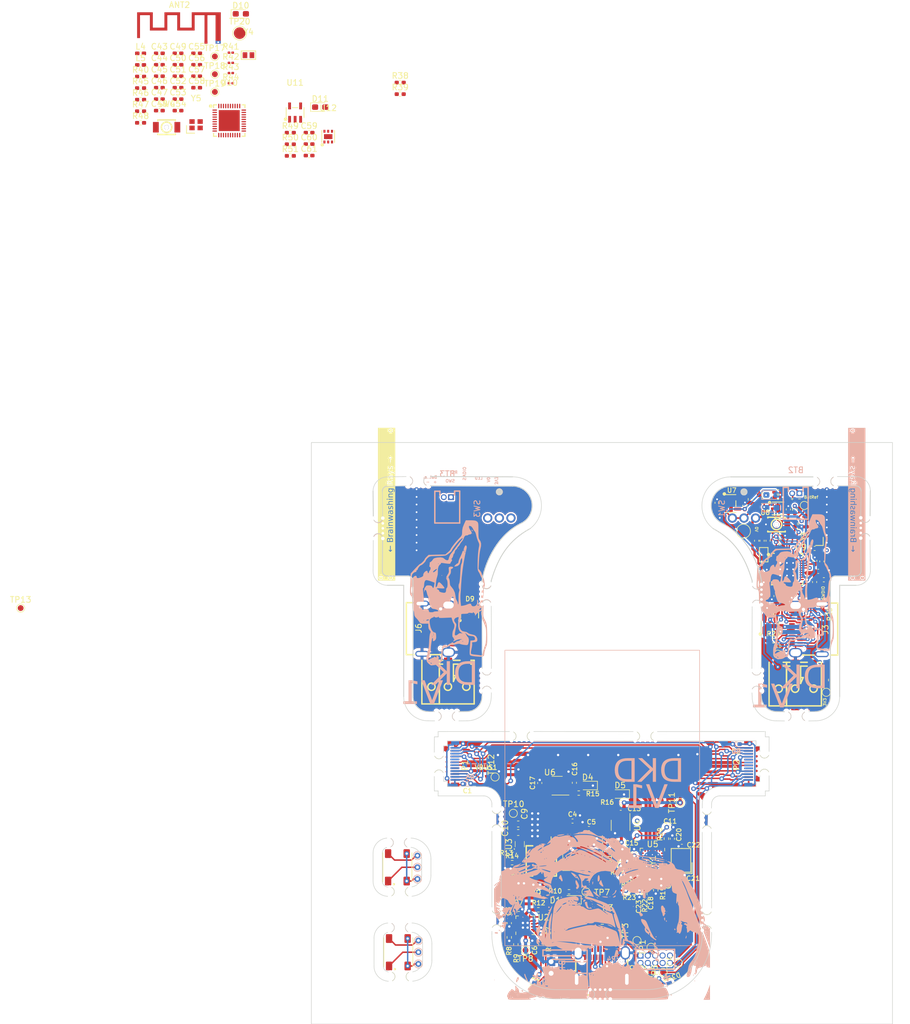
<source format=kicad_pcb>
(kicad_pcb (version 20221018) (generator pcbnew)
  (layers (0 "F.Cu" signal) (31 "B.Cu" signal) (34 "B.Paste" user) (35 "F.Paste" user) (36 "B.SilkS" user "B.Silkscreen") (37 "F.SilkS" user "F.Silkscreen") (38 "B.Mask" user) (39 "F.Mask" user) (44 "Edge.Cuts" user))
  (net 0 "")
  (net 1 "Net-(ANT1-FP)")
  (net 2 "GND")
  (net 3 "Net-(ANT2-FP)")
  (net 4 "/Dock/ExtraBattery/VBAT")
  (net 5 "Net-(BT2-+)")
  (net 6 "Net-(BT2--)")
  (net 7 "Net-(BT3-+)")
  (net 8 "Net-(BT3--)")
  (net 9 "Net-(P1-SHIELD)")
  (net 10 "Net-(P2-SHIELD)")
  (net 11 "VTRef")
  (net 12 "/Dock/DeviceSelect/Vsys")
  (net 13 "+3V3")
  (net 14 "/Dock/ExtraBattery/3.7Out")
  (net 15 "PWREN1")
  (net 16 "/Dock/DeviceSelect/VBUS1")
  (net 17 "Net-(U5-CRFILT)")
  (net 18 "PWREN2")
  (net 19 "/Dock/DeviceSelect/VBUS2")
  (net 20 "Net-(U5-VBUS_DET)")
  (net 21 "Net-(U5-PLLFILT)")
  (net 22 "Net-(U5-XTALOUT{slash}(CLKIN_EN))")
  (net 23 "Net-(U5-XTALIN{slash}CLKIN)")
  (net 24 "RESET")
  (net 25 "/Earring1/Power/VBAT")
  (net 26 "/Earring1/DSP/VBUS")
  (net 27 "Net-(U9-P0.00_XL1)")
  (net 28 "+BATT")
  (net 29 "Net-(U9-DECUSB)")
  (net 30 "Net-(U9-P0.01_XL2)")
  (net 31 "Net-(U9-DEC1)")
  (net 32 "Net-(U9-ANT)")
  (net 33 "Net-(U9-DEC3)")
  (net 34 "Net-(C37-Pad1)")
  (net 35 "DEC6")
  (net 36 "Net-(U9-XC2)")
  (net 37 "Pair")
  (net 38 "Net-(U9-XC1)")
  (net 39 "Net-(U10-P0.00_XL1)")
  (net 40 "/Earring2/DSP/VBUS")
  (net 41 "Net-(U10-DECUSB)")
  (net 42 "Net-(U10-P0.01_XL2)")
  (net 43 "Net-(U10-DEC1)")
  (net 44 "Net-(U10-ANT)")
  (net 45 "Net-(U10-DEC3)")
  (net 46 "Net-(C53-Pad1)")
  (net 47 "Net-(U10-XC2)")
  (net 48 "Net-(U10-XC1)")
  (net 49 "/Earring2/Power/VBAT")
  (net 50 "Net-(D1-A)")
  (net 51 "Net-(D2-K)")
  (net 52 "Net-(D2-A)")
  (net 53 "Net-(D3-K)")
  (net 54 "Net-(D3-A)")
  (net 55 "Net-(D4-A)")
  (net 56 "Net-(D5-A)")
  (net 57 "Net-(D6-I{slash}O1-Pad1)")
  (net 58 "Net-(D6-I{slash}O2-Pad3)")
  (net 59 "D+")
  (net 60 "D-")
  (net 61 "Net-(D7-K)")
  (net 62 "Net-(D8-K)")
  (net 63 "LED_A")
  (net 64 "Net-(D9-I{slash}O1-Pad1)")
  (net 65 "Net-(D9-I{slash}O2-Pad3)")
  (net 66 "Net-(D10-K)")
  (net 67 "Net-(D11-K)")
  (net 68 "Net-(D12-VDD)")
  (net 69 "Net-(D12-DOUT)")
  (net 70 "Net-(D12-DIN)")
  (net 71 "Net-(D13-VDD)")
  (net 72 "Net-(D13-DOUT)")
  (net 73 "Net-(D13-DIN)")
  (net 76 "Net-(J1-CC1)")
  (net 77 "Net-(J1-D+-PadA6)")
  (net 78 "Net-(J1-D--PadA7)")
  (net 84 "Net-(J1-CC2)")
  (net 88 "SWDIO")
  (net 89 "SWCLK")
  (net 90 "SWO")
  (net 94 "nRESET")
  (net 95 "SWDIO_L")
  (net 96 "SWDCLK_L")
  (net 97 "Net-(J3-CC1)")
  (net 99 "/Earring1/DSP/nReset")
  (net 100 "SWO_L")
  (net 101 "Net-(J3-CC2)")
  (net 103 "NEO_LED")
  (net 104 "Net-(J5-Pin_1)")
  (net 105 "Net-(J6-CC1)")
  (net 107 "/Earring2/DSP/nReset")
  (net 108 "Net-(J6-CC2)")
  (net 110 "Net-(J8-Pin_1)")
  (net 111 "Net-(U3-SW)")
  (net 113 "/Dock/DeviceSelect/D2+")
  (net 114 "/Dock/DeviceSelect/D2-")
  (net 119 "/Dock/DeviceSelect/D1+")
  (net 120 "/Dock/DeviceSelect/D1-")
  (net 124 "/Dock/DeviceSelect/D-")
  (net 125 "/Dock/DeviceSelect/D+")
  (net 126 "Net-(U2-ILIM)")
  (net 127 "Net-(U2-ISET)")
  (net 128 "Net-(U2-TS)")
  (net 129 "/Dock/ExtraBattery/FB")
  (net 130 "Net-(U5-SMBDATA{slash}NON_REM1)")
  (net 131 "Net-(U5-SMBCLK{slash}CFG_SEL0)")
  (net 132 "Net-(U5-SUSP_IND{slash}LOCAL_PWR{slash}(NON_REM0))")
  (net 133 "Net-(U5-RBIAS)")
  (net 134 "Net-(U7-STAT)")
  (net 135 "Net-(U7-PROG)")
  (net 136 "Net-(U9-P0.20)")
  (net 137 "Net-(U9-SWDCLK)")
  (net 138 "Net-(U9-P0.18_nRESET)")
  (net 139 "Net-(U9-SWDIO)")
  (net 140 "BatRef")
  (net 141 "Net-(U10-P0.20)")
  (net 142 "Net-(U10-SWDCLK)")
  (net 143 "Net-(U10-P0.18_nRESET)")
  (net 144 "Net-(U10-SWDIO)")
  (net 145 "Net-(U11-STAT)")
  (net 146 "Net-(U11-PROG)")
  (net 157 "unconnected-(U9-P0.17-Pad15)")
  (footprint "TestPoint:TestPoint_Pad_D1.0mm" (layer "F.Cu") (at 151.326443 124.813557 90)
    (fp_text reference "TP3")
    (fp_text value "TestPoint")
  )
  (footprint "easyeda2kicad:SOT-23-5_L3.0-W1.7-P0.95-LS2.8-BL" (layer "F.Cu") (at 92.4975 -17.565)
    (fp_text reference "U11")
    (fp_text value "MCP73831T-2ACI/OT")
  )
  (footprint "Capacitor_SMD:C_0402_1005Metric_Pad0.74x0.62mm_HandSolder" (layer "F.Cu") (at 174.530471 65.567882 90)
    (fp_text reference "C31" hide)
    (fp_text value "4.7u")
  )
  (footprint "Resistor_SMD:R_0402_1005Metric_Pad0.72x0.64mm_HandSolder" (layer "F.Cu") (at 91.6725 -12.12)
    (fp_text reference "R50")
    (fp_text value "4k99")
  )
  (footprint "Capacitor_SMD:C_0402_1005Metric_Pad0.74x0.62mm_HandSolder" (layer "F.Cu") (at 175.887971 55.287882 180)
    (fp_text reference "C34" hide)
    (fp_text value "1u")
  )
  (footprint "Capacitor_SMD:C_0402_1005Metric_Pad0.74x0.62mm_HandSolder" (layer "F.Cu") (at 171.920471 56.057882 -90)
    (fp_text reference "C32" hide)
    (fp_text value "8p")
  )
  (footprint "Capacitor_SMD:C_0402_1005Metric_Pad0.74x0.62mm_HandSolder" (layer "F.Cu") (at 69.14 -17.91)
    (fp_text reference "C48")
    (fp_text value "8p")
  )
  (footprint "Inductor_SMD:L_0402_1005Metric_Pad0.77x0.64mm_HandSolder" (layer "F.Cu") (at 183.140471 59.615382 90)
    (fp_text reference "L3" hide)
    (fp_text value "2.2n")
  )
  (footprint "Resistor_SMD:R_0402_1005Metric_Pad0.72x0.64mm_HandSolder" (layer "F.Cu") (at 139.628943 116.423557)
    (fp_text reference "R10")
    (fp_text value "2k")
  )
  (footprint "Capacitor_SMD:C_0402_1005Metric_Pad0.74x0.62mm_HandSolder" (layer "F.Cu") (at 75.56 -21.85)
    (fp_text reference "C58")
    (fp_text value "12p")
  )
  (footprint "Capacitor_SMD:C_0402_1005Metric_Pad0.74x0.62mm_HandSolder" (layer "F.Cu") (at 181.882971 52.987882 180)
    (fp_text reference "C40" hide)
    (fp_text value "12p")
  )
  (footprint "Inductor_SMD:L_0402_1005Metric_Pad0.77x0.64mm_HandSolder" (layer "F.Cu") (at 65.91 -27.75)
    (fp_text reference "L4")
    (fp_text value "4.7n")
  )
  (footprint "Panelization:mouse-bit-1.6mm-slot" (layer "F.Cu") (at 127.164301 121.140011 -90)
    (fp_text reference "REF**" hide)
    (fp_text value "mouse-bit-1.6mm-slot" hide)
  )
  (footprint "TestPoint:TestPoint_Pad_D1.0mm" (layer "F.Cu") (at 151.776443 130.273557 90)
    (fp_text reference "TP6")
    (fp_text value "TestPoint")
  )
  (footprint "Package_DFN_QFN:HVQFN-24-1EP_4x4mm_P0.5mm_EP2.5x2.5mm_ThermalVias" (layer "F.Cu") (at 153.98 111.0425 -90)
    (fp_text reference "U5")
    (fp_text value "USB2422T-I/MJ")
  )
  (footprint "Panelization:mouse-bit-1.6mm-slot" (layer "F.Cu") (at 127.154301 103.940011 -90)
    (fp_text reference "REF**" hide)
    (fp_text value "mouse-bit-1.6mm-slot" hide)
  )
  (footprint "easyeda2kicad:USB-C-SMD_TYPE-C-24P-GTJB-040" (layer "F.Cu") (at 120.016443 94.413557 -90)
    (fp_text reference "P1")
    (fp_text value "USB_C_Plug")
  )
  (footprint "Resistor_SMD:R_0402_1005Metric_Pad0.72x0.64mm_HandSolder" (layer "F.Cu") (at 150.2375 113.07)
    (fp_text reference "R17")
    (fp_text value "100")
  )
  (footprint "Panelization:mouse-bit-1.6mm-slot" (layer "F.Cu") (at 117.25 94.51 -90)
    (fp_text reference "REF**" hide)
    (fp_text value "mouse-bit-1.6mm-slot" hide)
  )
  (footprint "Capacitor_SMD:C_0402_1005Metric_Pad0.74x0.62mm_HandSolder" (layer "F.Cu") (at 72.35 -27.76)
    (fp_text reference "C49")
    (fp_text value "100n")
  )
  (footprint "Resistor_SMD:R_0402_1005Metric_Pad0.72x0.64mm_HandSolder" (layer "F.Cu") (at 154.556943 116.145057 90)
    (fp_text reference "R19")
    (fp_text value "100")
  )
  (footprint "Panelization:mouse-bit-1.6mm-slot" (layer "F.Cu") (at 163.36 104.11 -90)
    (fp_text reference "REF**" hide)
    (fp_text value "mouse-bit-1.6mm-slot" hide)
  )
  (footprint "Capacitor_SMD:C_0402_1005Metric_Pad0.74x0.62mm_HandSolder" (layer "F.Cu") (at 151.736943 116.765057 90)
    (fp_text reference "C23")
    (fp_text value "1u")
  )
  (footprint "Capacitor_SMD:C_0402_1005Metric_Pad0.74x0.62mm_HandSolder" (layer "F.Cu") (at 72.35 -23.82)
    (fp_text reference "C51")
    (fp_text value "1p")
  )
  (footprint "TestPoint:TestPoint_Pad_D1.0mm" (layer "F.Cu") (at 132.151231 126.476345 180)
    (fp_text reference "TP8")
    (fp_text value "TestPoint")
  )
  (footprint "easyeda2kicad:SOL320P540X170-4N" (layer "F.Cu") (at 110.100001 112.219999 90)
    (fp_text reference "D13" hide)
    (fp_text value "2758")
  )
  (footprint "Resistor_SMD:R_0402_1005Metric_Pad0.72x0.64mm_HandSolder" (layer "F.Cu") (at 130.481231 125.496345 90)
    (fp_text reference "R9")
    (fp_text value "10k")
  )
  (footprint "LED_SMD:LED_0603_1608Metric_Pad1.05x0.95mm_HandSolder" (layer "F.Cu") (at 148.371443 99.613557 180)
    (fp_text reference "D5")
    (fp_text value "BLUE LED")
  )
  (footprint "Resistor_SMD:R_0805_2012Metric_Pad1.20x1.40mm_HandSolder" (layer "F.Cu") (at 145.346443 122.743557 180)
    (fp_text reference "R2")
    (fp_text value "0R")
  )
  (footprint "Capacitor_SMD:C_0402_1005Metric_Pad0.74x0.62mm_HandSolder" (layer "F.Cu") (at 177.370471 50.667882 -90)
    (fp_text reference "C41" hide)
    (fp_text value "100n")
  )
  (footprint "Capacitor_SMD:C_0402_1005Metric_Pad0.74x0.62mm_HandSolder" (layer "F.Cu") (at 69.14 -19.88)
    (fp_text reference "C47")
    (fp_text value "4.7u")
  )
  (footprint "easyeda2kicad:SOT-23-6_L2.9-W1.6-P0.95-LS2.8-BL" (layer "F.Cu") (at 174.230471 70.807882)
    (fp_text reference "D6")
    (fp_text value "USBLC6-2SC6_C2687116")
  )
  (footprint "easyeda2kicad:TYPE-C-SMD_C9900025773" (layer "F.Cu") (at 180.580471 71.247882 90)
    (fp_text reference "J3")
    (fp_text value "USB_C_Receptacle")
  )
  (footprint "Capacitor_SMD:C_0402_1005Metric_Pad0.74x0.62mm_HandSolder" (layer "F.Cu") (at 122.146443 97.903557 180)
    (fp_text reference "C1")
    (fp_text value "100n")
  )
  (footprint "TestPoint:TestPoint_Pad_D1.0mm" (layer "F.Cu") (at 126.906443 96.683557 90)
    (fp_text reference "TP12")
    (fp_text value "TestPoint")
  )
  (footprint "TestPoint:TestPoint_Pad_D1.0mm" (layer "F.Cu") (at 45.27 67.64)
    (fp_text reference "TP13")
    (fp_text value "TestPoint")
  )
  (footprint "Capacitor_SMD:C_0603_1608Metric_Pad1.08x0.95mm_HandSolder" (layer "F.Cu") (at 130.888943 106.233557)
    (fp_text reference "C10")
    (fp_text value "22u")
  )
  (footprint "TestPoint:TestPoint_Pad_D2.0mm" (layer "F.Cu") (at 169.650471 54.417882)
    (fp_text reference "TP16" hide)
    (fp_text value "TestPoint")
  )
  (footprint "Capacitor_SMD:C_0402_1005Metric_Pad0.74x0.62mm_HandSolder" (layer "F.Cu") (at 159.046943 108.607557)
    (fp_text reference "C22")
    (fp_text value "18p")
  )
  (footprint "Capacitor_SMD:C_0402_1005Metric_Pad0.74x0.62mm_HandSolder" (layer "F.Cu") (at 75.56 -25.79)
    (fp_text reference "C56")
    (fp_text value "12p")
  )
  (footprint "Capacitor_SMD:C_0603_1608Metric_Pad1.08x0.95mm_HandSolder" (layer "F.Cu") (at 130.888943 104.763557)
    (fp_text reference "C9")
    (fp_text value "22u")
  )
  (footprint "TestPoint:TestPoint_Pad_D1.0mm" (layer "F.Cu") (at 183.900471 82.117882)
    (fp_text reference "TP15" hide)
    (fp_text value "TestPoint")
  )
  (footprint "Resistor_SMD:R_0402_1005Metric_Pad0.72x0.64mm_HandSolder" (layer "F.Cu") (at 148.528943 101.093557 180)
    (fp_text reference "R16")
    (fp_text value "220")
  )
  (footprint "Resistor_SMD:R_0402_1005Metric_Pad0.72x0.64mm_HandSolder" (layer "F.Cu") (at 174.812971 73.237882)
    (fp_text reference "R24")
    (fp_text value "5k1")
  )
  (footprint "TestPoint:TestPoint_Pad_D1.0mm" (layer "F.Cu") (at 155.826443 130.273557 90)
    (fp_text reference "TP5")
    (fp_text value "TestPoint")
  )
  (footprint "Resistor_SMD:R_0201_0603Metric" (layer "F.Cu") (at 177.230471 64.817882 90)
    (fp_text reference "R32" hide)
    (fp_text value "NF")
  )
  (footprint "Capacitor_SMD:C_0402_1005Metric_Pad0.74x0.62mm_HandSolder" (layer "F.Cu") (at 69.14 -25.79)
    (fp_text reference "C44")
    (fp_text value "4.7u")
  )
  (footprint "Capacitor_SMD:C_0402_1005Metric_Pad0.74x0.62mm_HandSolder" (layer "F.Cu") (at 181.920471 59.500382 90)
    (fp_text reference "C36" hide)
    (fp_text value "100p")
  )
  (footprint "TestPoint:TestPoint_Pad_D1.0mm" (layer "F.Cu") (at 158.756443 101.103557 90)
    (fp_text reference "TP11")
    (fp_text value "TestPoint")
  )
  (footprint "RF_Antenna:Texas_SWRA117D_2.4GHz_Left" (layer "F.Cu") (at 77.16 -29.67)
    (fp_text reference "ANT2")
    (fp_text value "~")
  )
  (footprint "Resistor_SMD:R_0402_1005Metric_Pad0.72x0.64mm_HandSolder" (layer "F.Cu") (at 110.5825 -22.73)
    (fp_text reference "R38")
    (fp_text value "5k1")
  )
  (footprint "Capacitor_SMD:C_0402_1005Metric_Pad0.74x0.62mm_HandSolder" (layer "F.Cu") (at 181.892971 57.377882)
    (fp_text reference "C42" hide)
    (fp_text value "12p")
  )
  (footprint "easyeda2kicad:SOT-23-5_L3.0-W1.7-P0.95-LS2.8-BL" (layer "F.Cu") (at 167.497971 49.657882 -90)
    (fp_text reference "U7")
    (fp_text value "MCP73831T-2ACI/OT")
  )
  (footprint "Capacitor_SMD:C_0402_1005Metric_Pad0.74x0.62mm_HandSolder" (layer "F.Cu") (at 72.35 -21.85)
    (fp_text reference "C52")
    (fp_text value "100p")
  )
  (footprint "Capacitor_SMD:C_0402_1005Metric_Pad0.74x0.62mm_HandSolder" (layer "F.Cu") (at 75.56 -27.76)
    (fp_text reference "C55")
    (fp_text value "NC")
  )
  (footprint "Capacitor_SMD:C_0402_1005Metric_Pad0.74x0.62mm_HandSolder" (layer "F.Cu") (at 148.528943 102.053557)
    (fp_text reference "C13")
    (fp_text value "100n")
  )
  (footprint "Capacitor_SMD:C_0402_1005Metric_Pad0.74x0.62mm_HandSolder" (layer "F.Cu") (at 157.0225 105.32 180)
    (fp_text reference "C11")
    (fp_text value "100n")
  )
  (footprint "Capacitor_SMD:C_0402_1005Metric_Pad0.74x0.62mm_HandSolder" (layer "F.Cu") (at 179.902971 65.947882)
    (fp_text reference "C30" hide)
    (fp_text value "100n")
  )
  (footprint "RF_Antenna:Texas_SWRA117D_2.4GHz_Left" (layer "F.Cu") (at 184.380471 59.027882 -90)
    (fp_text reference "ANT1" hide)
    (fp_text value "~")
  )
  (footprint "" (layer "F.Cu") (at 172.74549 67.063287 180)
    (fp_text reference "")
    (fp_text value "")
  )
  (footprint "easyeda2kicad:OTS3" (layer "F.Cu") (at 145.32 119.558337)
    (fp_text reference "G***" hide)
    (fp_text value "LOGO" hide)
  )
  (footprint "TestPoint:TestPoint_Pad_D1.0mm" (layer "F.Cu") (at 78.69 -21.12)
    (fp_text reference "TP19")
    (fp_text value "TestPoint")
  )
  (footprint "Capacitor_SMD:C_0402_1005Metric_Pad0.74x0.62mm_HandSolder" (layer "F.Cu") (at 75.56 -23.82)
    (fp_text reference "C57")
    (fp_text value "100n")
  )
  (footprint "Resistor_SMD:R_0402_1005Metric_Pad0.72x0.64mm_HandSolder" (layer "F.Cu") (at 129.846443 111.413557)
    (fp_text reference "R14")
    (fp_text value "100k")
  )
  (footprint "Capacitor_SMD:C_0402_1005Metric_Pad0.74x0.62mm_HandSolder" (layer "F.Cu") (at 129.361231 121.816345 -90)
    (fp_text reference "C3")
    (fp_text value "1u")
  )
  (footprint "Capacitor_SMD:C_0402_1005Metric_Pad0.74x0.62mm_HandSolder" (layer "F.Cu") (at 181.890471 63.157882 -90)
    (fp_text reference "C35" hide)
    (fp_text value "1p")
  )
  (footprint "easyeda2kicad:SOL320P540X170-4N" (layer "F.Cu") (at 110.265786 126.825786 90)
    (fp_text reference "D12" hide)
    (fp_text value "2758")
  )
  (footprint "Capacitor_SMD:C_0402_1005Metric_Pad0.74x0.62mm_HandSolder" (layer "F.Cu") (at 69.14 -23.82)
    (fp_text reference "C45")
    (fp_text value "4.7u")
  )
  (footprint "Resistor_SMD:R_0402_1005Metric_Pad0.72x0.64mm_HandSolder" (layer "F.Cu") (at 151.7575 114.15)
    (fp_text reference "R18")
    (fp_text value "100")
  )
  (footprint "Panelization:mouse-bit-1.6mm-slot" (layer "F.Cu") (at 144.99 134.05)
    (fp_text reference "REF**" hide)
    (fp_text value "mouse-bit-1.6mm-slot" hide)
  )
  (footprint "Package_DFN_QFN:VQFN-16-1EP_3x3mm_P0.5mm_EP1.6x1.6mm" (layer "F.Cu") (at 132.094154 122.183557 90)
    (fp_text reference "U2")
    (fp_text value "BQ24073RGT")
  )
  (footprint "Resistor_SMD:R_0402_1005Metric_Pad0.72x0.64mm_HandSolder" (layer "F.Cu") (at 129.883943 109.993557 180)
    (fp_text reference "R13")
    (fp_text value "732")
  )
  (footprint "Capacitor_SMD:C_0402_1005Metric_Pad0.74x0.62mm_HandSolder" (layer "F.Cu") (at 148.078943 107.963557)
    (fp_text reference "C15")
    (fp_text value "4.7u")
  )
  (footprint "Capacitor_SMD:C_0402_1005Metric_Pad0.74x0.62mm_HandSolder" (layer "F.Cu") (at 134.781231 123.238845 90)
    (fp_text reference "C7")
    (fp_text value "4.7u")
  )
  (footprint "LED_SMD:LED_0603_1608Metric_Pad1.05x0.95mm_HandSolder" (layer "F.Cu") (at 142.861443 98.153557 180)
    (fp_text reference "D4")
    (fp_text value "BLUE LED")
  )
  (footprint "Inductor_SMD:L_0402_1005Metric_Pad0.77x0.64mm_HandSolder" (layer "F.Cu") (at 182.520471 61.317882)
    (fp_text reference "L2" hide)
    (fp_text value "4.7n")
  )
  (footprint "Resistor_SMD:R_0402_1005Metric_Pad0.72x0.64mm_HandSolder" (layer "F.Cu") (at 172.917971 49.287882)
    (fp_text reference "R29" hide)
    (fp_text value "220")
  )
  (footprint "Capacitor_SMD:C_0402_1005Metric_Pad0.74x0.62mm_HandSolder" (layer "F.Cu") (at 131.376443 113.211057 -90)
    (fp_text reference "C8")
    (fp_text value "10u")
  )
  (footprint "Resistor_SMD:R_0402_1005Metric_Pad0.72x0.64mm_HandSolder" (layer "F.Cu") (at 65.91 -21.78)
    (fp_text reference "R45")
    (fp_text value "100k")
  )
  (footprint "Capacitor_SMD:C_0402_1005Metric_Pad0.74x0.62mm_HandSolder" (layer "F.Cu") (at 140.236443 104.263557)
    (fp_text reference "C4")
    (fp_text value "2.2u")
  )
  (footprint "Resistor_SMD:R_0201_0603Metric" (layer "F.Cu") (at 81.44 -22.62)
    (fp_text reference "R44")
    (fp_text value "NF")
  )
  (footprint "Resistor_SMD:R_0402_1005Metric_Pad0.72x0.64mm_HandSolder" (layer "F.Cu") (at 150.009443 116.227557 180)
    (fp_text reference "R23")
    (fp_text value "10k")
  )
  (footprint "Resistor_SMD:R_0402_1005Metric_Pad0.72x0.64mm_HandSolder" (layer "F.Cu") (at 179.062971 53.667882 180)
    (fp_text reference "R35" hide)
    (fp_text value "33k")
  )
  (footprint "Capacitor_SMD:C_0402_1005Metric_Pad0.74x0.62mm_HandSolder" (layer "F.Cu") (at 173.880471 56.057882 -90)
    (fp_text reference "C33" hide)
    (fp_text value "100n")
  )
  (footprint "TestPoint:TestPoint_Pad_D1.0mm" (layer "F.Cu") (at 153.746443 125.973557 90)
    (fp_text reference "TP1")
    (fp_text value "TestPoint")
  )
  (footprint "Capacitor_SMD:C_0402_1005Metric_Pad0.74x0.62mm_HandSolder" (layer "F.Cu") (at 153.616943 115.850057 90)
    (fp_text reference "C18")
    (fp_text value "100n")
  )
  (footprint "easyeda2kicad:CRYSTAL-SMD_L1.6-W1.0" (layer "F.Cu") (at 173.140471 58.457882 90)
    (fp_text reference "Y2" hide)
    (fp_text value " X161032768KLD2SI")
  )
  (footprint "TestPoint:TestPoint_Pad_D1.0mm" (layer "F.Cu") (at 158.456443 128.683557 90)
    (fp_text reference "TP4")
    (fp_text value "TestPoint")
  )
  (footprint "Resistor_SMD:R_0201_0603Metric" (layer "F.Cu") (at 81.44 -26.12)
    (fp_text reference "R42")
    (fp_text value "NF")
  )
  (footprint "Resistor_SMD:R_0402_1005Metric_Pad0.72x0.64mm_HandSolder" (layer "F.Cu") (at 91.6725 -14.11)
    (fp_text reference "R49")
    (fp_text value "2k")
  )
  (footprint "Resistor_SMD:R_0402_1005Metric_Pad0.72x0.64mm_HandSolder" (layer "F.Cu") (at 183.900471 80.010382 90)
    (fp_text reference "R36" hide)
    (fp_text value "470")
  )
  (footprint "Capacitor_SMD:C_0402_1005Metric_Pad0.74x0.62mm_HandSolder" (layer "F.Cu") (at 69.14 -21.85)
    (fp_text reference "C46")
    (fp_text value "100n")
  )
  (footprint "Capacitor_SMD:C_0402_1005Metric_Pad0.74x0.62mm_HandSolder" (layer "F.Cu") (at 169.880471 50.040382 90)
    (fp_text reference "C26" hide)
    (fp_text value "10u")
  )
  (footprint "easyeda2kicad:CONN-SMD_2059-302" (layer "F.Cu") (at 120.310961 80.516879 -90)
    (fp_text reference "J8" hide)
    (fp_text value "Screw_Terminal_01x02")
  )
  (footprint "Resistor_SMD:R_0201_0603Metric" (layer "F.Cu") (at 81.44 -24.37)
    (fp_text reference "R43")
    (fp_text value "NF")
  )
  (footprint "Capacitor_SMD:C_0402_1005Metric_Pad0.74x0.62mm_HandSolder" (layer "F.Cu") (at 175.887971 57.147882)
    (fp_text reference "C38" hide)
    (fp_text value "1u")
  )
  (footprint "Capacitor_SMD:C_0402_1005Metric_Pad0.74x0.62mm_HandSolder" (layer "F.Cu") (at 69.14 -27.76)
    (fp_text reference "C43")
    (fp_text value "8p")
  )
  (footprint "Resistor_SMD:R_0402_1005Metric_Pad0.72x0.64mm_HandSolder" (layer "F.Cu") (at 110.5825 -20.74)
    (fp_text reference "R39")
    (fp_text value "5k1")
  )
  (footprint "Capacitor_SMD:C_0402_1005Metric_Pad0.74x0.62mm_HandSolder" (layer "F.Cu") (at 158.879443 113.627557)
    (fp_text reference "C21")
    (fp_text value "18p")
  )
  (footprint "Capacitor_SMD:C_0402_1005Metric_Pad0.74x0.62mm_HandSolder" (layer "F.Cu") (at 168.426443 91.023557)
    (fp_text reference "C2")
    (fp_text value "100n")
  )
  (footprint "easyeda2kicad:CONN-SMD_2059-302" (layer "F.Cu") (at 180.060471 80.857882 -90)
    (fp_text reference "J5" hide)
    (fp_text value "Screw_Terminal_01x02")
  )
  (footprint "easyeda2kicad:SideStuckLED" (layer "F.Cu") (at 157.00615 132.472449 -160)
    (fp_text reference "D3")
    (fp_text value "BLUE LED")
  )
  (footprint "Capacitor_SMD:C_0402_1005Metric_Pad0.74x0.62mm_HandSolder" (layer "F.Cu") (at 143.056443 105.543557)
    (fp_text reference "C5")
    (fp_text value "2.2u")
  )
  (footprint "TestPoint:TestPoint_Pad_D1.0mm" (layer "F.Cu") (at 78.69 -24.17)
    (fp_text reference "TP18")
    (fp_text value "TestPoint")
  )
  (footprint "Panelization:mouse-bit-1.6mm-slot" (layer "F.Cu") (at 110.520001 116.399999)
    (fp_text reference "REF**" hide)
    (fp_text value "mouse-bit-1.6mm-slot" hide)
  )
  (footprint "easyeda2kicad:SOT-563_L1.6-W1.2-P0.50-LS1.6-BR" (layer "F.Cu") (at 131.156443 108.233557 -90)
    (fp_text reference "U3")
    (fp_text value "TPS61023DRLR")
  )
  (footprint "easyeda2kicad:SOT-23-6_L2.9-W1.6-P0.95-LS2.8-BL" (layer "F.Cu") (at 122.530961 68.456879)
    (fp_text reference "D9")
    (fp_text value "USBLC6-2SC6_C2687116")
  )
  (footprint "Resistor_SMD:R_0402_1005Metric_Pad0.72x0.64mm_HandSolder" (layer "F.Cu") (at 178.480471 50.687882 90)
    (fp_text reference "R37" hide)
    (fp_text value "2k")
  )
  (footprint "Resistor_SMD:R_0402_1005Metric_Pad0.72x0.64mm_HandSolder" (layer "F.Cu") (at 175.572971 47.66 180)
    (fp_text reference "R28" hide)
    (fp_text value "100")
  )
  (footprint "Resistor_SMD:R_0402_1005Metric_Pad0.72x0.64mm_HandSolder" (layer "F.Cu") (at 172.917971 48.217882 180)
    (fp_text reference "R26" hide)
    (fp_text value "2k")
  )
  (footprint "Resistor_SMD:R_0805_2012Metric_Pad1.20x1.40mm_HandSolder" (layer "F.Cu") (at 146.316443 120.823557 180)
    (fp_text reference "R3")
    (fp_text value "0R")
  )
  (footprint "Resistor_SMD:R_0402_1005Metric_Pad0.72x0.64mm_HandSolder" (layer "F.Cu") (at 170.840471 48.940382 -90)
    (fp_text reference "R27" hide)
    (fp_text value "4k99")
  )
  (footprint "Resistor_SMD:R_0402_1005Metric_Pad0.72x0.64mm_HandSolder" (layer "F.Cu") (at 156.38 107.2875 -90)
    (fp_text reference "R20")
    (fp_text value "12k")
  )
  (footprint "LED_SMD:LED_0603_1608Metric_Pad1.05x0.95mm_HandSolder" (layer "F.Cu") (at 140.081443 117.813557 180)
    (fp_text reference "D1")
    (fp_text value "LED")
  )
  (footprint "Panelization:mouse-bit-1.6mm-slot" (layer "F.Cu") (at 173.26 94.38 -90)
    (fp_text reference "REF**" hide)
    (fp_text value "mouse-bit-1.6mm-slot" hide)
  )
  (footprint "Capacitor_SMD:C_0402_1005Metric_Pad0.74x0.62mm_HandSolder" (layer "F.Cu") (at 140.556443 97.683557 -90)
    (fp_text reference "C16")
    (fp_text value "100n")
  )
  (footprint "easyeda2kicad:TYPE-C-SMD_C9900025773" (layer "F.Cu") (at 145.261443 128.881057)
    (fp_text reference "J1")
    (fp_text value "USB_C_Receptacle")
  )
  (footprint "easyeda2kicad:CRYSTAL-SMD_4P-L2.0-W1.6-BL" (layer "F.Cu") (at 181.920471 55.217882 90)
    (fp_text reference "Y3")
    (fp_text value "XL7EL89CKI-111YLC-32M ")
  )
  (footprint "Capacitor_SMD:C_0402_1005Metric_Pad0.74x0.62mm_HandSolder" (layer "F.Cu") (at 150.219443 111.227557)
    (fp_text reference "C14")
    (fp_text value "1u")
  )
  (footprint "Capacitor_SMD:C_0402_1005Metric_Pad0.74x0.62mm_HandSolder" (layer "F.Cu") (at 165.120471 49.532882 90)
    (fp_text reference "C24" hide)
    (fp_text value "10u")
  )
  (footprint "Inductor_SMD:L_0402_1005Metric_Pad0.77x0.64mm_HandSolder" (layer "F.Cu") (at 65.91 -25.76)
    (fp_text reference "L5")
    (fp_text value "2.2n")
  )
  (footprint "Panelization:mouse-bit-1.6mm-slot" (layer "F.Cu") (at 152.75 89.68 180)
    (fp_text reference "REF**" hide)
    (fp_text value "mouse-bit-1.6mm-slot" hide)
  )
  (footprint "Resistor_SMD:R_0402_1005Metric_Pad0.72x0.64mm_HandSolder" (layer "F.Cu") (at 183.320471 68.715382 -90)
    (fp_text reference "R25")
    (fp_text value "5k1")
  )
  (footprint "Panelization:mouse-bit-1.6mm-slot" (layer "F.Cu") (at 131.48 89.67 180)
    (fp_text reference "REF**" hide)
    (fp_text value "mouse-bit-1.6mm-slot" hide)
  )
  (footprint "Resistor_SMD:R_0402_1005Metric_Pad0.72x0.64mm_HandSolder" (layer "F.Cu") (at 141.308943 99.443557)
    (fp_text reference "R15")
    (fp_text value "220")
  )
  (footprint "Resistor_SMD:R_0201_0603Metric" (layer "F.Cu") (at 177.980471 65.277882 -90)
    (fp_text reference "R30" hide)
    (fp_text value "NF")
  )
  (footprint "Capacitor_SMD:C_0402_1005Metric_Pad0.74x0.62mm_HandSolder" (layer "F.Cu") (at 183.480471 62.767882)
    (fp_text reference "C37" hide)
    (fp_text value "1.2p")
  )
  (footprint "Capacitor_SMD:C_0402_1005Metric_Pad0.74x0.62mm_HandSolder" (layer "F.Cu") (at 94.9025 -10.18)
    (fp_text reference "C61")
    (fp_text value "10u")
  )
  (footprint "Resistor_SMD:R_0402_1005Metric_Pad0.72x0.64mm_HandSolder" (layer "F.Cu") (at 65.91 -23.77)
    (fp_text reference "R40")
    (fp_text value "220")
  )
  (footprint "" (layer "F.Cu") (at 172.74549 66.163287 180)
    (fp_text reference "")
    (fp_text value "")
  )
  (footprint "Capacitor_SMD:C_0402_1005Metric_Pad0.74x0.62mm_HandSolder" (layer "F.Cu") (at 94.9025 -14.12)
    (fp_text reference "C59")
    (fp_text value "10u")
  )
  (footprint "easyeda2kicad:QFN-40_L5.0-W5.0-P0.40-TL-EP3.6" (layer "F.Cu") (at 177.160638 60.927882)
    (fp_text reference "U9")
    (fp_text value "NRF52833-QDAA-R7")
  )
  (footprint "Resistor_SMD:R_0402_1005Metric_Pad0.72x0.64mm_HandSolder" (layer "F.Cu") (at 129.351231 124.263845 -90)
    (fp_text reference "R8")
    (fp_text value "1.78k")
  )
  (footprint "TestPoint:TestPoint_Pad_D2.0mm" (layer "F.Cu") (at 82.96 -31.23)
    (fp_text reference "TP20")
    (fp_text value "TestPoint")
  )
  (footprint "Resistor_SMD:R_0201_0603Metric" (layer "F.Cu") (at 182.530471 65.107882 -90)
    (fp_text reference "R31" hide)
    (fp_text value "NF")
  )
  (footprint "Capacitor_SMD:C_0402_1005Metric_Pad0.74x0.62mm_HandSolder" (layer "F.Cu") (at 134.596443 97.7175 -90)
    (fp_text reference "C17")
    (fp_text value "4.7u")
  )
  (footprint "Capacitor_SMD:C_0402_1005Metric_Pad0.74x0.62mm_HandSolder" (layer "F.Cu") (at 157.41 107.3075 -90)
    (fp_text reference "C20")
    (fp_text value "100n")
  )
  (footprint "Resistor_SMD:R_0402_1005Metric_Pad0.72x0.64mm_HandSolder" (layer "F.Cu") (at 152.676943 116.795057 90)
    (fp_text reference "R22")
    (fp_text value "10k")
  )
  (footprint "easyeda2kicad:IND-SMD_L5.2-W5.2_YSPI0530" (layer "F.Cu") (at 134.866443 111.113557 90)
    (fp_text reference "L1")
    (fp_text value "4.7u")
  )
  (footprint "TestPoint:TestPoint_Pad_D1.0mm" (layer "F.Cu") (at 175.530471 75.567882)
    (fp_text reference "TP14" hide)
    (fp_text value "TestPoint")
  )
  (footprint "Package_TO_SOT_SMD:SOT-23-6_Handsoldering" (layer "F.Cu") (at 148.501443 105.003557 -90)
    (fp_text reference "U4")
    (fp_text value "SIP32509DT-T1-GE3")
  )
  (footprint "easyeda2kicad:CRYSTAL-SMD_4P-L3.2-W2.5-BL" (layer "F.Cu") (at 158.896943 111.017557 90)
    (fp_text reference "Y1")
    (fp_text value "X322524MOB4SI")
  )
  (footprint "TestPoint:TestPoint_Pad_D1.0mm" (layer "F.Cu") (at 180.120471 49.987882)
    (fp_text reference "TP9" hide)
    (fp_text value "TestPoint")
  )
  (footprint "easyeda2kicad:KEY-SMD_L3.0-W2.5-LS4.0" (layer "F.Cu") (at 70.385 -15.05)
    (fp_text reference "SW4")
    (fp_text value "SW_DIP_x01")
  )
  (footprint "Resistor_SMD:R_0402_1005Metric_Pad0.72x0.64mm_HandSolder" (layer "F.Cu") (at 130.968731 119.436345)
    (fp_text reference "R7")
    (fp_text value "1.18k")
  )
  (footprint "easyeda2kicad:CRYSTAL-SMD_4P-L2.0-W1.6-BL" (layer "F.Cu") (at 75.46 -15.475)
    (fp_text reference "Y5")
    (fp_text value "XL7EL89CKI-111YLC-32M ")
  )
  (footprint "TestPoint:TestPoint_Pad_D1.0mm" (layer "F.Cu") (at 133.496443 115.213557 180)
    (fp_text reference "TP9")
    (fp_text value "TestPoint")
  )
  (footprint "easyeda2kicad:KEY-SMD_L3.0-W2.5-LS4.0" (layer "F.Cu") (at 175.340471 53.267882 180)
    (fp_text reference "SW2" hide)
    (fp_text value "SW_DIP_x01")
  )
  (footprint "easyeda2kicad:WDFN-6_L2.0-W2.0-P0.65-BL-EP" (layer "F.Cu") (at 175.560471 50.507882 -90)
    (fp_text reference "U8")
    (fp_text value "XB6096I2SV")
  )
  (footprint "Resistor_SMD:R_0201_0603Metric" (layer "F.Cu") (at 81.44 -27.87)
    (fp_text reference "R41")
    (fp_text value "NF")
  )
  (footprint "Panelization:mouse-bit-1.6mm-slot" (layer "F.Cu") (at 163.37 121.31 -90)
    (fp_text reference "REF**" hide)
    (fp_text value "mouse-bit-1.6mm-slot" hide)
  )
  (footprint "Capacitor_SMD:C_0402_1005Metric_Pad0.74x0.62mm_HandSolder" (layer "F.Cu") (at 132.738731 124.836345)
    (fp_text reference "C6")
    (fp_text value "4.7u")
  )
  (footprint "Resistor_SMD:R_0402_1005Metric_Pad0.72x0.64mm_HandSolder" (layer "F.Cu") (at 65.91 -19.79)
    (fp_text reference "R46")
    (fp_text value "33k")
  )
  (footprint "Capacitor_SMD:C_0402_1005Metric_Pad0.74x0.62mm_HandSolder" (layer "F.Cu") (at 173.590471 64.827882 90)
    (fp_text reference "C29" hide)
    (fp_text value "4.7u")
  )
  (footprint "easyeda2kicad:QFN-40_L5.0-W5.0-P0.40-TL-EP3.6" (layer "F.Cu") (at 81.165333 -16.195)
    (fp_text reference "U10")
    (fp_text value "NRF52833-QDAA-R7")
  )
  (footprint "TestPoint:TestPoint_Pad_D1.0mm" (layer "F.Cu") (at 130.046443 102.933557 180)
    (fp_text reference "TP10")
    (fp_text value "TestPoint")
  )
  (footprint "Capacitor_SMD:C_0402_1005Metric_Pad0.74x0.62mm_HandSolder" (layer "F.Cu") (at 72.35 -17.91)
    (fp_text reference "C54")
    (fp_text value "1u")
  )
  (footprint "Resistor_SMD:R_0402_1005Metric_Pad0.72x0.64mm_HandSolder" (layer "F.Cu") (at 65.91 -17.8)
    (fp_text reference "R47")
    (fp_text value "470")
  )
  (footprint "Resistor_SMD:R_0201_0603Metric" (layer "F.Cu") (at 181.430471 65.367882 90)
    (fp_text reference "R33" hide)
    (fp_text value "NF")
  )
  (footprint "Package_TO_SOT_SMD:SOT-223-3_TabPin2" (layer "F.Cu") (at 141.966443 110.863557 -90)
    (fp_text reference "U1")
    (fp_text value "AMS1117-3.3")
  )
  (footprint "easyeda2kicad:CONN-SMD_custom1" (layer "F.Cu") (at 114.310961 80.516879 -90)
    (fp_text reference "J7" hide)
    (fp_text value "Screw_Terminal_01x01")
  )
  (footprint "TestPoint:TestPoint_Pad_D1.0mm" (layer "F.Cu") (at 78.69 -27.22)
    (fp_text reference "TP17")
    (fp_text value "TestPoint")
  )
  (footprint "easyeda2kicad:SideStuckLED" (layer "F.Cu") (at 133.606736 132.462449 160)
    (fp_text reference "D2")
    (fp_text value "BLUE RED")
  )
  (footprint "easyeda2kicad:CONN-SMD_custom1" (layer "F.Cu") (at 174.060471 80.857882 -90)
    (fp_text reference "J4" hide)
    (fp_text value "Screw_Terminal_01x01")
  )
  (footprint "easyeda2kicad:CRYSTAL-SMD_L1.6-W1.0" (layer "F.Cu") (at 84.47 -27.44)
    (fp_text reference "Y4")
    (fp_text value " X161032768KLD2SI")
  )
  (footprint "Resistor_SMD:R_0402_1005Metric_Pad0.72x0.64mm_HandSolder" (layer "F.Cu") (at 134.801231 125.503845 90)
    (fp_text reference "R11")
    (fp_text value "1.18k")
  )
  (footprint "Resistor_SMD:R_0402_1005Metric_Pad0.72x0.64mm_HandSolder" (layer "F.Cu") (at 65.91 -15.81)
    (fp_text reference "R48")
    (fp_text value "2k")
  )
  (footprint "Resistor_SMD:R_0402_1005Metric_Pad0.72x0.64mm_HandSolder" (layer "F.Cu") (at 134.353731 119.526345 180)
    (fp_text reference "R12")
    (fp_text value "1.18k")
  )
  (footprint "easyeda2kicad:TYPE-C-SMD_C9900025773" (layer "F.Cu") (at 116.930961 71.176879 -90)
    (fp_text reference "J6")
    (fp_text value "USB_C_Receptacle")
  )
  (footprint "TestPoint:TestPoint_Pad_D1.0mm" (layer "F.Cu") (at 142.556443 116.443557 180)
    (fp_text reference "TP7")
    (fp_text value "TestPoint")
  )
  (footprint "LED_SMD:LED_0603_1608Metric_Pad1.05x0.95mm_HandSolder" (layer "F.Cu") (at 83.155 -34.55)
    (fp_text reference "D10")
    (fp_text value "BLUE LED")
  )
  (footprint "Capacitor_SMD:C_0402_1005Metric_Pad0.74x0.62mm_HandSolder" (layer "F.Cu") (at 72.35 -19.88)
    (fp_text reference "C53")
    (fp_text value "1.2p")
  )
  (footprint "Resistor_SMD:R_0402_1005Metric_Pad0.72x0.64mm_HandSolder" (layer "F.Cu") (at 179.062971 52.667882)
    (fp_text reference "R34" hide)
    (fp_text value "100k")
  )
  (footprint "Capacitor_SMD:C_0402_1005Metric_Pad0.74x0.62mm_HandSolder" (layer "F.Cu") (at 175.592971 48.597882)
    (fp_text reference "C25" hide)
    (fp_text value "100n")
  )
  (footprint "Resistor_SMD:R_0402_1005Metric_Pad0.72x0.64mm_HandSolder" (layer "F.Cu") (at 151.769443 115.097557 180)
    (fp_text reference "R21")
    (fp_text value "10k")
  )
  (footprint "Capacitor_SMD:C_0402_1005Metric_Pad0.74x0.62mm_HandSolder" (layer "F.Cu") (at 155.496943 114.78 90)
    (fp_text reference "C19")
    (fp_text value "100n")
  )
  (footprint "Capacitor_SMD:C_0402_1005Metric_Pad0.74x0.62mm_HandSolder" (layer "F.Cu") (at 150.826943 109.650057 -90)
    (fp_text reference "C12")
    (fp_text value "1u")
  )
  (footprint "Capacitor_SMD:C_0402_1005Metric_Pad0.74x0.62mm_HandSolder" (layer "F.Cu") (at 94.9025 -12.15)
    (fp_text reference "C60")
    (fp_text value "100n")
  )
  (footprint "Capacitor_SMD:C_0402_1005Metric_Pad0.74x0.62mm_HandSolder" (layer "F.Cu") (at 175.887971 56.217882)
    (fp_text reference "C39" hide)
    (fp_text value "NC")
  )
  (footprint "Resistor_SMD:R_0402_1005Metric_Pad0.72x0.64mm_HandSolder" (layer "F.Cu") (at 143.648943 124.263557)
    (fp_text reference "R1")
    (fp_text value "5k1")
  )
  (footprint "Capacitor_SMD:C_0402_1005Metric_Pad0.74x0.62mm_HandSolder" (layer "F.Cu") (at 172.850471 56.057882 -90)
    (fp_text reference "C27" hide)
    (fp_text value "8p")
  )
  (footprint "easyeda2kicad:WDFN-6_L2.0-W2.0-P0.65-BL-EP" (layer "F.Cu") (at 98.1925 -13.435)
    (fp_text reference "U12")
    (fp_text value "XB6096I2SV")
  )
  (footprint "Resistor_SMD:R_0402_1005Metric_Pad0.72x0.64mm_HandSolder" (layer "F.Cu") (at 91.6725 -10.13)
    (fp_text reference "R51")
    (fp_text value "100")
  )
  (footprint "Capacitor_SMD:C_0402_1005Metric_Pad0.74x0.62mm_HandSolder" (layer "F.Cu") (at 72.35 -25.79)
    (fp_text reference "C50")
    (fp_text value "1u")
  )
  (footprint "easyeda2kicad:USB-C-SMD_TYPE-C-24P-GTJB-040" (layer "F.Cu") (at 170.508943 94.443557 90)
    (fp_text reference "P2")
    (fp_text value "USB_C_Plug")
  )
  (footprint "TestPoint:TestPoint_Pad_D1.0mm" (layer "F.Cu") (at 153.796443 130.273557 90)
    (fp_text reference "TP2")
    (fp_text value "TestPoint")
  )
  (footprint "LED_SMD:LED_0603_1608Metric_Pad1.05x0.95mm_HandSolder" (layer "F.Cu") (at 96.8175 -18.51)
    (fp_text reference "D11")
    (fp_text value "RED LED")
  )
  (footprint "Capacitor_SMD:C_0402_1005Metric_Pad0.74x0.62mm_HandSolder" (layer "F.Cu") (at 173.670471 61.597882 -90)
    (fp_text reference "C28" hide)
    (fp_text value "4.7u")
  )
  (footprint "Panelization:mouse-bit-1.6mm-slot" (layer "F.Cu") (at 110.635786 131.005786)
    (fp_text reference "REF**" hide)
    (fp_text value "mouse-bit-1.6mm-slot" hide)
  )
  (footprint "Package_TO_SOT_SMD:SOT-23-6_Handsoldering" (layer "F.Cu") (at 137.586443 98.183557 180)
    (fp_text reference "U6")
    (fp_text value "SIP32509DT-T1-GE3")
  )
  (footprint "Panelization:mouse-bit-1.6mm-slot" (layer "B.Cu") (at 113.68 45.78)
    (fp_text reference "REF**" hide)
    (fp_text value "mouse-bit-1.6mm-slot" hide)
  )
  (footprint "Panelization:mouse-bit-1.6mm-slot" (layer "B.Cu") (at 178.79549 86.253287)
    (fp_text reference "REF**" hide)
    (fp_text value "mouse-bit-1.6mm-slot" hide)
  )
  (footprint "CustomPads:OT2" (layer "B.Cu") (at 178.768622 63.775111 180)
    (fp_text reference "G***" hide)
    (fp_text value "LOGO" hide)
  )
  (footprint "Panelization:mouse-bit-1.6mm-slot" (layer "B.Cu") (at 110.360001 107.979999)
    (fp_text reference "REF**" hide)
    (fp_text value "mouse-bit-1.6mm-slot" hide)
  )
  (footprint "LED_SMD:LED_0603_1608Metric_Pad1.05x0.95mm_HandSolder" (layer "B.Cu") (at 174.465471 48.177882)
    (fp_text reference "D7" hide)
    (fp_text value "RED LED")
  )
  (footprint "Resistor_SMD:R_0402_1005Metric_Pad0.72x0.64mm_HandSolder" (layer "B.Cu") (at 146.906443 129.153557 180)
    (fp_text reference "R4")
    (fp_text value "5k1")
  )
  (footprint "TestPoint:TestPoint_THTPad_D1.0mm_Drill0.5mm" (layer "B.Cu") (at 113.715786 124.805786 180)
    (fp_text reference "TP21" hide)
    (fp_text value "TestPoint")
  )
  (footprint "TestPoint:TestPoint_THTPad_D1.0mm_Drill0.5mm" (layer "B.Cu") (at 113.550001 110.199999 180)
    (fp_text reference "TP24" hide)
    (fp_text value "TestPoint")
  )
  (footprint "Panelization:mouse-bit-1.6mm-slot" (layer "B.Cu") (at 183.72549 45.877855)
    (fp_text reference "REF**" hide)
    (fp_text value "mouse-bit-1.6mm-slot" hide)
  )
  (footprint "easyeda2kicad:CONN-TH_530480210" (layer "B.Cu") (at 178.660471 47.907882 180)
    (fp_text reference "BT2")
    (fp_text value "Battery")
  )
  (footprint "easyeda2kicad:CONN-TH_530480210" (layer "B.Cu") (at 118.7 48.5675 180)
    (fp_text reference "BT3")
    (fp_text value "Battery")
  )
  (footprint "Resistor_SMD:R_0402_1005Metric_Pad0.72x0.64mm_HandSolder" (layer "B.Cu") (at 122.146443 97.903557)
    (fp_text reference "R5")
    (fp_text value "1k")
  )
  (footprint "easyeda2kicad:HDR-TH_10P-P1.27-V-M-R2-C5-S1.27-1" (layer "B.Cu") (at 154.463943 128.028557)
    (fp_text reference "J2")
    (fp_text value "Conn_01x10_Socket")
  )
  (footprint "Panelization:mouse-bit-1.6mm-slot" (layer "B.Cu") (at 190.63549 53.863287 90)
    (fp_text reference "REF**" hide)
    (fp_text value "mouse-bit-1.6mm-slot" hide)
  )
  (footprint "TestPoint:TestPoint_THTPad_D1.0mm_Drill0.5mm" (layer "B.Cu") (at 113.715786 126.815786 180)
    (fp_text reference "TP22" hide)
    (fp_text value "TestPoint")
  )
  (footprint "Panelization:mouse-bit-1.6mm-slot" (layer "B.Cu") (at 171.90549 80.123287 90)
    (fp_text reference "REF**" hide)
    (fp_text value "mouse-bit-1.6mm-slot" hide)
  )
  (footprint "CustomPads:OT2" (layer "B.Cu") (at 119.120961 64.816879 180)
    (fp_text reference "G***" hide)
    (fp_text value "LOGO" hide)
  )
  (footprint "TestPoint:TestPoint_THTPad_D1.0mm_Drill0.5mm" (layer "B.Cu") (at 113.715786 128.835786 180)
    (fp_text reference "TP23" hide)
    (fp_text value "TestPoint")
  )
  (footprint "easyeda2kicad:CONN-TH_S2B-PH-K-S-LF-SN" (layer "B.Cu") (at 145.35 128.34)
    (fp_text reference "BT1")
    (fp_text value "Battery")
  )
  (footprint "Resistor_SMD:R_0402_1005Metric_Pad0.72x0.64mm_HandSolder" (layer "B.Cu") (at 168.388943 91.033557 180)
    (fp_text reference "R6")
    (fp_text value "1k")
  )
  (footprint "Panelization:mouse-bit-1.6mm-slot" (layer "B.Cu") (at 171.94549 65.313287 90)
    (fp_text reference "REF**" hide)
    (fp_text value "mouse-bit-1.6mm-slot" hide)
  )
  (footprint "LED_SMD:LED_0603_1608Metric_Pad1.05x0.95mm_HandSolder" (layer "B.Cu") (at 174.465471 50.387882)
    (fp_text reference "D8" hide)
    (fp_text value "BLUE LED")
  )
  (footprint "Panelization:mouse-bit-1.6mm-slot" (layer "B.Cu") (at 110.525786 122.585786)
    (fp_text reference "REF**" hide)
    (fp_text value "mouse-bit-1.6mm-slot" hide)
  )
  (footprint "Panelization:mouse-bit-1.6mm-slot" (layer "B.Cu") (at 106.79 53.92 90)
    (fp_text reference "REF**" hide)
    (fp_text value "mouse-bit-1.6mm-slot" hide)
  )
  (footprint "Panelization:mouse-bit-1.6mm-slot" (layer "B.Cu") (at 125.44 65.23 90)
    (fp_text reference "REF**" hide)
    (fp_text value "mouse-bit-1.6mm-slot" hide)
  )
  (footprint "easyeda2kicad:SW-TH_TK-6580B-1" (layer "B.Cu") (at 169.737971 52.160382)
    (fp_text reference "SW1")
    (fp_text value "TK-6580B-1")
    (fp_circle (center 0 -4.5) (end 0.6 -4.5) (fill solid) (layer "Edge.Cuts"))
  )
  (footprint "TestPoint:TestPoint_THTPad_D1.0mm_Drill0.5mm" (layer "B.Cu") (at 113.550001 114.229999 180)
    (fp_text reference "TP26" hide)
    (fp_text value "TestPoint")
  )
  (footprint "easyeda2kicad:SW-TH_TK-6580B-1" (layer "B.Cu") (at 127.643224 52.152146)
    (fp_text reference "SW3")
    (fp_text value "TK-6580B-1")
    (fp_circle (center 0 -4.5) (end 0.6 -4.5) (fill solid) (layer "Edge.Cuts"))
  )
  (footprint "Panelization:mouse-bit-1.6mm-slot" (layer "B.Cu") (at 125.485258 80.115047 -90)
    (fp_text reference "REF**" hide)
    (fp_text value "mouse-bit-1.6mm-slot" hide)
  )
  (footprint "TestPoint:TestPoint_THTPad_D1.0mm_Drill0.5mm" (layer "B.Cu") (at 113.550001 112.209999 180)
    (fp_text reference "TP25" hide)
    (fp_text value "TestPoint")
  )
  (footprint "Panelization:mouse-bit-1.6mm-slot" (layer "B.Cu") (at 118.595258 86.245047 180)
    (fp_text reference "REF**" hide)
    (fp_text value "mouse-bit-1.6mm-slot" hide)
  )
  (gr_line (start 126.364301 122.890011) (end 126.360744 123.573568) (stroke (width 0.1)) (layer "Edge.Cuts"))
  (gr_line (start 164.16 105.86) (end 164.17 119.56) (stroke (width 0.1)) (layer "Edge.Cuts"))
  (gr_arc (start 106.075786 124.385786) (mid 106.837308 122.547308) (end 108.675786 121.785786) (stroke (width 0.1)) (layer "Edge.Cuts"))
  (gr_arc (start 108.510001 117.199999) (mid 106.671523 116.438477) (end 105.910001 114.599999) (stroke (width 0.1)) (layer "Edge.Cuts"))
  (gr_arc (start 143.24 133.25) (mid 144.04 134.05) (end 143.24 134.85) (stroke (width 0.1)) (layer "Edge.Cuts"))
  (gr_curve (pts (xy 171.143095 62.928327) (xy 169.930565 58.817839) (xy 168.120565 55.967839) (xy 164.439428 53.969151)) (stroke (width 0.16)) (layer "Edge.Cuts"))
  (gr_line (start 116.45 92.76) (end 116.461443 89.783557) (stroke (width 0.1)) (layer "Edge.Cuts"))
  (gr_arc (start 172.46 96.13) (mid 173.26 95.33) (end 174.06 96.13) (stroke (width 0.1)) (layer "Edge.Cuts"))
  (gr_arc (start 108.675786 131.805786) (mid 106.837308 131.044264) (end 106.075786 129.205786) (stroke (width 0.1)) (layer "Edge.Cuts"))
  (gr_arc (start 126.354301 105.690011) (mid 127.154301 104.890011) (end 127.954301 105.690011) (stroke (width 0.1)) (layer "Edge.Cuts"))
  (gr_rect (start 95.29 39.17) (end 195.29 139.17) (stroke (width 0.1)) (fill none) (layer "Edge.Cuts"))
  (gr_line (start 112.275786 121.785786) (end 112.435786 121.785786) (stroke (width 0.1)) (layer "Edge.Cuts"))
  (gr_line (start 171.811443 98.333557) (end 171.811443 97.483557) (stroke (width 0.1)) (layer "Edge.Cuts"))
  (gr_line (start 108.370283 63.7196) (end 111.185183 63.719599) (stroke (width 0.16)) (layer "Edge.Cuts"))
  (gr_line (start 165.566443 98.333557) (end 171.811443 98.333557) (stroke (width 0.1)) (layer "Edge.Cuts"))
  (gr_arc (start 126.247653 82.844599) (mid 125.02397 85.798787) (end 122.069783 87.022469) (stroke (width 0.1)) (layer "Edge.Cuts"))
  (gr_arc (start 124.645258 67.055047) (mid 125.445258 66.255047) (end 126.245258 67.055047) (stroke (width 0.1)) (layer "Edge.Cuts"))
  (gr_arc (start 164.17 119.56) (mid 163.37 120.36) (end 162.57 119.56) (stroke (width 0.1)) (layer "Edge.Cuts"))
  (gr_arc (start 189.020565 45.023287) (mid 190.760189 45.743863) (end 191.480766 47.483488) (stroke (width 0.1)) (layer "Edge.Cuts"))
  (gr_line (start 171.811443 97.483557) (end 172.461443 97.483557) (stroke (width 0.1)) (layer "Edge.Cuts"))
  (gr_line (start 146.74 133.25) (end 153.066443 133.243557) (stroke (width 0.1)) (layer "Edge.Cuts"))
  (gr_arc (start 112.270001 108.779999) (mid 113.684215 109.365785) (end 114.270001 110.779999) (stroke (width 0.1)) (layer "Edge.Cuts"))
  (gr_line (start 112.275786 123.385786) (end 112.435786 123.385786) (stroke (width 0.1)) (layer "Edge.Cuts"))
  (gr_line (start 162.566443 88.873557) (end 173.411443 88.873557) (stroke (width 0.1)) (layer "Edge.Cuts"))
  (gr_arc (start 116.035786 128.205786) (mid 114.98137 130.75137) (end 112.435786 131.805786) (stroke (width 0.1)) (layer "Edge.Cuts"))
  (gr_line (start 107.510001 114.599999) (end 107.510001 109.779999) (stroke (width 0.1)) (layer "Edge.Cuts"))
  (gr_arc (start 184.60549 62.986164) (mid 184.857455 62.377896) (end 185.465723 62.125931) (stroke (width 0.16)) (layer "Edge.Cuts"))
  (gr_arc (start 107.555258 52.105047) (mid 106.755258 52.905047) (end 105.955258 52.105047) (stroke (width 0.1)) (layer "Edge.Cuts"))
  (gr_arc (start 108.510001 115.599999) (mid 107.802895 115.307106) (end 107.510001 114.599999) (stroke (width 0.1)) (layer "Edge.Cuts"))
  (gr_line (start 167.465024 46.677888) (end 181.97549 46.677888) (stroke (width 0.16)) (layer "Edge.Cuts"))
  (gr_line (start 182.027132 85.430757) (end 180.54549 85.453287) (stroke (width 0.1)) (layer "Edge.Cuts"))
  (gr_line (start 129.925724 46.669648) (end 115.415258 46.615047) (stroke (width 0.16)) (layer "Edge.Cuts"))
  (gr_line (start 173.411443 89.783557) (end 173.411443 88.873557) (stroke (width 0.1)) (layer "Edge.Cuts"))
  (gr_line (start 171.14549 67.063287) (end 171.10549 78.373287) (stroke (width 0.1)) (layer "Edge.Cuts"))
  (gr_arc (start 162.57 123.06) (mid 163.37 122.26) (end 164.17 123.06) (stroke (width 0.1)) (layer "Edge.Cuts"))
  (gr_line (start 108.370258 62.119647) (end 111.925025 62.117691) (stroke (width 0.16)) (layer "Edge.Cuts"))
  (gr_line (start 175.32049 85.430757) (end 177.04549 85.453287) (stroke (width 0.16)) (layer "Edge.Cuts"))
  (gr_line (start 127.964301 122.890011) (end 127.960738 123.573571) (stroke (width 0.1)) (layer "Edge.Cuts"))
  (gr_arc (start 162.566443 101.333557) (mid 163.445153 99.212265) (end 165.566443 98.333557) (stroke (width 0.1)) (layer "Edge.Cuts"))
  (gr_arc (start 177.04549 85.453287) (mid 177.845448 86.253285) (end 177.04549 87.053287) (stroke (width 0.1)) (layer "Edge.Cuts"))
  (gr_line (start 127.959301 101.330696) (end 127.954301 102.190011) (stroke (width 0.1)) (layer "Edge.Cuts"))
  (gr_curve (pts (xy 172.74302 62.927887) (xy 172.08049 59.297887) (xy 169.88049 54.967887) (xy 166.040847 53.080962)) (stroke (width 0.16)) (layer "Edge.Cuts"))
  (gr_line (start 124.685258 78.365047) (end 124.645258 67.055047) (stroke (width 0.1)) (layer "Edge.Cuts"))
  (gr_arc (start 111.915258 45.015047) (mid 112.7153 45.815047) (end 111.915258 46.615047) (stroke (width 0.1)) (layer "Edge.Cuts"))
  (gr_line (start 108.675786 130.205786) (end 108.885786 130.205786) (stroke (width 0.1)) (layer "Edge.Cuts"))
  (gr_line (start 162.566443 90.473557) (end 171.811443 90.473557) (stroke (width 0.1)) (layer "Edge.Cuts"))
  (gr_arc (start 171.14549 67.063287) (mid 171.94549 66.263287) (end 172.74549 67.063287) (stroke (width 0.1)) (layer "Edge.Cuts"))
  (gr_arc (start 114.270001 113.599999) (mid 113.684215 115.014213) (end 112.270001 115.599999) (stroke (width 0.1)) (layer "Edge.Cuts"))
  (gr_line (start 122.069783 87.022469) (end 120.345258 87.045047) (stroke (width 0.1)) (layer "Edge.Cuts"))
  (gr_arc (start 108.370258 62.119647) (mid 107.762014 61.867658) (end 107.510025 61.259414) (stroke (width 0.16)) (layer "Edge.Cuts"))
  (gr_arc (start 115.870001 113.599999) (mid 114.815585 116.145583) (end 112.270001 117.199999) (stroke (width 0.1)) (layer "Edge.Cuts"))
  (gr_line (start 108.675786 131.805786) (end 108.885786 131.805786) (stroke (width 0.1)) (layer "Edge.Cuts"))
  (gr_line (start 129.73 88.87) (end 117.111443 88.873557) (stroke (width 0.1)) (layer "Edge.Cuts"))
  (gr_arc (start 172.70549 78.373287) (mid 171.90549 79.173287) (end 171.10549 78.373287) (stroke (width 0.1)) (layer "Edge.Cuts"))
  (gr_line (start 112.110001 108.779999) (end 112.270001 108.779999) (stroke (width 0.1)) (layer "Edge.Cuts"))
  (gr_arc (start 108.370283 63.7196) (mid 106.6306 62.999007) (end 105.909982 61.259334) (stroke (width 0.1)) (layer "Edge.Cuts"))
  (gr_arc (start 133.23 90.47) (mid 132.43 89.67) (end 133.23 88.87) (stroke (width 0.1)) (layer "Edge.Cuts"))
  (gr_arc (start 191.43549 52.113287) (mid 190.63549 52.913287) (end 189.83549 52.113287) (stroke (width 0.1)) (layer "Edge.Cuts"))
  (gr_arc (start 171.10549 81.873287) (mid 171.90549 81.073287) (end 172.70549 81.873287) (stroke (width 0.1)) (layer "Edge.Cuts"))
  (gr_arc (start 112.270001 117.199999) (mid 111.470001 116.399999) (end 112.270001 115.599999) (stroke (width 0.1)) (layer "Edge.Cuts"))
  (gr_line (start 122.070258 85.422517) (end 120.345258 85.445047) (stroke (width 0.16)) (layer "Edge.Cuts"))
  (gr_arc (start 124.959302 98.333557) (mid 127.079619 99.211217) (end 127.959301 101.330696) (stroke (width 0.1)) (layer "Edge.Cuts"))
  (gr_line (start 171.811443 91.383557) (end 171.811443 90.473557) (stroke (width 0.1)) (layer "Edge.Cuts"))
  (gr_arc (start 164.166443 101.333557) (mid 164.576553 100.343666) (end 165.566443 99.933557) (stroke (width 0.1)) (layer "Edge.Cuts"))
  (gr_line (start 108.510001 115.599999) (end 108.770001 115.599999) (stroke (width 0.1)) (layer "Edge.Cuts"))
  (gr_line (start 107.510025 61.259414) (end 107.555258 55.605047) (stroke (width 0.16)) (layer "Edge.Cuts"))
  (gr_line (start 171.10549 81.873287) (end 171.143095 82.852839) (stroke (width 0.1)) (layer "Edge.Cuts"))
  (gr_line (start 108.510001 108.779999) (end 108.610001 108.779999) (stroke (width 0.1)) (layer "Edge.Cuts"))
  (gr_line (start 114.270001 110.779999) (end 114.270001 113.599999) (stroke (width 0.1)) (layer "Edge.Cuts"))
  (gr_line (start 115.362983 87.022469) (end 116.845258 87.045047) (stroke (width 0.1)) (layer "Edge.Cuts"))
  (gr_line (start 173.411443 99.933557) (end 173.411443 99.083557) (stroke (width 0.1)) (layer "Edge.Cuts"))
  (gr_line (start 124.959302 98.333557) (end 118.711443 98.333557) (stroke (width 0.1)) (layer "Edge.Cuts"))
  (gr_line (start 126.285258 81.865047) (end 126.247653 82.844599) (stroke (width 0.1)) (layer "Edge.Cuts"))
  (gr_line (start 108.510001 107.179999) (end 108.610001 107.179999) (stroke (width 0.1)) (layer "Edge.Cuts"))
  (gr_arc (start 146.74 134.85) (mid 145.94 134.05) (end 146.74 133.25) (stroke (width 0.1)) (layer "Edge.Cuts"))
  (gr_arc (start 129.930283 45.069615) (mid 134.625524 48.433175) (end 132.95132 53.960911) (stroke (width 0.1)) (layer "Edge.Cuts"))
  (gr_line (start 126.360744 123.573568) (end 126.356449 123.74356) (stroke (width 0.1)) (layer "Edge.Cuts"))
  (gr_line (start 124.647728 62.919647) (end 124.645258 63.555047) (stroke (width 0.16)) (layer "Edge.Cuts"))
  (gr_arc (start 124.685258 81.865047) (mid 125.48526 81.065005) (end 126.285258 81.865047) (stroke (width 0.1)) (layer "Edge.Cuts"))
  (gr_arc (start 108.775786 121.785786) (mid 109.575786 122.585786) (end 108.775786 123.385786) (stroke (width 0.1)) (layer "Edge.Cuts"))
  (gr_arc (start 137.456446 134.843557) (mid 129.607565 131.592441) (end 126.356449 123.74356) (stroke (width 0.1)) (layer "Edge.Cuts"))
  (gr_line (start 137.456446 134.843557) (end 143.24 134.85) (stroke (width 0.1)) (layer "Edge.Cuts"))
  (gr_arc (start 112.270001 107.179999) (mid 114.815585 108.234415) (end 115.870001 110.779999) (stroke (width 0.1)) (layer "Edge.Cuts"))
  (gr_arc (start 189.02049 46.623287) (mid 189.628742 46.875268) (end 189.880723 47.48352) (stroke (width 0.16)) (layer "Edge.Cuts"))
  (gr_line (start 175.320965 87.030709) (end 177.04549 87.053287) (stroke (width 0.1)) (layer "Edge.Cuts"))
  (gr_arc (start 184.60549 82.853287) (mid 183.850093 84.675988) (end 182.027132 85.430757) (stroke (width 0.16)) (layer "Edge.Cuts"))
  (gr_line (start 108.370258 46.679646) (end 111.915258 46.615047) (stroke (width 0.1)) (layer "Edge.Cuts"))
  (gr_line (start 191.480766 61.267574) (end 191.43549 55.613287) (stroke (width 0.1)) (layer "Edge.Cuts"))
  (gr_line (start 189.020465 63.72784) (end 186.205565 63.727839) (stroke (width 0.16)) (layer "Edge.Cuts"))
  (gr_arc (start 108.610001 107.179999) (mid 109.410001 107.979999) (end 108.610001 108.779999) (stroke (width 0.1)) (layer "Edge.Cuts"))
  (gr_line (start 164.17 123.06) (end 164.166437 123.74356) (stroke (width 0.1)) (layer "Edge.Cuts"))
  (gr_line (start 107.675786 129.205786) (end 107.675786 124.385786) (stroke (width 0.1)) (layer "Edge.Cuts"))
  (gr_line (start 108.510001 117.199999) (end 108.770001 117.199999) (stroke (width 0.1)) (layer "Edge.Cuts"))
  (gr_arc (start 166.040847 53.080962) (mid 164.181612 49.307509) (end 167.465024 46.677888) (stroke (width 0.16)) (layer "Edge.Cuts"))
  (gr_arc (start 120.345258 87.045047) (mid 119.545258 86.245047) (end 120.345258 85.445047) (stroke (width 0.1)) (layer "Edge.Cuts"))
  (gr_line (start 173.411443 99.083557) (end 174.061443 99.083557) (stroke (width 0.1)) (layer "Edge.Cuts"))
  (gr_arc (start 124.647728 82.844159) (mid 123.892984 84.667147) (end 122.070258 85.422517) (stroke (width 0.16)) (layer "Edge.Cuts"))
  (gr_arc (start 111.925025 62.117691) (mid 112.533293 62.369656) (end 112.785258 62.977924) (stroke (width 0.16)) (layer "Edge.Cuts"))
  (gr_line (start 154.5 88.88) (end 162.566443 88.873557) (stroke (width 0.1)) (layer "Edge.Cuts"))
  (gr_line (start 124.685258 81.865047) (end 124.647728 82.844159) (stroke (width 0.1)) (layer "Edge.Cuts"))
  (gr_arc (start 186.205535 82.852939) (mid 184.981894 85.807068) (end 182.027765 87.030709) (stroke (width 0.1)) (layer "Edge.Cuts"))
  (gr_arc (start 107.675786 124.385786) (mid 107.968679 123.678679) (end 108.675786 123.385786) (stroke (width 0.1)) (layer "Edge.Cuts"))
  (gr_arc (start 112.385786 131.805786) (mid 111.585786 131.005786) (end 112.385786 130.205786) (stroke (width 0.1)) (layer "Edge.Cuts"))
  (gr_line (start 191.43549 52.113287) (end 191.480766 47.483488) (stroke (width 0.16)) (layer "Edge.Cuts"))
  (gr_line (start 143.24 133.25) (end 137.4593 133.243557) (stroke (width 0.1)) (layer "Edge.Cuts"))
  (gr_line (start 154.5 90.48) (end 162.566443 90.473557) (stroke (width 0.1)) (layer "Edge.Cuts"))
  (gr_arc (start 162.56 105.86) (mid 163.36 105.06) (end 164.16 105.86) (stroke (width 0.1)) (layer "Edge.Cuts"))
  (gr_line (start 127.960738 123.573571) (end 127.959301 123.749325) (stroke (width 0.1)) (layer "Edge.Cuts"))
  (gr_arc (start 115.363616 85.422517) (mid 113.540655 84.667748) (end 112.785258 82.845047) (stroke (width 0.16)) (layer "Edge.Cuts"))
  (gr_arc (start 107.510025 47.539879) (mid 107.762006 46.931627) (end 108.370258 46.679646) (stroke (width 0.16)) (layer "Edge.Cuts"))
  (gr_arc (start 137.4593 133.243557) (mid 130.743863 130.463072) (end 127.959301 123.749325) (stroke (width 0.1)) (layer "Edge.Cuts"))
  (gr_line (start 172.70549 78.373287) (end 172.74549 67.063287) (stroke (width 0.1)) (layer "Edge.Cuts"))
  (gr_line (start 118.711443 91.323557) (end 118.061443 91.323557) (stroke (width 0.1)) (layer "Edge.Cuts"))
  (gr_arc (start 126.245258 63.555047) (mid 125.445258 64.355047) (end 124.645258 63.555047) (stroke (width 0.1)) (layer "Edge.Cuts"))
  (gr_arc (start 129.73 88.87) (mid 130.53 89.67) (end 129.73 90.47) (stroke (width 0.1)) (layer "Edge.Cuts"))
  (gr_line (start 105.909982 61.259334) (end 105.955258 55.605047) (stroke (width 0.1)) (layer "Edge.Cuts"))
  (gr_line (start 173.411443 99.933557) (end 165.566443 99.933557) (stroke (width 0.1)) (layer "Edge.Cuts"))
  (gr_line (start 189.880723 47.48352) (end 189.83549 52.113287) (stroke (width 0.1)) (layer "Edge.Cuts"))
  (gr_line (start 118.061443 97.423557) (end 118.711443 97.423557) (stroke (width 0.1)) (layer "Edge.Cuts"))
  (gr_arc (start 105.910001 109.779999) (mid 106.671523 107.941521) (end 108.510001 107.179999) (stroke (width 0.1)) (layer "Edge.Cuts"))
  (gr_line (start 189.02049 46.623287) (end 185.47549 46.623287) (stroke (width 0.1)) (layer "Edge.Cuts"))
  (gr_arc (start 172.74549 63.563287) (mid 171.94549 64.363287) (end 171.14549 63.563287) (stroke (width 0.1)) (layer "Edge.Cuts"))
  (gr_line (start 117.111443 89.783557) (end 117.111443 88.873557) (stroke (width 0.1)) (layer "Edge.Cuts"))
  (gr_line (start 189.02049 62.127887) (end 185.465723 62.125931) (stroke (width 0.16)) (layer "Edge.Cuts"))
  (gr_arc (start 105.909982 47.539799) (mid 106.630546 45.800162) (end 108.370183 45.079598) (stroke (width 0.1)) (layer "Edge.Cuts"))
  (gr_line (start 126.245258 67.055047) (end 126.285258 78.365047) (stroke (width 0.1)) (layer "Edge.Cuts"))
  (gr_arc (start 164.166437 123.74356) (mid 160.915323 131.592443) (end 153.06644 134.843557) (stroke (width 0.1)) (layer "Edge.Cuts"))
  (gr_arc (start 108.675786 130.205786) (mid 107.968679 129.912893) (end 107.675786 129.205786) (stroke (width 0.1)) (layer "Edge.Cuts"))
  (gr_line (start 116.461443 99.083557) (end 116.45 96.26) (stroke (width 0.1)) (layer "Edge.Cuts"))
  (gr_curve (pts (xy 124.647728 62.919647) (xy 125.310258 59.289647) (xy 127.510258 54.959647) (xy 131.349901 53.072722)) (stroke (width 0.16)) (layer "Edge.Cuts"))
  (gr_arc (start 126.364301 122.890011) (mid 127.164301 122.090011) (end 127.964301 122.890011) (stroke (width 0.1)) (layer "Edge.Cuts"))
  (gr_arc (start 108.770001 115.599999) (mid 109.570001 116.399999) (end 108.770001 117.199999) (stroke (width 0.1)) (layer "Edge.Cuts"))
  (gr_arc (start 118.05 92.76) (mid 117.25 93.56) (end 116.45 92.76) (stroke (width 0.1)) (layer "Edge.Cuts"))
  (gr_line (start 112.785258 62.977924) (end 112.785258 82.845047) (stroke (width 0.16)) (layer "Edge.Cuts"))
  (gr_arc (start 112.435786 121.785786) (mid 114.98137 122.840202) (end 116.035786 125.385786) (stroke (width 0.1)) (layer "Edge.Cuts"))
  (gr_line (start 108.675786 123.385786) (end 108.775786 123.385786) (stroke (width 0.1)) (layer "Edge.Cuts"))
  (gr_arc (start 189.83549 55.613287) (mid 190.63549 54.813287) (end 191.43549 55.613287) (stroke (width 0.1)) (layer "Edge.Cuts"))
  (gr_line (start 172.46 92.63) (end 172.461443 91.383557) (stroke (width 0.1)) (layer "Edge.Cuts"))
  (gr_line (start 112.110001 107.179999) (end 112.270001 107.179999) (stroke (width 0.1)) (layer "Edge.Cuts"))
  (gr_arc (start 185.47549 46.623287) (mid 184.675448 45.823287) (end 185.47549 45.023287) (stroke (width 0.1)) (layer "Edge.Cuts"))
  (gr_line (start 182.027765 87.030709) (end 180.54549 87.053287) (stroke (width 0.1)) (layer "Edge.Cuts"))
  (gr_line (start 162.57 123.06) (end 162.566443 123.743557) (stroke (width 0.1)) (layer "Edge.Cuts"))
  (gr_arc (start 115.362983 87.022469) (mid 112.408854 85.798828) (end 111.185213 82.844699) (stroke (width 0.1)) (layer "Edge.Cuts"))
  (gr_arc (start 189.880723 61.267654) (mid 189.628734 61.875898) (end 189.02049 62.127887) (stroke (width 0.16)) (layer "Edge.Cuts"))
  (gr_line (start 189.880723 61.267654) (end 189.83549 55.613287) (stroke (width 0.16)) (layer "Edge.Cuts"))
  (gr_arc (start 105.955258 55.605047) (mid 106.755258 54.805047) (end 107.555258 55.605047) (stroke (width 0.1)) (layer "Edge.Cuts"))
  (gr_line (start 116.035786 125.385786) (end 116.035786 128.205786) (stroke (width 0.1)) (layer "Edge.Cuts"))
  (gr_arc (start 115.415258 46.615047) (mid 114.615296 45.815045) (end 115.415258 45.015047) (stroke (width 0.1)) (layer "Edge.Cuts"))
  (gr_arc (start 174.06 92.63) (mid 173.26 93.43) (end 172.46 92.63) (stroke (width 0.1)) (layer "Edge.Cuts"))
  (gr_line (start 105.910001 114.599999) (end 105.910001 109.779999) (stroke (width 0.1)) (layer "Edge.Cuts"))
  (gr_line (start 118.711443 90.473557) (end 118.711443 91.323557) (stroke (width 0.1)) (layer "Edge.Cuts"))
  (gr_line (start 129.930283 45.069615) (end 115.415258 45.015047) (stroke (width 0.16)) (layer "Edge.Cuts"))
  (gr_line (start 115.870001 110.779999) (end 115.870001 113.599999) (stroke (width 0.1)) (layer "Edge.Cuts"))
  (gr_line (start 171.143095 62.928327) (end 171.14549 63.563287) (stroke (width 0.16)) (layer "Edge.Cuts"))
  (gr_line (start 118.05 96.26) (end 118.061443 97.423557) (stroke (width 0.1)) (layer "Edge.Cuts"))
  (gr_line (start 151 90.48) (end 133.23 90.47) (stroke (width 0.1)) (layer "Edge.Cuts"))
  (gr_line (start 108.370183 45.079598) (end 111.915258 45.015047) (stroke (width 0.1)) (layer "Edge.Cuts"))
  (gr_arc (start 191.480766 61.267574) (mid 190.760148 63.007247) (end 189.020465 63.72784) (stroke (width 0.1)) (layer "Edge.Cuts"))
  (gr_line (start 112.385786 131.805786) (end 112.435786 131.805786) (stroke (width 0.1)) (layer "Edge.Cuts"))
  (gr_arc (start 124.956443 99.933557) (mid 125.946321 100.343679) (end 126.356443 101.333557) (stroke (width 0.1)) (layer "Edge.Cuts"))
  (gr_arc (start 108.885786 130.205786) (mid 109.685786 131.005786) (end 108.885786 131.805786) (stroke (width 0.1)) (layer "Edge.Cuts"))
  (gr_arc (start 162.566443 123.743557) (mid 159.783959 130.461073) (end 153.066443 133.243557) (stroke (width 0.1)) (layer "Edge.Cuts"))
  (gr_line (start 111.185183 63.719599) (end 111.185183 82.844999) (stroke (width 0.16)) (layer "Edge.Cuts"))
  (gr_line (start 127.954301 105.690011) (end 127.964301 119.390011) (stroke (width 0.1)) (layer "Edge.Cuts"))
  (gr_arc (start 175.320965 87.030709) (mid 172.366778 85.807026) (end 171.143095 82.852839) (stroke (width 0.1)) (layer "Edge.Cuts"))
  (gr_curve (pts (xy 126.247653 62.920087) (xy 127.460183 58.809599) (xy 129.270183 55.959599) (xy 132.95132 53.960911)) (stroke (width 0.16)) (layer "Edge.Cuts"))
  (gr_arc (start 116.45 96.26) (mid 117.25 95.46) (end 118.05 96.26) (stroke (width 0.1)) (layer "Edge.Cuts"))
  (gr_line (start 107.510025 47.539879) (end 107.555258 52.105047) (stroke (width 0.1)) (layer "Edge.Cuts"))
  (gr_arc (start 116.845258 85.445047) (mid 117.645258 86.245047) (end 116.845258 87.045047) (stroke (width 0.1)) (layer "Edge.Cuts"))
  (gr_line (start 174.06 96.13) (end 174.061443 99.083557) (stroke (width 0.1)) (layer "Edge.Cuts"))
  (gr_line (start 164.166443 101.333557) (end 164.16 102.36) (stroke (width 0.1)) (layer "Edge.Cuts"))
  (gr_line (start 186.205565 63.727839) (end 186.205565 82.853239) (stroke (width 0.16)) (layer "Edge.Cuts"))
  (gr_line (start 172.461443 91.383557) (end 171.811443 91.383557) (stroke (width 0.1)) (layer "Edge.Cuts"))
  (gr_arc (start 112.275786 123.385786) (mid 111.475786 122.585786) (end 112.275786 121.785786) (stroke (width 0.1)) (layer "Edge.Cuts"))
  (gr_arc (start 127.954301 102.190011) (mid 127.154301 102.990011) (end 126.354301 102.190011) (stroke (width 0.1)) (layer "Edge.Cuts"))
  (gr_arc (start 175.32049 85.430757) (mid 173.49777 84.675381) (end 172.74302 82.852399) (stroke (width 0.16)) (layer "Edge.Cuts"))
  (gr_line (start 162.56 105.86) (end 162.57 119.56) (stroke (width 0.1)) (layer "Edge.Cuts"))
  (gr_arc (start 112.110001 108.779999) (mid 111.310001 107.979999) (end 112.110001 107.179999) (stroke (width 0.1)) (layer "Edge.Cuts"))
  (gr_line (start 172.46 96.13) (end 172.461443 97.483557) (stroke (width 0.1)) (layer "Edge.Cuts"))
  (gr_line (start 118.05 92.76) (end 118.061443 91.323557) (stroke (width 0.1)) (layer "Edge.Cuts"))
  (gr_arc (start 126.285258 78.365047) (mid 125.48526 79.165005) (end 124.685258 78.365047) (stroke (width 0.1)) (layer "Edge.Cuts"))
  (gr_arc (start 127.964301 119.390011) (mid 127.164301 120.190011) (end 126.364301 119.390011) (stroke (width 0.1)) (layer "Edge.Cuts"))
  (gr_arc (start 129.925724 46.669648) (mid 133.209135 49.299269) (end 131.349901 53.072722) (stroke (width 0.16)) (layer "Edge.Cuts"))
  (gr_arc (start 180.54549 87.053287) (mid 179.745448 86.253285) (end 180.54549 85.453287) (stroke (width 0.1)) (layer "Edge.Cuts"))
  (gr_arc (start 164.16 102.36) (mid 163.36 103.16) (end 162.56 102.36) (stroke (width 0.1)) (layer "Edge.Cuts"))
  (gr_line (start 174.06 92.63) (end 174.061443 89.783557) (stroke (width 0.1)) (layer "Edge.Cuts"))
  (gr_line (start 162.566443 101.333557) (end 162.56 102.36) (stroke (width 0.1)) (layer "Edge.Cuts"))
  (gr_line (start 115.363616 85.422517) (end 116.845258 85.445047) (stroke (width 0.1)) (layer "Edge.Cuts"))
  (gr_line (start 129.73 90.47) (end 118.711443 90.473557) (stroke (width 0.1)) (layer "Edge.Cuts"))
  (gr_line (start 146.74 134.85) (end 153.06644 134.843557) (stroke (width 0.1)) (layer "Edge.Cuts"))
  (gr_arc (start 114.435786 128.205786) (mid 113.85 129.62) (end 112.435786 130.205786) (stroke (width 0.1)) (layer "Edge.Cuts"))
  (gr_line (start 117.111443 99.933557) (end 117.111443 99.083557) (stroke (width 0.1)) (layer "Edge.Cuts"))
  (gr_line (start 172.74302 62.927887) (end 172.74549 63.563287) (stroke (width 0.16)) (layer "Edge.Cuts"))
  (gr_arc (start 181.97549 45.077855) (mid 182.775448 45.877853) (end 181.97549 46.677855) (stroke (width 0.1)) (layer "Edge.Cuts"))
  (gr_line (start 118.711443 97.423557) (end 118.711443 98.333557) (stroke (width 0.1)) (layer "Edge.Cuts"))
  (gr_line (start 126.354301 105.690011) (end 126.364301 119.390011) (stroke (width 0.1)) (layer "Edge.Cuts"))
  (gr_line (start 108.675786 121.785786) (end 108.775786 121.785786) (stroke (width 0.1)) (layer "Edge.Cuts"))
  (gr_line (start 114.435786 125.385786) (end 114.435786 128.205786) (stroke (width 0.1)) (layer "Edge.Cuts"))
  (gr_line (start 174.061443 89.783557) (end 173.411443 89.783557) (stroke (width 0.1)) (layer "Edge.Cuts"))
  (gr_line (start 126.356443 101.333557) (end 126.354301 102.190011) (stroke (width 0.1)) (layer "Edge.Cuts"))
  (gr_line (start 106.075786 129.205786) (end 106.075786 124.385786) (stroke (width 0.1)) (layer "Edge.Cuts"))
  (gr_line (start 167.460465 45.077855) (end 181.97549 45.077855) (stroke (width 0.16)) (layer "Edge.Cuts"))
  (gr_line (start 105.955258 52.105047) (end 105.909982 47.539799) (stroke (width 0.16)) (layer "Edge.Cuts"))
  (gr_line (start 126.247653 62.920087) (end 126.245258 63.555047) (stroke (width 0.16)) (layer "Edge.Cuts"))
  (gr_arc (start 164.439428 53.969151) (mid 162.765223 48.441414) (end 167.460465 45.077855) (stroke (width 0.1)) (layer "Edge.Cuts"))
  (gr_line (start 112.385786 130.205786) (end 112.435786 130.205786) (stroke (width 0.1)) (layer "Edge.Cuts"))
  (gr_arc (start 151 88.88) (mid 151.8 89.68) (end 151 90.48) (stroke (width 0.1)) (layer "Edge.Cuts"))
  (gr_arc (start 107.510001 109.779999) (mid 107.802894 109.072893) (end 108.510001 108.779999) (stroke (width 0.1)) (layer "Edge.Cuts"))
  (gr_line (start 172.70549 81.873287) (end 172.74302 82.852399) (stroke (width 0.1)) (layer "Edge.Cuts"))
  (gr_arc (start 154.5 90.48) (mid 153.7 89.68) (end 154.5 88.88) (stroke (width 0.1)) (layer "Edge.Cuts"))
  (gr_line (start 117.111443 99.933557) (end 124.956443 99.933557) (stroke (width 0.1)) (layer "Edge.Cuts"))
  (gr_line (start 133.23 88.87) (end 151 88.88) (stroke (width 0.1)) (layer "Edge.Cuts"))
  (gr_arc (start 112.435786 123.385786) (mid 113.85 123.971572) (end 114.435786 125.385786) (stroke (width 0.1)) (layer "Edge.Cuts"))
  (gr_line (start 184.60549 62.986164) (end 184.60549 82.853287) (stroke (width 0.16)) (layer "Edge.Cuts"))
  (gr_line (start 117.111443 99.083557) (end 116.461443 99.083557) (stroke (width 0.1)) (layer "Edge.Cuts"))
  (gr_line (start 116.461443 89.783557) (end 117.111443 89.783557) (stroke (width 0.1)) (layer "Edge.Cuts"))
  (gr_line (start 189.020565 45.023287) (end 185.47549 45.023287) (stroke (width 0.1)) (layer "Edge.Cuts"))
  (gr_text "0V" (at 125.800961 45.556879 90) (layer "B.SilkS") (effects (font (size 0.5 0.5) (thickness 0.1) bold) (justify mirror)))
  (gr_text "DKD" (at 159.46 98.2) (layer "B.SilkS") (effects (font (size 4 4)) (justify left bottom mirror)))
  (gr_text "V1" (at 117.990961 84.806879) (layer "B.SilkS") (effects (font (size 4 4)) (justify left bottom mirror)))
  (gr_text "-" (at 115.340961 45.946879) (layer "B.SilkS") (effects (font (size 0.5 0.5) (thickness 0.1) bold) (justify mirror)))
  (gr_text "DK" (at 124.000961 81.526879) (layer "B.SilkS") (effects (font (size 4 4)) (justify left bottom mirror)))
  (gr_text "o     \no         ← Brainwashing Rays →         o" (at 187.890471 62.882131 -90) (layer "B.SilkS" knockout) (effects (font (size 1 1)) (justify left bottom mirror)))
  (gr_text "SWDIO" (at 121.610961 44.506879 -90) (layer "B.SilkS") (effects (font (size 0.5 0.5) (thickness 0.1) bold) (justify mirror)))
  (gr_text "BatRef" (at 115.710961 45.116879) (layer "B.SilkS") (effects (font (size 0.5 0.5) (thickness 0.1) bold) (justify mirror)))
  (gr_text "3V3" (at 127.120961 45.726879 -90) (layer "B.SilkS") (effects (font (size 0.5 0.5) (thickness 0.1) bold) (justify mirror)))
  (gr_text "+" (at 116.590961 45.946879) (layer "B.SilkS") (effects (font (size 0.5 0.5) (thickness 0.1) bold) (justify mirror)))
  (gr_text "DK" (at 184.180471 82.107882) (layer "B.SilkS") (effects (font (size 4 4)) (justify left bottom mirror)))
  (gr_text "RST" (at 119.770961 44.306879) (layer "B.SilkS") (effects (font (size 0.5 0.5) (thickness 0.1) bold) (justify mirror)))
  (gr_text "LED" (at 124.090961 45.286879) (layer "B.SilkS") (effects (font (size 0.5 0.5) (thickness 0.1) bold) (justify mirror)))
  (gr_text "SWO" (at 119.180961 45.776879) (layer "B.SilkS") (effects (font (size 0.5 0.5) (thickness 0.1) bold) (justify mirror)))
  (gr_text "V1" (at 156.66 102.69) (layer "B.SilkS") (effects (font (size 4 4)) (justify left bottom mirror)))
  (gr_text "V1" (at 178.170471 85.387882) (layer "B.SilkS") (effects (font (size 4 4)) (justify left bottom mirror)))
  (gr_text "o     \no         ← Brainwashing Rays →         o" (at 109.500258 62.873895 90) (layer "F.SilkS" knockout) (effects (font (size 1 1)) (justify left bottom)))
  (gr_text "SWDIO" (at 183.370471 65.027882 90) (layer "F.SilkS") (effects (font (size 0.5 0.5) (thickness 0.1) bold)))
  (gr_text "VBUS1\n" (at 123.33 95.51) (layer "F.SilkS") (effects (font (size 0.8 0.8) (thickness 0.15) bold) (justify left bottom)))
  (gr_text "0V" (at 171.900471 54.087882 270) (layer "F.SilkS") (effects (font (size 0.5 0.5) (thickness 0.1) bold)))
  (gr_text "RST" (at 176.160471 64.477882) (layer "F.SilkS") (effects (font (size 0.5 0.5) (thickness 0.1) bold)))
  (gr_text "BatRef" (at 181.300471 48.567882) (layer "F.SilkS") (effects (font (size 0.5 0.5) (thickness 0.1) bold)))
  (gr_text "-" (at 179.290471 48.837882) (layer "F.SilkS") (effects (font (size 0.5 0.5) (thickness 0.1) bold)))
  (gr_text "SWO" (at 176.750471 65.947882) (layer "F.SilkS") (effects (font (size 0.5 0.5) (thickness 0.1) bold)))
  (gr_text "LED" (at 175.530471 74.217882) (layer "F.SilkS") (effects (font (size 0.5 0.5) (thickness 0.1) bold)))
  (gr_text "+" (at 178.040471 48.837882) (layer "F.SilkS") (effects (font (size 0.5 0.5) (thickness 0.1) bold)))
  (gr_text "3V3" (at 183.640471 83.797882 90) (layer "F.SilkS") (effects (font (size 0.5 0.5) (thickness 0.1) bold)))
  (segment (start 154.93 101.43643) (end 154.93 101.466) (width 0.528) (layer "F.Cu") (net 0))
  (segment (start 119.711443 94.638557) (end 121.285443 94.638557) (width 0.2) (layer "F.Cu") (net 0))
  (segment (start 153.216943 109.037557) (end 153.216943 108.227557) (width 0.25) (layer "F.Cu") (net 0))
  (segment (start 146.646443 99.736481) (end 146.646443 108.149175) (width 0.25) (layer "F.Cu") (net 0))
  (segment (start 154.93 107.960614) (end 155.006943 108.037557) (width 0.528) (layer "F.Cu") (net 0))
  (segment (start 154.93 101.466) (end 154.93 107.960614) (width 0.528) (layer "F.Cu") (net 0))
  (segment (start 130.283583 93.831557) (end 146.953825 93.831557) (width 0.528) (layer "F.Cu") (net 0))
  (segment (start 154.93 98.65) (end 154.93 100.01) (width 0.528) (layer "F.Cu") (net 0))
  (segment (start 140.438943 97.233557) (end 140.556443 97.116057) (width 0.5) (layer "F.Cu") (net 0))
  (segment (start 153.216943 108.227557) (end 153.016943 108.027557) (width 0.25) (layer "F.Cu") (net 0))
  (segment (start 147.843665 104.975779) (end 147.551443 104.683557) (width 0.25) (layer "F.Cu") (net 0))
  (segment (start 155.62843 100.70843) (end 155.62843 100.738) (width 0.528) (layer "F.Cu") (net 0))
  (segment (start 178.080471 54.862882) (end 178.080471 56.227882) (width 0.25) (layer "F.Cu") (net 0))
  (segment (start 169.109213 94.193557) (end 169.108213 94.194557) (width 0.25) (layer "F.Cu") (net 0))
  (segment (start 177.760638 57.796512) (end 177.550471 57.586345) (width 0.2) (layer "F.Cu") (net 0))
  (segment (start 140.556443 97.116057) (end 144.026019 97.116057) (width 0.25) (layer "F.Cu") (net 0))
  (segment (start 178.465471 52.667882) (end 180.150471 50.982882) (width 0.25) (layer "F.Cu") (net 0))
  (segment (start 180.150471 50.982882) (end 180.130471 50.962882) (width 0.25) (layer "F.Cu") (net 0))
  (segment (start 178.465471 53.647882) (end 178.445471 53.667882) (width 0.25) (layer "F.Cu") (net 0))
  (segment (start 147.551443 104.683557) (end 147.551443 103.653557) (width 0.25) (layer "F.Cu") (net 0))
  (segment (start 153.716943 109.037557) (end 153.627943 108.948557) (width 0.25) (layer "F.Cu") (net 0))
  (segment (start 178.465471 52.667882) (end 178.465471 53.647882) (width 0.25) (layer "F.Cu") (net 0))
  (segment (start 154.716943 108.327557) (end 155.006943 108.037557) (width 0.25) (layer "F.Cu") (net 0))
  (segment (start 169.247213 94.693557) (end 169.108213 94.832557) (width 0.25) (layer "F.Cu") (net 0))
  (segment (start 154.716943 109.037557) (end 154.716943 108.327557) (width 0.25) (layer "F.Cu") (net 0))
  (segment (start 178.080471 56.227882) (end 177.547971 56.760382) (width 0.25) (layer "F.Cu") (net 0))
  (segment (start 151.966943 109.787557) (end 152.121443 109.633057) (width 0.25) (layer "F.Cu") (net 0))
  (segment (start 147.551443 103.653557) (end 147.551443 102.463557) (width 0.5) (layer "F.Cu") (net 0))
  (segment (start 147.467901 96.035001) (end 147.4679 96.034999) (width 0.528) (layer "F.Cu") (net 0))
  (segment (start 119.711443 94.138557) (end 121.321443 94.138557) (width 0.2) (layer "F.Cu") (net 0))
  (segment (start 147.346676 95.520226) (end 147.346675 95.520224) (width 0.528) (layer "F.Cu") (net 0))
  (segment (start 177.760638 58.427882) (end 177.760638 58.447882) (width 0.2) (layer "F.Cu") (net 0))
  (segment (start 147.346676 95.126676) (end 146.689557 94.469557) (width 0.528) (layer "F.Cu") (net 0))
  (segment (start 121.285443 94.638557) (end 121.378443 94.731557) (width 0.2) (layer "F.Cu") (net 0))
  (segment (start 180.130471 50.962882) (end 180.130471 49.977882) (width 0.25) (layer "F.Cu") (net 0))
  (segment (start 152.9 107.930882) (end 152.9 100.68) (width 0.528) (layer "F.Cu") (net 0))
  (segment (start 146.646443 108.149175) (end 147.600825 109.103557) (width 0.25) (layer "F.Cu") (net 0))
  (segment (start 146.953825 93.831557) (end 153.558943 100.436675) (width 0.528) (layer "F.Cu") (net 0))
  (segment (start 147.551443 102.463557) (end 147.961443 102.053557) (width 0.5) (layer "F.Cu") (net 0))
  (segment (start 170.538943 94.693557) (end 169.247213 94.693557) (width 0.25) (layer "F.Cu") (net 0))
  (segment (start 170.538943 94.193557) (end 169.109213 94.193557) (width 0.25) (layer "F.Cu") (net 0))
  (segment (start 138.936443 97.233557) (end 140.438943 97.233557) (width 0.5) (layer "F.Cu") (net 0))
  (segment (start 177.760638 58.427882) (end 177.760638 57.796512) (width 0.2) (layer "F.Cu") (net 0))
  (segment (start 178.465471 53.667882) (end 178.465471 54.477882) (width 0.25) (layer "F.Cu") (net 0))
  (segment (start 152.9 100.68) (end 148.255 96.035) (width 0.528) (layer "F.Cu") (net 0))
  (segment (start 146.689557 94.469557) (end 130.547851 94.469557) (width 0.528) (layer "F.Cu") (net 0))
  (segment (start 154.216943 107.877557) (end 154.286943 107.807557) (width 0.25) (layer "F.Cu") (net 0))
  (segment (start 152.121443 109.633057) (end 152.121443 106.432541) (width 0.25) (layer "F.Cu") (net 0))
  (segment (start 147.861451 96.034999) (end 147.86145 96.035) (width 0.528) (layer "F.Cu") (net 0))
  (segment (start 154.286943 98.390789) (end 158.483175 94.194557) (width 0.528) (layer "F.Cu") (net 0))
  (segment (start 177.547971 57.275382) (end 177.550471 57.277882) (width 0.25) (layer "F.Cu") (net 0))
  (segment (start 177.550471 57.586345) (end 177.550471 57.277882) (width 0.2) (layer "F.Cu") (net 0))
  (segment (start 153.006809 108.037691) (end 152.9 107.930882) (width 0.528) (layer "F.Cu") (net 0))
  (segment (start 121.366443 94.093557) (end 130.021583 94.093557) (width 0.528) (layer "F.Cu") (net 0))
  (segment (start 154.216943 109.037557) (end 154.216943 107.877557) (width 0.25) (layer "F.Cu") (net 0))
  (segment (start 144.026019 97.116057) (end 146.646443 99.736481) (width 0.25) (layer "F.Cu") (net 0))
  (segment (start 152.121443 106.432541) (end 150.664681 104.975779) (width 0.25) (layer "F.Cu") (net 0))
  (segment (start 121.321443 94.138557) (end 121.366443 94.093557) (width 0.2) (layer "F.Cu") (net 0))
  (segment (start 130.547851 94.469557) (end 130.285851 94.731557) (width 0.528) (layer "F.Cu") (net 0))
  (segment (start 150.664681 104.975779) (end 147.843665 104.975779) (width 0.25) (layer "F.Cu") (net 0))
  (segment (start 158.483175 94.194557) (end 169.108213 94.194557) (width 0.528) (layer "F.Cu") (net 0))
  (segment (start 169.108213 94.832557) (end 158.747443 94.832557) (width 0.528) (layer "F.Cu") (net 0))
  (segment (start 153.558943 100.436675) (end 153.558943 107.639557) (width 0.528) (layer "F.Cu") (net 0))
  (segment (start 147.346676 95.126675) (end 147.346676 95.126676) (width 0.528) (layer "F.Cu") (net 0))
  (segment (start 151.277561 111.787557) (end 151.095118 111.97) (width 0.25) (layer "F.Cu") (net 0))
  (segment (start 147.600825 109.103557) (end 148.816443 109.103557) (width 0.25) (layer "F.Cu") (net 0))
  (segment (start 147.346674 95.520225) (end 147.346676 95.520226) (width 0.528) (layer "F.Cu") (net 0))
  (segment (start 158.747443 94.832557) (end 154.93 98.65) (width 0.528) (layer "F.Cu") (net 0))
  (segment (start 153.627943 107.708557) (end 153.536943 107.617557) (width 0.25) (layer "F.Cu") (net 0))
  (segment (start 153.627943 108.948557) (end 153.627943 107.708557) (width 0.25) (layer "F.Cu") (net 0))
  (segment (start 178.465471 54.477882) (end 178.080471 54.862882) (width 0.25) (layer "F.Cu") (net 0))
  (segment (start 151.966943 111.787557) (end 151.277561 111.787557) (width 0.25) (layer "F.Cu") (net 0))
  (segment (start 151.095118 111.97) (end 148.54 111.97) (width 0.25) (layer "F.Cu") (net 0))
  (segment (start 130.285851 94.731557) (end 121.378443 94.731557) (width 0.528) (layer "F.Cu") (net 0))
  (segment (start 147.4679 96.034999) (end 147.346675 95.913774) (width 0.528) (layer "F.Cu") (net 0))
  (segment (start 154.286943 107.807557) (end 154.286943 98.390789) (width 0.528) (layer "F.Cu") (net 0))
  (segment (start 130.021583 94.093557) (end 130.283583 93.831557) (width 0.528) (layer "F.Cu") (net 0))
  (segment (start 177.547971 56.760382) (end 177.547971 57.275382) (width 0.25) (layer "F.Cu") (net 0))
  (via (at 148.54 111.97) (size 0.8) (drill 0.4) (layers "F.Cu" "B.Cu") (net 0))
  (via (at 151.366443 104.223557) (size 0.8) (drill 0.4) (layers "F.Cu" "B.Cu") (net 0))
  (via (at 148.816443 109.103557) (size 0.8) (drill 0.4) (layers "F.Cu" "B.Cu") (net 0))
  (via (at 183.990471 57.707882) (size 0.7) (drill 0.3) (layers "F.Cu" "B.Cu") (net 0))
  (arc (start 155.62843 100.738) (mid 155.526147 100.984932) (end 155.279215 101.087215) (width 0.528) (layer "F.Cu") (net 0))
  (arc (start 148.255 96.035) (mid 148.058225 95.953492) (end 147.861451 96.034999) (width 0.528) (layer "F.Cu") (net 0))
  (arc (start 155.279215 101.087215) (mid 155.032283 101.189498) (end 154.93 101.43643) (width 0.528) (layer "F.Cu") (net 0))
  (arc (start 155.279215 100.359215) (mid 155.526147 100.461498) (end 155.62843 100.70843) (width 0.528) (layer "F.Cu") (net 0))
  (arc (start 147.346675 95.913774) (mid 147.265169 95.717001) (end 147.346674 95.520225) (width 0.528) (layer "F.Cu") (net 0))
  (arc (start 147.86145 96.035) (mid 147.664675 96.116506) (end 147.467901 96.035001) (width 0.528) (layer "F.Cu") (net 0))
  (arc (start 147.346675 95.520224) (mid 147.428183 95.323451) (end 147.346676 95.126675) (width 0.528) (layer "F.Cu") (net 0))
  (arc (start 154.93 100.01) (mid 155.032283 100.256932) (end 155.279215 100.359215) (width 0.528) (layer "F.Cu") (net 0))
  (segment (start 148.816443 109.103557) (end 148.816443 111.693557) (width 0.25) (layer "B.Cu") (net 0))
  (segment (start 148.816443 111.693557) (end 148.54 111.97) (width 0.25) (layer "B.Cu") (net 0))
  (segment (start 184.370471 59.037882) (end 184.380471 59.027882) (width 0.25) (layer "F.Cu") (net 1))
  (segment (start 183.140471 59.042882) (end 184.215471 59.042882) (width 0.7) (layer "F.Cu") (net 1))
  (segment (start 184.215471 59.042882) (end 184.230471 59.027882) (width 0.7) (layer "F.Cu") (net 1))
  (segment (start 150.47 114.15) (end 150.26 113.94) (width 0.25) (layer "F.Cu") (net 2))
  (segment (start 147.891443 127.661057) (end 148.661443 126.891057) (width 0.25) (layer "F.Cu") (net 2))
  (segment (start 153.193943 126.946057) (end 153.806443 126.333557) (width 0.25) (layer "F.Cu") (net 2))
  (segment (start 132.769154 122.853435) (end 132.501231 122.585512) (width 0.2) (layer "F.Cu") (net 2))
  (segment (start 149.246443 99.613557) (end 149.176443 99.613557) (width 0.25) (layer "F.Cu") (net 2))
  (segment (start 177.127971 49.857882) (end 177.370471 50.100382) (width 0.25) (layer "F.Cu") (net 2))
  (segment (start 152.676943 117.392557) (end 151.796943 117.392557) (width 0.25) (layer "F.Cu") (net 2))
  (segment (start 176.812255 55.180172) (end 176.813444 55.180172) (width 0.2) (layer "F.Cu") (net 2))
  (segment (start 177.990471 68.367882) (end 177.990471 67.817882) (width 0.25) (layer "F.Cu") (net 2))
  (segment (start 133.296443 102.943557) (end 133.296443 105.883557) (width 0.25) (layer "F.Cu") (net 2))
  (segment (start 158.479443 108.607557) (end 158.479443 109.485057) (width 0.25) (layer "F.Cu") (net 2))
  (segment (start 184.047971 61.310382) (end 184.230471 61.127882) (width 0.7) (layer "F.Cu") (net 2))
  (segment (start 167.43013 90.672244) (end 164.78737 90.672244) (width 0.25) (layer "F.Cu") (net 2))
  (segment (start 121.778738 97.268557) (end 121.65 97.139819) (width 0.25) (layer "F.Cu") (net 2))
  (segment (start 164.485471 49.600382) (end 164.485471 51.025471) (width 0.25) (layer "F.Cu") (net 2))
  (segment (start 156.43 106.74) (end 156.38 106.69) (width 0.25) (layer "F.Cu") (net 2))
  (segment (start 134.781231 122.671321) (end 134.850117 122.602435) (width 0.25) (layer "F.Cu") (net 2))
  (segment (start 182.490471 54.317882) (end 182.490471 53.027848) (width 0.25) (layer "F.Cu") (net 2))
  (segment (start 153.941943 116.742557) (end 153.616943 116.417557) (width 0.25) (layer "F.Cu") (net 2))
  (segment (start 141.611443 126.891057) (end 141.201443 126.891057) (width 0.25) (layer "F.Cu") (net 2))
  (segment (start 134.660358 97.253557) (end 136.216443 97.253557) (width 0.5) (layer "F.Cu") (net 2))
  (segment (start 130.656654 121.933557) (end 130.628866 121.961345) (width 0.25) (layer "F.Cu") (net 2))
  (segment (start 158.456443 92.548557) (end 161.503733 92.548557) (width 0.25) (layer "F.Cu") (net 2))
  (segment (start 149.64 113.32) (end 150.26 113.94) (width 0.25) (layer "F.Cu") (net 2))
  (segment (start 132.653186 122.433557) (end 132.501231 122.585512) (width 0.25) (layer "F.Cu") (net 2))
  (segment (start 133.531654 121.433557) (end 133.10854 121.433557) (width 0.2) (layer "F.Cu") (net 2))
  (segment (start 131.566231 119.436345) (end 131.566241 119.436355) (width 0.25) (layer "F.Cu") (net 2))
  (segment (start 177.990471 67.817882) (end 178.620471 67.187882) (width 0.25) (layer "F.Cu") (net 2))
  (segment (start 173.592941 61.030412) (end 173.670471 61.030412) (width 0.25) (layer "F.Cu") (net 2))
  (segment (start 174.240471 53.967882) (end 173.520471 53.247882) (width 0.25) (layer "F.Cu") (net 2))
  (segment (start 173.500471 53.267882) (end 173.520471 53.247882) (width 0.25) (layer "F.Cu") (net 2))
  (segment (start 133.05854 121.483557) (end 132.794019 121.483557) (width 0.2) (layer "F.Cu") (net 2))
  (segment (start 173.470471 61.152882) (end 173.592941 61.030412) (width 0.25) (layer "F.Cu") (net 2))
  (segment (start 129.361231 122.383845) (end 129.351231 122.393845) (width 0.25) (layer "F.Cu") (net 2))
  (segment (start 179.010471 67.577882) (end 179.010471 68.367882) (width 0.25) (layer "F.Cu") (net 2))
  (segment (start 169.084705 97.93) (end 161.588043 97.93) (width 0.25) (layer "F.Cu") (net 2))
  (segment (start 170.840471 49.537882) (end 172.070471 49.537882) (width 0.25) (layer "F.Cu") (net 2))
  (segment (start 169.157592 97.857113) (end 169.084705 97.93) (width 0.25) (layer "F.Cu") (net 2))
  (segment (start 173.490471 53.267882) (end 173.500471 53.267882) (width 0.25) (layer "F.Cu") (net 2))
  (segment (start 175.599965 53.967882) (end 174.240471 53.967882) (width 0.25) (layer "F.Cu") (net 2))
  (segment (start 148.691443 126.261057) (end 149.321443 126.891057) (width 0.25) (layer "F.Cu") (net 2))
  (segment (start 147.551452 106.353548) (end 147.551461 106.353548) (width 0.25) (layer "F.Cu") (net 2))
  (segment (start 134.681239 122.433557) (end 134.850117 122.602435) (width 0.25) (layer "F.Cu") (net 2))
  (segment (start 131.656443 106.328557) (end 131.751443 106.233557) (width 0.25) (layer "F.Cu") (net 2))
  (segment (start 178.620471 67.187882) (end 179.010471 67.577882) (width 0.25) (layer "F.Cu") (net 2))
  (segment (start 169.880471 49.472882) (end 169.905471 49.472882) (width 0.25) (layer "F.Cu") (net 2))
  (segment (start 139.546443 95.763557) (end 139.156443 95.373557) (width 0.25) (layer "F.Cu") (net 2))
  (segment (start 120.76 97.2) (end 120.022886 97.2) (width 0.25) (layer "F.Cu") (net 2))
  (segment (start 147.511443 107.963557) (end 147.511443 106.393557) (width 0.5) (layer "F.Cu") (net 2))
  (segment (start 183.370471 68.212882) (end 183.370471 67.127882) (width 0.25) (layer "F.Cu") (net 2))
  (segment (start 182.490471 53.027848) (end 182.450471 52.987848) (width 0.25) (layer "F.Cu") (net 2))
  (segment (start 155.496943 115.268288) (end 155.496943 115.347476) (width 0.25) (layer "F.Cu") (net 2))
  (segment (start 132.676443 107.483557) (end 133.296443 106.863557) (width 0.25) (layer "F.Cu") (net 2))
  (segment (start 178.600471 74.127882) (end 178.620471 74.147882) (width 0.25) (layer "F.Cu") (net 2))
  (segment (start 164.78737 90.672244) (end 163.94467 91.514944) (width 0.25) (layer "F.Cu") (net 2))
  (segment (start 133.10854 121.433557) (end 133.05854 121.483557) (width 0.2) (layer "F.Cu") (net 2))
  (segment (start 178.620471 74.147882) (end 178.620471 75.307882) (width 0.25) (layer "F.Cu") (net 2))
  (segment (start 132.769154 123.546057) (end 132.769154 122.853435) (width 0.2) (layer "F.Cu") (net 2))
  (segment (start 182.415471 53.022848) (end 182.450471 52.987848) (width 0.2) (layer "F.Cu") (net 2))
  (segment (start 131.656443 107.483557) (end 132.676443 107.483557) (width 0.25) (layer "F.Cu") (net 2))
  (segment (start 151.796943 117.392557) (end 151.736943 117.332557) (width 0.25) (layer "F.Cu") (net 2))
  (segment (start 149.616712 111.262788) (end 149.651931 111.227569) (width 0.25) (layer "F.Cu") (net 2))
  (segment (start 174.215471 73.237882) (end 174.215471 71.972882) (width 0.25) (layer "F.Cu") (net 2))
  (segment (start 180.423967 65.884368) (end 180.423967 66.784386) (width 0.25) (layer "F.Cu") (net 2))
  (segment (start 122.106132 97.380128) (end 121.994561 97.268557) (width 0.25) (layer "F.Cu") (net 2))
  (segment (start 176.592971 51.162882) (end 176.592971 50.512882) (width 0.25) (layer "F.Cu") (net 2))
  (segment (start 182.415471 53.077882) (end 182.415471 53.022848) (width 0.2) (layer "F.Cu") (net 2))
  (segment (start 180.020471 67.187882) (end 178.620471 67.187882) (width 0.25) (layer "F.Cu") (net 2))
  (segment (start 178.620471 75.307882) (end 182.910471 75.307882) (width 0.25) (layer "F.Cu") (net 2))
  (segment (start 130.481231 125.991367) (end 129.351231 124.861367) (width 0.25) (layer "F.Cu") (net 2))
  (segment (start 154.463943 127.021057) (end 153.806443 126.363557) (width 0.25) (layer "F.Cu") (net 2))
  (segment (start 181.327971 57.375392) (end 181.325481 57.377882) (width 0.25) (layer "F.Cu") (net 2))
  (segment (start 122.711443 97.783557) (end 122.308014 97.380128) (width 0.25) (layer "F.Cu") (net 2))
  (segment (start 165.120471 48.965382) (end 164.485471 49.600382) (width 0.25) (layer "F.Cu") (net 2))
  (segment (start 176.812255 55.180172) (end 175.599965 53.967882) (width 0.25) (layer "F.Cu") (net 2))
  (segment (start 143.623943 105.543557) (end 143.623943 107.071057) (width 0.8) (layer "F.Cu") (net 2))
  (segment (start 176.685453 55.157882) (end 176.789965 55.157882) (width 0.2) (layer "F.Cu") (net 2))
  (segment (start 153.193943 127.388557) (end 153.193943 126.946057) (width 0.25) (layer "F.Cu") (net 2))
  (segment (start 142.641443 124.673557) (end 142.641443 126.261057) (width 0.25) (layer "F.Cu") (net 2))
  (segment (start 164.485471 51.025471) (end 165.58 52.12) (width 0.25) (layer "F.Cu") (net 2))
  (segment (start 149.64 113.07) (end 149.64 113.32) (width 0.25) (layer "F.Cu") (net 2))
  (segment (start 181.327971 57.317882) (end 181.327971 57.375392) (width 0.25) (layer "F.Cu") (net 2))
  (segment (start 173.670471 61.030382) (end 173.670471 61.030412) (width 0.25) (layer "F.Cu") (net 2))
  (segment (start 174.220438 71.957882) (end 174.220418 71.957862) (width 0.25) (layer "F.Cu") (net 2))
  (segment (start 180.423967 66.784386) (end 180.020471 67.187882) (width 0.25) (layer "F.Cu") (net 2))
  (segment (start 165.120471 48.937882) (end 165.110471 48.927882) (width 0.25) (layer "F.Cu") (net 2))
  (segment (start 158.479443 109.485057) (end 158.046943 109.917557) (width 0.25) (layer "F.Cu") (net 2))
  (segment (start 167.858943 91.023557) (end 167.943325 91.023557) (width 0.25) (layer "F.Cu") (net 2))
  (segment (start 133.296443 106.863557) (end 133.296443 105.883557) (width 0.25) (layer "F.Cu") (net 2))
  (segment (start 168.578325 91.658557) (end 170.503943 91.658557) (width 0.25) (layer "F.Cu") (net 2))
  (segment (start 149.651931 111.227569) (end 149.651931 111.115) (width 0.25) (layer "F.Cu") (net 2))
  (segment (start 176.560638 58.427882) (end 176.560638 60.327882) (width 0.2) (layer "F.Cu") (net 2))
  (segment (start 167.791443 91.033557) (end 167.43013 90.672244) (width 0.25) (layer "F.Cu") (net 2))
  (segment (start 120.820181 97.139819) (end 120.76 97.2) (width 0.25) (layer "F.Cu") (net 2))
  (segment (start 130.481231 126.093845) (end 130.481231 125.991367) (width 0.25) (layer "F.Cu") (net 2))
  (segment (start 129.783731 121.961345) (end 129.361231 122.383845) (width 0.25) (layer "F.Cu") (net 2))
  (segment (start 176.560638 55.431789) (end 176.560638 58.427882) (width 0.2) (layer "F.Cu") (net 2))
  (segment (start 173.590471 65.395382) (end 173.79051 65.395382) (width 0.25) (layer "F.Cu") (net 2))
  (segment (start 147.511443 106.393557) (end 147.551443 106.353557) (width 0.5) (layer "F.Cu") (net 2))
  (segment (start 176.830471 50.100382) (end 177.370439 50.100382) (width 0.25) (layer "F.Cu") (net 2))
  (segment (start 129.248943 111.413557) (end 129.248943 111.731057) (width 0.25) (layer "F.Cu") (net 2))
  (segment (start 132.844154 123.621057) (end 132.844154 124.374296) (width 0.25) (layer "F.Cu") (net 2))
  (segment (start 172.070471 49.537882) (end 172.320471 49.287882) (width 0.25) (layer "F.Cu") (net 2))
  (segment (start 120.692726 90.957274) (end 121.40208 90.957274) (width 0.25) (layer "F.Cu") (net 2))
  (segment (start 174.215471 71.972882) (end 174.230471 71.957882) (width 0.25) (layer "F.Cu") (net 2))
  (segment (start 157.41 106.74) (end 156.43 106.74) (width 0.25) (layer "F.Cu") (net 2))
  (segment (start 167.943325 91.023557) (end 168.578325 91.658557) (width 0.25) (layer "F.Cu") (net 2))
  (segment (start 149.246443 99.086443) (end 148.09 97.93) (width 0.25) (layer "F.Cu") (net 2))
  (segment (start 176.812255 55.180172) (end 176.560638 55.431789) (width 0.2) (layer "F.Cu") (net 2))
  (segment (start 176.560638 60.327882) (end 177.160638 60.927882) (width 0.2) (layer "F.Cu") (net 2))
  (segment (start 119.986443 91.663557) (end 120.692726 90.957274) (width 0.25) (layer "F.Cu") (net 2))
  (segment (start 141.831443 126.261057) (end 141.201443 126.891057) (width 0.25) (layer "F.Cu") (net 2))
  (segment (start 154.463943 127.388557) (end 154.463943 127.021057) (width 0.25) (layer "F.Cu") (net 2))
  (segment (start 150.826943 109.082557) (end 150.826935 109.082549) (width 0.25) (layer "F.Cu") (net 2))
  (segment (start 177.990471 73.867882) (end 178.250471 74.127882) (width 0.25) (layer "F.Cu") (net 2))
  (segment (start 176.789965 55.157882) (end 176.812255 55.180172) (width 0.2) (layer "F.Cu") (net 2))
  (segment (start 170.538943 97.193557) (end 169.821148 97.193557) (width 0.25) (layer "F.Cu") (net 2))
  (segment (start 133.531654 122.433557) (end 134.681239 122.433557) (width 0.25) (layer "F.Cu") (net 2))
  (segment (start 122.308014 97.380128) (end 122.106132 97.380128) (width 0.25) (layer "F.Cu") (net 2))
  (segment (start 151.16 114.15) (end 150.47 114.15) (width 0.25) (layer "F.Cu") (net 2))
  (segment (start 159.446943 113.627557) (end 159.526943 113.547557) (width 0.25) (layer "F.Cu") (net 2))
  (segment (start 169.821148 97.193557) (end 169.157592 97.857113) (width 0.25) (layer "F.Cu") (net 2))
  (segment (start 169.905471 49.472882) (end 169.910471 49.477882) (width 0.25) (layer "F.Cu") (net 2))
  (segment (start 153.806443 126.363557) (end 153.806443 125.923557) (width 0.25) (layer "F.Cu") (net 2))
  (segment (start 179.140471 68.367882) (end 179.390471 68.617882) (width 0.25) (layer "F.Cu") (net 2))
  (segment (start 132.844154 123.621057) (end 132.769154 123.546057) (width 0.2) (layer "F.Cu") (net 2))
  (segment (start 139.156443 95.373557) (end 127.926443 95.373557) (width 0.25) (layer "F.Cu") (net 2))
  (segment (start 176.813444 55.180172) (end 176.878363 55.245091) (width 0.2) (layer "F.Cu") (net 2))
  (segment (start 148.661443 126.891057) (end 149.321443 126.891057) (width 0.25) (layer "F.Cu") (net 2))
  (segment (start 154.556943 116.742557) (end 153.941943 116.742557) (width 0.25) (layer "F.Cu") (net 2))
  (segment (start 129.351231 124.861345) (end 129.351231 124.861367) (width 0.25) (layer "F.Cu") (net 2))
  (segment (start 131.844154 121.933557) (end 132.094154 122.183557) (width 0.25) (layer "F.Cu") (net 2))
  (segment (start 177.990471 68.367882) (end 179.010471 68.367882) (width 0.25) (layer "F.Cu") (net 2))
  (segment (start 143.051443 124.263557) (end 142.641443 124.673557) (width 0.25) (layer "F.Cu") (net 2))
  (segment (start 136.216443 97.253557) (end 136.236443 97.233557) (width 0.5) (layer "F.Cu") (net 2))
  (segment (start 134.781231 122.671345) (end 134.781231 122.671321) (width 0.25) (layer "F.Cu") (net 2))
  (segment (start 159.746943 112.117557) (end 159.746943 113.327557) (width 0.25) (layer "F.Cu") (net 2))
  (segment (start 184.047971 62.767882) (end 184.047971 61.310382) (width 0.7) (layer "F.Cu") (net 2))
  (segment (start 153.806443 126.333557) (end 153.806443 125.923557) (width 0.25) (layer "F.Cu") (net 2))
  (segment (start 179.640471 53.667882) (end 179.640471 53.647882) (width 0.25) (layer "F.Cu") (net 2))
  (segment (start 155.343712 115.115057) (end 155.496943 115.268288) (width 0.25) (layer "F.Cu") (net 2))
  (segment (start 152.676943 117.392557) (end 152.676943 117.357557) (width 0.25) (layer "F.Cu") (net 2))
  (segment (start 165.120471 48.965382) (end 165.120471 48.937882) (width 0.25) (layer "F.Cu") (net 2))
  (segment (start 178.600471 74.127882) (end 179.390471 74.127882) (width 0.25) (layer "F.Cu") (net 2))
  (segment (start 130.628866 121.961345) (end 129.783731 121.961345) (width 0.25) (layer "F.Cu") (net 2))
  (segment (start 132.844154 124.374296) (end 133.306203 124.836345) (width 0.25) (layer "F.Cu") (net 2))
  (segment (start 148.141443 126.261057) (end 148.691443 126.261057) (width 0.25) (layer "F.Cu") (net 2))
  (segment (start 159.746943 113.327557) (end 159.526943 113.547557) (width 0.25) (layer "F.Cu") (net 2))
  (segment (start 183.370471 67.127882) (end 183.170471 66.927882) (width 0.25) (layer "F.Cu") (net 2))
  (segment (start 181.370471 55.917882) (end 181.370471 57.332892) (width 0.25) (layer "F.Cu") (net 2))
  (segment (start 161.588043 97.93) (end 161.359021 97.700978) (width 0.25) (layer "F.Cu") (net 2))
  (segment (start 142.641443 126.261057) (end 141.831443 126.261057) (width 0.25) (layer "F.Cu") (net 2))
  (segment (start 142.381443 127.661057) (end 141.611443 126.891057) (width 0.25) (layer "F.Cu") (net 2))
  (segment (start 147.551443 106.353557) (end 147.551452 106.353548) (width 0.25) (layer "F.Cu") (net 2))
  (segment (start 121.40208 90.957274) (end 122.484354 90.957274) (width 0.25) (layer "F.Cu") (net 2))
  (segment (start 129.248943 111.731057) (end 128.63 112.35) (width 0.25) (layer "F.Cu") (net 2))
  (segment (start 131.656443 107.483557) (end 131.656443 106.328557) (width 0.25) (layer "F.Cu") (net 2))
  (segment (start 161.503733 92.548557) (end 161.714572 92.759396) (width 0.25) (layer "F.Cu") (net 2))
  (segment (start 179.010471 68.367882) (end 179.140471 68.367882) (width 0.25) (layer "F.Cu") (net 2))
  (segment (start 134.306443 102.943557) (end 134.326443 102.963557) (width 0.25) (layer "F.Cu") (net 2))
  (segment (start 134.592077 97.185276) (end 134.660358 97.253557) (width 0.5) (layer "F.Cu") (net 2))
  (segment (start 134.246443 103.043557) (end 134.326443 102.963557) (width 0.25) (layer "F.Cu") (net 2))
  (segment (start 143.623943 107.071057) (end 144.266443 107.713557) (width 0.8) (layer "F.Cu") (net 2))
  (segment (start 174.230471 71.957882) (end 174.220438 71.957882) (width 0.25) (layer "F.Cu") (net 2))
  (segment (start 120.022886 97.2) (end 119.986443 97.163557) (width 0.25) (layer "F.Cu") (net 2))
  (segment (start 149.246443 99.613557) (end 149.246443 99.086443) (width 0.25) (layer "F.Cu") (net 2))
  (segment (start 121.65 97.139819) (end 120.820181 97.139819) (width 0.25) (layer "F.Cu") (net 2))
  (segment (start 133.296443 102.943557) (end 134.306443 102.943557) (width 0.25) (layer "F.Cu") (net 2))
  (segment (start 127.926443 95.373557) (end 127.576443 95.723557) (width 0.25) (layer "F.Cu") (net 2))
  (segment (start 181.370471 57.332892) (end 181.325481 57.377882) (width 0.25) (layer "F.Cu") (net 2))
  (segment (start 147.891443 127.661057) (end 148.141443 127.411057) (width 0.25) (layer "F.Cu") (net 2))
  (segment (start 182.910471 75.307882) (end 183.170471 75.567882) (width 0.25) (layer "F.Cu") (net 2))
  (segment (start 149.176443 99.613557) (end 149.096443 99.693557) (width 0.25) (layer "F.Cu") (net 2))
  (segment (start 173.79051 65.395382) (end 174.530484 66.135356) (width 0.25) (layer "F.Cu") (net 2))
  (segment (start 132.794019 121.483557) (end 132.501231 121.776345) (width 0.2) (layer "F.Cu") (net 2))
  (segment (start 121.994561 97.268557) (end 121.778738 97.268557) (width 0.25) (layer "F.Cu") (net 2))
  (segment (start 178.250471 74.127882) (end 178.600471 74.127882) (width 0.25) (layer "F.Cu") (net 2))
  (segment (start 176.592971 49.862882) (end 176.830471 50.100382) (width 0.25) (layer "F.Cu") (net 2))
  (segment (start 176.480471 49.857882) (end 177.127971 49.857882) (width 0.25) (layer "F.Cu") (net 2))
  (segment (start 143.736443 98.153557) (end 143.736443 98.163557) (width 0.25) (layer "F.Cu") (net 2))
  (segment (start 152.676943 117.357557) (end 153.616943 116.417557) (width 0.25) (layer "F.Cu") (net 2))
  (segment (start 134.246443 106.863557) (end 134.246443 103.043557) (width 0.25) (layer "F.Cu") (net 2))
  (segment (start 122.484354 90.957274) (end 122.95208 91.425) (width 0.25) (layer "F.Cu") (net 2))
  (via (at 175.970377 59.877882) (size 0.7) (drill 0.3) (layers "F.Cu" "B.Cu") (net 2))
  (via (at 122.711443 97.783557) (size 0.8) (drill 0.4) (layers "F.Cu" "B.Cu") (net 2))
  (via (at 151.736943 117.332557) (size 0.8) (drill 0.4) (layers "F.Cu" "B.Cu") (net 2))
  (via (at 157.41 106.74) (size 0.8) (drill 0.4) (layers "F.Cu" "B.Cu") (net 2))
  (via (at 165.110471 48.927882) (size 0.7) (drill 0.3) (layers "F.Cu" "B.Cu") (net 2))
  (via (at 121.40208 90.957274) (size 0.8) (drill 0.4) (layers "F.Cu" "B.Cu") (net 2))
  (via (at 175.970377 62.047882) (size 0.7) (drill 0.3) (layers "F.Cu" "B.Cu") (net 2))
  (via (at 181.920469 58.932883) (size 0.7) (drill 0.3) (layers "F.Cu" "B.Cu") (net 2))
  (via (at 141.96 104.45) (size 0.8) (drill 0.4) (layers "F.Cu" "B.Cu") (net 2))
  (via (at 113.400258 56.388396) (size 0.7) (drill 0.3) (layers "F.Cu" "B.Cu") (net 2))
  (via (at 178.190471 60.962882) (size 0.7) (drill 0.3) (layers "F.Cu" "B.Cu") (net 2))
  (via (at 165.58 52.12) (size 0.7) (drill 0.3) (layers "F.Cu" "B.Cu") (net 2))
  (via (at 174.220418 71.957862) (size 0.7) (drill 0.3) (layers "F.Cu" "B.Cu") (net 2))
  (via (at 143.736443 98.163557) (size 0.8) (drill 0.4) (layers "F.Cu" "B.Cu") (net 2))
  (via (at 133.296443 102.943557) (size 0.8) (drill 0.4) (layers "F.Cu" "B.Cu") (net 2))
  (via (at 133.296443 106.863557) (size 0.8) (drill 0.4) (layers "F.Cu" "B.Cu") (net 2))
  (via (at 133.296443 103.923557) (size 0.8) (drill 0.4) (layers "F.Cu" "B.Cu") (net 2))
  (via (at 175.970377 60.962882) (size 0.7) (drill 0.3) (layers "F.Cu" "B.Cu") (net 2))
  (via (at 154.556943 116.742557) (size 0.8) (drill 0.4) (layers "F.Cu" "B.Cu") (net 2))
  (via (at 183.990471 52.462882) (size 0.7) (drill 0.3) (layers "F.Cu" "B.Cu") (net 2))
  (via (at 173.670471 61.030412) (size 0.7) (drill 0.3) (layers "F.Cu" "B.Cu") (net 2))
  (via (at 113.400258 51.143396) (size 0.7) (drill 0.3) (layers "F.Cu" "B.Cu") (net 2))
  (via (at 169.910471 49.477882) (size 0.7) (drill 0.3) (layers "F.Cu" "B.Cu") (net 2))
  (via (at 134.592077 97.185276) (size 0.8) (drill 0.4) (layers "F.Cu" "B.Cu") (net 2))
  (via (at 127.4 92.903557) (size 0.8) (drill 0.4) (layers "F.Cu" "B.Cu") (net 2))
  (via (at 178.190471 62.047882) (size 0.7) (drill 0.3) (layers "F.Cu" "B.Cu") (net 2))
  (via (at 133.306203 124.836345) (size 0.8) (drill 0.4) (layers "F.Cu" "B.Cu") (net 2))
  (via (at 130.94 114.97) (size 0.8) (drill 0.4) (layers "F.Cu" "B.Cu") (net 2))
  (via (at 179.640471 53.647882) (size 0.7) (drill 0.3) (layers "F.Cu" "B.Cu") (net 2))
  (via (at 183.990471 48.529132) (size 0.7) (drill 0.3) (layers "F.Cu" "B.Cu") (net 2))
  (via (at 177.140471 62.047882) (size 0.7) (drill 0.3) (layers "F.Cu" "B.Cu") (net 2))
  (via (at 142.928219 92.903557) (size 0.8) (drill 0.4) (layers "F.Cu" "B.Cu") (net 2))
  (via (at 161.359021 97.700978) (size 0.8) (drill 0.4) (layers "F.Cu" "B.Cu") (net 2))
  (via (at 113.400258 47.209646) (size 0.7) (drill 0.3) (layers "F.Cu" "B.Cu") (net 2))
  (via (at 183.990471 51.151632) (size 0.7) (drill 0.3) (layers "F.Cu" "B.Cu") (net 2))
  (via (at 113.400258 48.520896) (size 0.7) (drill 0.3) (layers "F.Cu" "B.Cu") (net 2))
  (via (at 134.850117 122.602435) (size 0.8) (drill 0.4) (layers "F.Cu" "B.Cu") (net 2))
  (via (at 127.576443 95.723557) (size 0.8) (drill 0.4) (layers "F.Cu" "B.Cu") (net 2))
  (via (at 155.496943 115.347476) (size 0.8) (drill 0.4) (layers "F.Cu" "B.Cu") (net 2))
  (via (at 113.400258 57.699646) (size 0.7) (drill 0.3) (layers "F.Cu" "B.Cu") (net 2))
  (via (at 130.926443 95.383557) (size 0.8) (drill 0.4) (layers "F.Cu" "B.Cu") (net 2))
  (via (at 137.752146 92.903557) (size 0.8) (drill 0.4) (layers "F.Cu" "B.Cu") (net 2))
  (via (at 134.246443 104.903557) (size 0.8) (drill 0.4) (layers "F.Cu" "B.Cu") (net 2))
  (via (at 129.58 112.42) (size 0.8) (drill 0.4) (layers "F.Cu" "B.Cu") (net 2))
  (via (at 157.59 105.319998) (size 0.8) (drill 0.4) (layers "F.Cu" "B.Cu") (net 2))
  (via (at 131.88 114.97) (size 0.8) (drill 0.4) (layers "F.Cu" "B.Cu") (net 2))
  (via (at 180.46 65.95) (size 0.7) (drill 0.3) (layers "F.Cu" "B.Cu") (net 2))
  (via (at 113.400258 55.077146) (size 0.7) (drill 0.3) (layers "F.Cu" "B.Cu") (net 2))
  (via (at 132.576073 92.903557) (size 0.8) (drill 0.4) (layers "F.Cu" "B.Cu") (net 2))
  (via (at 132.501231 122.585512) (size 0.8) (drill 0.4) (layers "F.Cu" "B.Cu") (net 2))
  (via (at 141.52 103.29) (size 0.8) (drill 0.4) (layers "F.Cu" "B.Cu") (net 2))
  (via (at 133.296443 104.903557) (size 0.8) (drill 0.4) (layers "F.Cu" "B.Cu") (net 2))
  (via (at 158.479443 108.607557) (size 0.8) (drill 0.4) (layers "F.Cu" "B.Cu") (net 2))
  (via (at 183.990471 55.085382) (size 0.7) (drill 0.3) (layers "F.Cu" "B.Cu") (net 2))
  (via (at 133.296443 105.883557) (size 0.8) (drill 0.4) (layers "F.Cu" "B.Cu") (net 2))
  (via (at 173.520471 53.247882) (size 0.7) (drill 0.3) (layers "F.Cu" "B.Cu") (net 2))
  (via (at 131.701764 122.585512) (size 0.8) (drill 0.4) (layers "F.Cu" "B.Cu") (net 2))
  (via (at 139.546443 95.763557) (size 0.8) (drill 0.4) (layers "F.Cu" "B.Cu") (net 2))
  (via (at 150.26 113.94) (size 0.8) (drill 0.4) (layers "F.Cu" "B.Cu") (net 2))
  (via (at 132.501231 121.776345) (size 0.8) (drill 0.4) (layers "F.Cu" "B.Cu") (net 2))
  (via (at 113.400258 52.454646) (size 0.7) (drill 0.3) (layers "F.Cu" "B.Cu") (net 2))
  (via (at 128.63 112.35) (size 0.8) (drill 0.4) (layers "F.Cu" "B.Cu") (net 2))
  (via (at 134.266443 103.943557) (size 0.8) (drill 0.4) (layers "F.Cu" "B.Cu") (net 2))
  (via (at 122.95208 91.425) (size 0.8) (drill 0.4) (layers "F.Cu" "B.Cu") (net 2))
  (via (at 167.791443 91.033557) (size 0.8) (drill 0.4) (layers "F.Cu" "B.Cu") (net 2))
  (via (at 129.351231 122.393845) (size 0.8) (drill 0.4) (layers "F.Cu" "B.Cu") (net 2))
  (via (at 183.990471 56.396632) (size 0.7) (drill 0.3) (layers "F.Cu" "B.Cu") (net 2))
  (via (at 150.826935 109.082549) (size 0.8) (drill 0.4) (layers "F.Cu" "B.Cu") (net 2))
  (via (at 134.326443 102.963557) (size 0.8) (drill 0.4) (layers "F.Cu" "B.Cu") (net 2))
  (via (at 147.551461 106.353548) (size 0.8) (drill 0.4) (layers "F.Cu" "B.Cu") (net 2))
  (via (at 182.450471 52.987848) (size 0.7) (drill 0.3) (layers "F.Cu" "B.Cu") (net 2))
  (via (at 131.701764 121.78414) (size 0.8) (drill 0.4) (layers "F.Cu" "B.Cu") (net 2))
  (via (at 176.812255 55.180172) (size 0.7) (drill 0.3) (layers "F.Cu" "B.Cu") (net 2))
  (via (at 174.530484 66.135356) (size 0.7) (drill 0.3) (layers "F.Cu" "B.Cu") (net 2))
  (via (at 129.351231 124.861367) (size 0.8) (drill 0.4) (layers "F.Cu" "B.Cu") (net 2))
  (via (at 134.246443 105.883557) (size 0.8) (drill 0.4) (layers "F.Cu" "B.Cu") (net 2))
  (via (at 158.456443 92.903557) (size 0.8) (drill 0.4) (layers "F.Cu" "B.Cu") (net 2))
  (via (at 177.370439 50.100382) (size 0.7) (drill 0.3) (layers "F.Cu" "B.Cu") (net 2))
  (via (at 149.651931 111.115) (size 0.8) (drill 0.4) (layers "F.Cu" "B.Cu") (net 2))
  (via (at 176.401874 48.558743) (size 0.7) (drill 0.3) (layers "F.Cu" "B.Cu") (net 2))
  (via (at 183.990471 47.217882) (size 0.7) (drill 0.3) (layers "F.Cu" "B.Cu") (net 2))
  (via (at 161.714572 92.759396) (size 0.8) (drill 0.4) (layers "F.Cu" "B.Cu") (net 2))
  (via (at 177.120471 59.877882) (size 0.7) (drill 0.3) (layers "F.Cu" "B.Cu") (net 2))
  (via (at 163.94467 91.514944) (size 0.8) (drill 0.4) (layers "F.Cu" "B.Cu") (net 2))
  (via (at 159.526943 113.547557) (size 0.8) (drill 0.4) (layers "F.Cu" "B.Cu") (net 2))
  (via (at 144.423435 107.246565) (size 0.8) (drill 0.4) (layers "F.Cu" "B.Cu") (net 2))
  (via (at 113.400258 53.765896) (size 0.7) (drill 0.3) (layers "F.Cu" "B.Cu") (net 2))
  (via (at 143.936443 108.313557) (size 0.8) (drill 0.4) (layers "F.Cu" "B.Cu") (net 2))
  (via (at 134.246443 106.863557) (size 0.8) (drill 0.4) (layers "F.Cu" "B.Cu") (net 2))
  (via (at 169.157592 97.857113) (size 0.8) (drill 0.4) (layers "F.Cu" "B.Cu") (net 2))
  (via (at 183.990471 53.774132) (size 0.7) (drill 0.3) (layers "F.Cu" "B.Cu") (net 2))
  (via (at 113.400258 49.832146) (size 0.7) (drill 0.3) (layers "F.Cu" "B.Cu") (net 2))
  (via (at 131.566241 119.436355) (size 0.8) (drill 0.4) (layers "F.Cu" "B.Cu") (net 2))
  (via (at 183.990471 49.840382) (size 0.7) (drill 0.3) (layers "F.Cu" "B.Cu") (net 2))
  (via (at 177.160638 60.962882) (size 0.7) (drill 0.3) (layers "F.Cu" "B.Cu") (net 2))
  (via (at 148.104292 92.903557) (size 0.8) (drill 0.4) (layers "F.Cu" "B.Cu") (net 2))
  (via (at 181.325481 57.377882) (size 0.7) (drill 0.3) (layers "F.Cu" "B.Cu") (net 2))
  (via (at 178.190471 59.877882) (size 0.7) (drill 0.3) (layers "F.Cu" "B.Cu") (net 2))
  (via (at 153.280365 92.903557) (size 0.8) (drill 0.4) (layers "F.Cu" "B.Cu") (net 2))
  (via (at 149.096443 99.693557) (size 0.8) (drill 0.4) (layers "F.Cu" "B.Cu") (net 2))
  (segment (start 168.451443 91.693557) (end 167.791443 91.033557) (width 0.25) (layer "B.Cu") (net 2))
  (segment (start 122.073342 97.380128) (end 122.156263 97.380128) (width 0.25) (layer "B.Cu") (net 2))
  (segment (start 122.741443 97.783557) (end 122.711443 97.783557) (width 0.25) (layer "B.Cu") (net 2))
  (segment (start 119.986443 91.663557) (end 120.826443 91.663557) (width 0.25) (layer "B.Cu") (net 2))
  (segment (start 122.923943 98.083557) (end 125.656443 98.083557) (width 0.25) (layer "B.Cu") (net 2))
  (segment (start 120.826443 91.663557) (end 121.40208 91.08792) (width 0.25) (layer "B.Cu") (net 2))
  (segment (start 121.938496 97.258557) (end 121.951771 97.258557) (width 0.25) (layer "B.Cu") (net 2))
  (segment (start 122.743943 97.903557) (end 122.923943 98.083557) (width 0.25) (layer "B.Cu") (net 2))
  (segment (start 149.321443 128.500296) (end 149.321443 126.891057) (width 0.25) (layer "B.Cu") (net 2))
  (segment (start 122.156263 97.380128) (end 122.559692 97.783557) (width 0.25) (layer "B.Cu") (net 2))
  (segment (start 147.503943 129.153557) (end 147.503943 128.358557) (width 0.25) (layer "B.Cu") (net 2))
  (segment (start 125.237886 91.425) (end 122.95208 91.425) (width 0.25) (layer "B.Cu") (net 2))
  (segment (start 169.394838 97.490964) (end 169.331536 97.490964) (width 0.25) (layer "B.Cu") (net 2))
  (segment (start 121.201138 97.133557) (end 121.813496 97.133557) (width 0.25) (layer "B.Cu") (net 2))
  (segment (start 121.951771 97.258557) (end 122.073342 97.380128) (width 0.25) (layer "B.Cu") (net 2))
  (segment (start 120.805047 91.663557) (end 119.986443 91.663557) (width 0.25) (layer "B.Cu") (net 2))
  (segment (start 119.986443 97.163557) (end 121.171138 97.163557) (width 0.25) (layer "B.Cu") (net 2))
  (segment (start 121.171138 97.163557) (end 121.201138 97.133557) (width 0.25) (layer "B.Cu") (net 2))
  (segment (start 170.538943 97.193557) (end 169.692245 97.193557) (width 0.25) (layer "B.Cu") (net 2))
  (segment (start 147.503943 128.358557) (end 148.971443 126.891057) (width 0.25) (layer "B.Cu") (net 2))
  (segment (start 125.456443 91.643557) (end 125.237886 91.425) (width 0.25) (layer "B.Cu") (net 2))
  (segment (start 170.538943 91.693557) (end 168.451443 91.693557) (width 0.25) (layer "B.Cu") (net 2))
  (segment (start 121.40208 91.08792) (end 121.40208 90.957274) (width 0.25) (layer "B.Cu") (net 2))
  (segment (start 169.331536 97.490964) (end 169.157592 97.664908) (width 0.25) (layer "B.Cu") (net 2))
  (segment (start 121.813496 97.133557) (end 121.938496 97.258557) (width 0.25) (layer "B.Cu") (net 2))
  (segment (start 148.971443 126.891057) (end 149.321443 126.891057) (width 0.25) (layer "B.Cu") (net 2))
  (segment (start 169.157592 97.664908) (end 169.157592 97.857113) (width 0.25) (layer "B.Cu") (net 2))
  (segment (start 121.385047 91.083557) (end 121.40208 91.066524) (width 0.25) (layer "B.Cu") (net 2))
  (segment (start 169.692245 97.193557) (end 169.394838 97.490964) (width 0.25) (layer "B.Cu") (net 2))
  (segment (start 122.559692 97.783557) (end 122.711443 97.783557) (width 0.25) (layer "B.Cu") (net 2))
  (segment (start 121.40208 91.066524) (end 121.40208 90.957274) (width 0.25) (layer "B.Cu") (net 2))
  (segment (start 178.880471 66.927882) (end 178.620471 67.187882) (width 0.25) (layer "B.Cu") (net 2))
  (segment (start 132.171231 124.836345) (end 132.171231 123.79398) (width 0.5) (layer "F.Cu") (net 4))
  (segment (start 132.151231 126.476345) (end 132.151231 124.856345) (width 0.5) (layer "F.Cu") (net 4))
  (segment (start 132.151231 124.856345) (end 132.171231 124.836345) (width 0.5) (layer "F.Cu") (net 4))
  (segment (start 131.844154 123.621057) (end 132.344154 123.621057) (width 0.25) (layer "F.Cu") (net 4))
  (via (at 132.171231 124.836345) (size 0.8) (drill 0.4) (layers "F.Cu" "B.Cu") (net 4))
  (segment (start 136.821443 130.536057) (end 135.760783 130.536057) (width 0.5) (layer "B.Cu") (net 4))
  (segment (start 132.171231 126.946505) (end 132.171231 124.836345) (width 0.5) (layer "B.Cu") (net 4))
  (segment (start 135.760783 130.536057) (end 132.171231 126.946505) (width 0.5) (layer "B.Cu") (net 4))
  (segment (start 178.562589 47.09) (end 179.360471 47.887882) (width 0.25) (layer "F.Cu") (net 5))
  (segment (start 177.33 47.09) (end 178.562589 47.09) (width 0.25) (layer "F.Cu") (net 5))
  (segment (start 176.81 47.61) (end 177.33 47.09) (width 0.25) (layer "F.Cu") (net 5))
  (segment (start 176.157971 47.717882) (end 176.040471 47.717882) (width 0.25) (layer "F.Cu") (net 5))
  (segment (start 176.053299 47.517882) (end 176.200471 47.517882) (width 0.25) (layer "F.Cu") (net 5))
  (segment (start 176.17 47.61) (end 176.81 47.61) (width 0.25) (layer "F.Cu") (net 5))
  (segment (start 175.560471 50.507882) (end 175.560471 49.532882) (width 0.25) (layer "F.Cu") (net 6))
  (segment (start 174.640471 50.507882) (end 175.560471 50.507882) (width 0.25) (layer "F.Cu") (net 6))
  (segment (start 175.835471 49.257882) (end 177.650471 49.257882) (width 0.25) (layer "F.Cu") (net 6))
  (segment (start 177.650471 49.257882) (end 178.120471 48.787882) (width 0.25) (layer "F.Cu") (net 6))
  (segment (start 175.560471 49.532882) (end 175.835471 49.257882) (width 0.25) (layer "F.Cu") (net 6))
  (segment (start 178.120471 48.787882) (end 178.120471 47.887882) (width 0.25) (layer "F.Cu") (net 6))
  (segment (start 174.640471 50.507882) (end 174.640471 51.157882) (width 0.25) (layer "F.Cu") (net 6))
  (segment (start 120.046443 98.013557) (end 119.096443 98.013557) (width 0.25) (layer "F.Cu") (net 9))
  (segment (start 121.204426 98.013557) (end 120.046443 98.013557) (width 0.25) (layer "F.Cu") (net 9))
  (segment (start 118.911443 97.828557) (end 118.911443 97.185813) (width 0.25) (layer "F.Cu") (net 9))
  (segment (start 121.353164 97.864819) (end 121.204426 98.013557) (width 0.25) (layer "F.Cu") (net 9))
  (segment (start 119.096443 98.013557) (end 118.911443 97.828557) (width 0.25) (layer "F.Cu") (net 9))
  (segment (start 118.911443 97.185813) (end 118.644471 96.918841) (width 0.25) (layer "F.Cu") (net 9))
  (via (at 121.353164 97.864819) (size 0.8) (drill 0.4) (layers "F.Cu" "B.Cu") (net 9))
  (via (at 118.644471 96.918841) (size 0.8) (drill 0.4) (layers "F.Cu" "B.Cu") (net 9))
  (segment (start 118.911443 91.948557) (end 118.911443 91.188557) (width 0.25) (layer "B.Cu") (net 9))
  (segment (start 118.644471 96.918841) (end 118.606443 96.880813) (width 0.25) (layer "B.Cu") (net 9))
  (segment (start 118.911443 91.188557) (end 119.671443 91.188557) (width 0.25) (layer "B.Cu") (net 9))
  (segment (start 118.606443 92.253557) (end 118.911443 91.948557) (width 0.25) (layer "B.Cu") (net 9))
  (segment (start 119.771443 90.788557) (end 119.961443 90.598557) (width 0.25) (layer "B.Cu") (net 9))
  (segment (start 119.671443 91.188557) (end 120.046443 90.813557) (width 0.25) (layer "B.Cu") (net 9))
  (segment (start 118.606443 96.880813) (end 118.606443 92.253557) (width 0.25) (layer "B.Cu") (net 9))
  (segment (start 168.993943 91.023557) (end 170.298943 91.023557) (width 0.25) (layer "F.Cu") (net 10))
  (segment (start 170.478943 90.843557) (end 170.358943 90.723557) (width 0.5) (layer "F.Cu") (net 10))
  (segment (start 170.298943 91.023557) (end 170.478943 90.843557) (width 0.25) (layer "F.Cu") (net 10))
  (via (at 170.706443 90.944055) (size 0.8) (drill 0.4) (layers "F.Cu" "B.Cu") (net 10))
  (segment (start 168.986443 91.033557) (end 170.288943 91.033557) (width 0.25) (layer "B.Cu") (net 10))
  (segment (start 170.478943 98.043557) (end 171.428943 98.043557) (width 0.25) (layer "B.Cu") (net 10))
  (segment (start 171.616443 91.298557) (end 171.261941 90.944055) (width 0.25) (layer "B.Cu") (net 10))
  (segment (start 171.616443 97.856057) (end 171.616443 91.298557) (width 0.25) (layer "B.Cu") (net 10))
  (segment (start 170.288943 91.033557) (end 170.478943 90.843557) (width 0.25) (layer "B.Cu") (net 10))
  (segment (start 171.428943 98.043557) (end 171.616443 97.856057) (width 0.25) (layer "B.Cu") (net 10))
  (segment (start 171.261941 90.944055) (end 170.706443 90.944055) (width 0.25) (layer "B.Cu") (net 10))
  (segment (start 143.226362 130.049155) (end 143.226362 129.34327) (width 0.5) (layer "F.Cu") (net 11))
  (segment (start 143.891443 128.350976) (end 143.598041 128.644378) (width 0.25) (layer "F.Cu") (net 11))
  (segment (start 143.527207 130.35) (end 143.226362 130.049155) (width 0.5) (layer "F.Cu") (net 11))
  (segment (start 149.83171 125.283557) (end 146.593943 125.283557) (width 0.5) (layer "F.Cu") (net 11))
  (segment (start 143.226362 129.34327) (end 143.226362 129.016057) (width 0.5) (layer "F.Cu") (net 11))
  (segment (start 136.386443 118.493557) (end 130.089415 118.493557) (width 0.5) (layer "F.Cu") (net 11))
  (segment (start 139.831443 121.938557) (end 136.386443 118.493557) (width 0.5) (layer "F.Cu") (net 11))
  (segment (start 143.226362 129.016057) (end 143.598041 128.644378) (width 0.5) (layer "F.Cu") (net 11))
  (segment (start 147.01 128.943194) (end 147.01 130.07) (width 0.25) (layer "F.Cu") (net 11))
  (segment (start 150.896443 128.103557) (end 149.87 129.13) (width 0.5) (layer "F.Cu") (net 11))
  (segment (start 139.831443 127.761443) (end 141.36 129.29) (width 0.5) (layer "F.Cu") (net 11))
  (segment (start 148.072601 130.35) (end 145.83 130.35) (width 0.5) (layer "F.Cu") (net 11))
  (segment (start 129.361231 121.248845) (end 129.963731 121.248845) (width 0.5) (layer "F.Cu") (net 11))
  (segment (start 146.381443 128.314637) (end 147.01 128.943194) (width 0.25) (layer "F.Cu") (net 11))
  (segment (start 151.326443 124.813557) (end 150.454076 125.685924) (width 0.5) (layer "F.Cu") (net 11))
  (segment (start 143.173092 129.29) (end 143.226362 129.34327) (width 0.5) (layer "F.Cu") (net 11))
  (segment (start 150.896443 126.34829) (end 150.454076 125.905924) (width 0.5) (layer "F.Cu") (net 11))
  (segment (start 145.83 130.35) (end 143.527207 130.35) (width 0.5) (layer "F.Cu") (net 11))
  (segment (start 151.923943 127.388557) (end 150.921443 127.388557) (width 0.5) (layer "F.Cu") (net 11))
  (segment (start 150.896443 127.363557) (end 150.896443 128.103557) (width 0.5) (layer "F.Cu") (net 11))
  (segment (start 146.381443 127.661057) (end 146.381443 128.314637) (width 0.25) (layer "F.Cu") (net 11))
  (segment (start 151.923943 127.388557) (end 150.94171 127.388557) (width 0.5) (layer "F.Cu") (net 11))
  (segment (start 146.631443 126.261057) (end 146.631443 125.426057) (width 0.2) (layer "F.Cu") (net 11))
  (segment (start 149.292601 129.13) (end 148.072601 130.35) (width 0.5) (layer "F.Cu") (net 11))
  (segment (start 150.896443 127.363557) (end 150.896443 126.34829) (width 0.5) (layer "F.Cu") (net 11))
  (segment (start 146.631443 125.426057) (end 146.541443 125.336057) (width 0.2) (layer "F.Cu") (net 11))
  (segment (start 139.831443 122.128557) (end 139.831443 127.761443) (width 0.5) (layer "F.Cu") (net 11))
  (segment (start 146.593943 125.283557) (end 146.541443 125.336057) (width 0.5) (layer "F.Cu") (net 11))
  (segment (start 130.089415 118.493557) (end 129.361231 119.221741) (width 0.5) (layer "F.Cu") (net 11))
  (segment (start 129.361231 119.221741) (end 129.361231 121.248845) (width 0.5) (layer "F.Cu") (net 11))
  (segment (start 150.921443 127.388557) (end 150.896443 127.363557) (width 0.5) (layer "F.Cu") (net 11))
  (segment (start 143.891443 127.661057) (end 143.891443 128.350976) (width 0.25) (layer "F.Cu") (net 11))
  (segment (start 129.963731 121.248845) (end 130.101231 121.386345) (width 0.5) (layer "F.Cu") (net 11))
  (segment (start 147.01 130.07) (end 146.73 130.35) (width 0.25) (layer "F.Cu") (net 11))
  (segment (start 150.454076 125.685924) (end 150.454076 125.905924) (width 0.5) (layer "F.Cu") (net 11))
  (segment (start 141.36 129.29) (end 143.173092 129.29) (width 0.5) (layer "F.Cu") (net 11))
  (segment (start 139.831443 122.128557) (end 139.831443 121.938557) (width 0.5) (layer "F.Cu") (net 11))
  (segment (start 150.454076 125.905924) (end 149.83171 125.283557) (width 0.5) (layer "F.Cu") (net 11))
  (segment (start 130.656654 121.433557) (end 130.148443 121.433557) (width 0.25) (layer "F.Cu") (net 11))
  (segment (start 149.87 129.13) (end 149.292601 129.13) (width 0.5) (layer "F.Cu") (net 11))
  (segment (start 146.73 130.35) (end 145.83 130.35) (width 0.25) (layer "F.Cu") (net 11))
  (segment (start 136.236443 98.183557) (end 134.641443 98.183557) (width 0.8) (layer "F.Cu") (net 12))
  (segment (start 150.147557 115.097557) (end 148.6 113.55) (width 0.25) (layer "F.Cu") (net 12))
  (segment (start 139.386443 104.073557) (end 136.796443 101.483557) (width 0.8) (layer "F.Cu") (net 12))
  (segment (start 129.286443 108.383557) (end 129.286443 109.993557) (width 0.25) (layer "F.Cu") (net 12))
  (segment (start 130.656443 106.863557) (end 130.026443 106.233557) (width 0.25) (layer "F.Cu") (net 12))
  (segment (start 136.046443 101.483557) (end 131.496443 101.483557) (width 0.8) (layer "F.Cu") (net 12))
  (segment (start 139.666443 107.713557) (end 139.666443 105.233557) (width 0.8) (layer "F.Cu") (net 12))
  (segment (start 130.656443 107.483557) (end 130.186443 107.483557) (width 0.25) (layer "F.Cu") (net 12))
  (segment (start 134.641443 98.183557) (end 134.616443 98.208557) (width 0.8) (layer "F.Cu") (net 12))
  (segment (start 131.496443 101.483557) (end 130.046443 102.933557) (width 0.8) (layer "F.Cu") (net 12))
  (segment (start 139.666443 105.233557) (end 139.666443 104.266057) (width 0.8) (layer "F.Cu") (net 12))
  (segment (start 148.646443 107.963557) (end 148.646443 106.498557) (width 0.5) (layer "F.Cu") (net 12))
  (segment (start 130.186443 107.483557) (end 129.286443 108.383557) (width 0.25) (layer "F.Cu") (net 12))
  (segment (start 136.236443 99.133557) (end 136.236443 98.183557) (width 0.8) (layer "F.Cu") (net 12))
  (segment (start 136.236443 101.293557) (end 136.236443 99.133557) (width 0.8) (layer "F.Cu") (net 12))
  (segment (start 130.656443 107.483557) (end 130.656443 106.863557) (width 0.25) (layer "F.Cu") (net 12))
  (segment (start 151.171943 115.097557) (end 150.147557 115.097557) (width 0.25) (layer "F.Cu") (net 12))
  (segment (start 136.046443 101.483557) (end 136.236443 101.293557) (width 0.8) (layer "F.Cu") (net 12))
  (segment (start 148.646443 106.498557) (end 148.501443 106.353557) (width 0.5) (layer "F.Cu") (net 12))
  (segment (start 136.796443 101.483557) (end 136.046443 101.483557) (width 0.8) (layer "F.Cu") (net 12))
  (segment (start 148.501443 106.353557) (end 149.451443 106.353557) (width 0.5) (layer "F.Cu") (net 12))
  (via (at 148.6 113.55) (size 0.8) (drill 0.4) (layers "F.Cu" "B.Cu") (net 12))
  (via (at 139.666443 107.713557) (size 0.8) (drill 0.4) (layers "F.Cu" "B.Cu") (net 12))
  (via (at 148.64049 107.909977) (size 0.8) (drill 0.4) (layers "F.Cu" "B.Cu") (net 12))
  (segment (start 140.986443 109.283557) (end 145.376157 109.283557) (width 0.5) (layer "B.Cu") (net 12))
  (segment (start 146.696157 107.963557) (end 148.646443 107.963557) (width 0.5) (layer "B.Cu") (net 12))
  (segment (start 145.376157 109.283557) (end 145.376157 110.116157) (width 0.5) (layer "B.Cu") (net 12))
  (segment (start 145.376157 109.283557) (end 146.696157 107.963557) (width 0.5) (layer "B.Cu") (net 12))
  (segment (start 139.666443 107.713557) (end 139.666443 107.963557) (width 0.25) (layer "B.Cu") (net 12))
  (segment (start 139.666443 107.963557) (end 140.986443 109.283557) (width 0.5) (layer "B.Cu") (net 12))
  (segment (start 145.376157 110.116157) (end 148.6 113.34) (width 0.5) (layer "B.Cu") (net 12))
  (segment (start 139.756443 107.623557) (end 139.666443 107.713557) (width 0.25) (layer "B.Cu") (net 12))
  (segment (start 148.6 113.34) (end 148.6 113.55) (width 0.5) (layer "B.Cu") (net 12))
  (segment (start 151.966943 110.787557) (end 151.401608 110.787557) (width 0.25) (layer "F.Cu") (net 13))
  (segment (start 155.619 108.3755) (end 155.619 106.15602) (width 0.25) (layer "F.Cu") (net 13))
  (segment (start 155.376943 114.092518) (end 155.376943 113.197557) (width 0.25) (layer "F.Cu") (net 13))
  (segment (start 179.351537 65.8933) (end 179.351537 65.530492) (width 0.2) (layer "F.Cu") (net 13))
  (segment (start 174.912375 55.355978) (end 175.257633 55.355978) (width 0.2) (layer "F.Cu") (net 13))
  (segment (start 144.856443 114.163557) (end 144.836443 114.143557) (width 0.25) (layer "F.Cu") (net 13))
  (segment (start 141.966443 107.713557) (end 141.966443 106.066057) (width 1) (layer "F.Cu") (net 13))
  (segment (start 142.556443 116.443557) (end 142.556443 114.603557) (width 0.25) (layer "F.Cu") (net 13))
  (segment (start 174.502855 55.765498) (end 174.912375 55.355978) (width 0.2) (layer "F.Cu") (net 13))
  (segment (start 183.900471 78.01838) (end 182.809973 76.927882) (width 0.4) (layer "F.Cu") (net 13))
  (segment (start 155.496943 114.212518) (end 155.376943 114.092518) (width 0.25) (layer "F.Cu") (net 13))
  (segment (start 155.216943 109.037557) (end 155.216943 108.777557) (width 0.25) (layer "F.Cu") (net 13))
  (segment (start 140.246443 116.443557) (end 142.556443 116.443557) (width 0.25) (layer "F.Cu") (net 13))
  (segment (start 142.556443 114.603557) (end 141.966443 114.013557) (width 0.25) (layer "F.Cu") (net 13))
  (segment (start 155.619 106.15602) (end 156.455 105.32002) (width 0.25) (layer "F.Cu") (net 13))
  (segment (start 149.926443 110.217557) (end 149.926443 108.173557) (width 0.25) (layer "F.Cu") (net 13))
  (segment (start 179.351537 65.530492) (end 178.160638 64.339593) (width 0.2) (layer "F.Cu") (net 13))
  (segment (start 175.502971 55.537882) (end 175.560471 55.537882) (width 0.2) (layer "F.Cu") (net 13))
  (segment (start 178.160638 64.339593) (end 178.160638 63.427882) (width 0.2) (layer "F.Cu") (net 13))
  (segment (start 175.360638 58.427882) (end 174.502855 57.570099) (width 0.2) (layer "F.Cu") (net 13))
  (segment (start 140.226443 116.423557) (end 140.246443 116.443557) (width 0.25) (layer "F.Cu") (net 13))
  (segment (start 142.626443 105.406057) (end 142.488943 105.543557) (width 0.25) (layer "F.Cu") (net 13))
  (segment (start 155.376943 113.197557) (end 155.216943 113.037557) (width 0.25) (layer "F.Cu") (net 13))
  (segment (start 141.966443 106.066057) (end 142.488943 105.543557) (width 1) (layer "F.Cu") (net 13))
  (segment (start 151.401608 110.787557) (end 150.87 110.255949) (width 0.25) (layer "F.Cu") (net 13))
  (segment (start 183.900471 79.412882) (end 183.900471 78.01838) (width 0.4) (layer "F.Cu") (net 13))
  (segment (start 174.502855 57.570099) (end 174.502855 55.765498) (width 0.2) (layer "F.Cu") (net 13))
  (segment (start 148.655443 116.227557) (end 146.591443 114.163557) (width 0.25) (layer "F.Cu") (net 13))
  (segment (start 150.826943 110.217557) (end 149.926443 110.217557) (width 0.25) (layer "F.Cu") (net 13))
  (segment (start 149.926443 108.173557) (end 151.346443 106.753557) (width 0.25) (layer "F.Cu") (net 13))
  (segment (start 149.926443 110.217557) (end 144.960443 110.217557) (width 0.25) (layer "F.Cu") (net 13))
  (segment (start 178.480486 50.110397) (end 178.480486 50.070397) (width 0.4) (layer "F.Cu") (net 13))
  (segment (start 146.591443 114.163557) (end 144.856443 114.163557) (width 0.25) (layer "F.Cu") (net 13))
  (segment (start 142.306443 116.693557) (end 142.556443 116.443557) (width 0.25) (layer "F.Cu") (net 13))
  (segment (start 155.216943 108.777557) (end 155.619 108.3755) (width 0.25) (layer "F.Cu") (net 13))
  (segment (start 149.411943 116.227557) (end 148.655443 116.227557) (width 0.25) (layer "F.Cu") (net 13))
  (via (at 175.257633 55.355978) (size 0.7) (drill 0.3) (layers "F.Cu" "B.Cu") (net 13))
  (via (at 156.455 105.32002) (size 0.8) (drill 0.4) (layers "F.Cu" "B.Cu") (net 13))
  (via (at 180.610138 62.727882) (size 0.7) (drill 0.3) (layers "F.Cu" "B.Cu") (net 13))
  (via (at 149.411943 116.227557) (size 0.8) (drill 0.4) (layers "F.Cu" "B.Cu") (net 13))
  (via (at 151.346443 106.753557) (size 0.8) (drill 0.4) (layers "F.Cu" "B.Cu") (net 13))
  (via (at 179.351537 65.8933) (size 0.7) (drill 0.3) (layers "F.Cu" "B.Cu") (net 13))
  (via (at 182.809973 76.927882) (size 0.7) (drill 0.3) (layers "F.Cu" "B.Cu") (net 13))
  (via (at 150.87 110.255949) (size 0.8) (drill 0.4) (layers "F.Cu" "B.Cu") (net 13))
  (via (at 155.496943 114.212518) (size 0.8) (drill 0.4) (layers "F.Cu" "B.Cu") (net 13))
  (via (at 179.667569 58.878382) (size 0.7) (drill 0.3) (layers "F.Cu" "B.Cu") (net 13))
  (via (at 178.480486 50.070397) (size 0.7) (drill 0.3) (layers "F.Cu" "B.Cu") (net 13))
  (segment (start 181.014302 67.534657) (end 181.854454 67.534657) (width 0.4) (layer "B.Cu") (net 13))
  (segment (start 176.596802 56.610558) (end 175.342222 55.355978) (width 0.4) (layer "B.Cu") (net 13))
  (segment (start 181.620471 75.940674) (end 182.607679 76.927882) (width 0.4) (layer "B.Cu") (net 13))
  (segment (start 175.342222 55.355978) (end 175.257633 55.355978) (width 0.4) (layer "B.Cu") (net 13))
  (segment (start 150.87 110.19) (end 150.87 110.255949) (width 0.25) (layer "B.Cu") (net 13))
  (segment (start 179.351537 63.986483) (end 179.351537 65.8933) (width 0.4) (layer "B.Cu") (net 13))
  (segment (start 182.607679 76.927882) (end 182.809973 76.927882) (width 0.4) (layer "B.Cu") (net 13))
  (segment (start 152.111879 113.527621) (end 154.812046 113.527621) (width 0.25) (layer "B.Cu") (net 13))
  (segment (start 178.994912 58.205725) (end 178.994912 57.052285) (width 0.4) (layer "B.Cu") (net 13))
  (segment (start 180.610138 62.727882) (end 181.820471 61.517549) (width 0.4) (layer "B.Cu") (net 13))
  (segment (start 179.940471 62.058215) (end 180.610138 62.727882) (width 0.4) (layer "B.Cu") (net 13))
  (segment (start 179.667569 58.878382) (end 178.994912 58.205725) (width 0.4) (layer "B.Cu") (net 13))
  (segment (start 179.940471 59.363417) (end 179.940471 62.058215) (width 0.4) (layer "B.Cu") (net 13))
  (segment (start 181.05047 58.617881) (end 180.410473 57.977884) (width 0.4) (layer "B.Cu") (net 13))
  (segment (start 181.820471 61.517549) (end 181.820471 60.037882) (width 0.4) (layer "B.Cu") (net 13))
  (segment (start 181.820471 60.037882) (end 181.05047 59.267881) (width 0.4) (layer "B.Cu") (net 13))
  (segment (start 182.750471 67.827882) (end 183.673591 68.751002) (width 0.4) (layer "B.Cu") (net 13))
  (segment (start 154.812046 113.527621) (end 155.496943 114.212518) (width 0.25) (layer "B.Cu") (net 13))
  (segment (start 151.346443 106.753557) (end 155.021463 106.753557) (width 0.25) (layer "B.Cu") (net 13))
  (segment (start 179.667569 58.878382) (end 179.860471 59.071284) (width 0.4) (layer "B.Cu") (net 13))
  (segment (start 178.994912 57.052285) (end 178.553185 56.610558) (width 0.4) (layer "B.Cu") (net 13))
  (segment (start 181.854454 67.534657) (end 182.147679 67.827882) (width 0.4) (layer "B.Cu") (net 13))
  (segment (start 180.410473 52.000384) (end 178.480486 50.070397) (width 0.4) (layer "B.Cu") (net 13))
  (segment (start 181.620471 75.19509) (end 181.620471 75.940674) (width 0.4) (layer "B.Cu") (net 13))
  (segment (start 179.860471 59.071284) (end 179.860471 59.283416) (width 0.4) (layer "B.Cu") (net 13))
  (segment (start 180.410473 57.977884) (end 180.410473 52.000384) (width 0.4) (layer "B.Cu") (net 13))
  (segment (start 155.021463 106.753557) (end 156.455 105.32002) (width 0.25) (layer "B.Cu") (net 13))
  (segment (start 179.351537 65.8933) (end 179.372945 65.871892) (width 0.4) (layer "B.Cu") (net 13))
  (segment (start 179.372945 65.8933) (end 181.014302 67.534657) (width 0.4) (layer "B.Cu") (net 13))
  (segment (start 182.147679 67.827882) (end 182.750471 67.827882) (width 0.4) (layer "B.Cu") (net 13))
  (segment (start 180.610138 62.727882) (end 179.351537 63.986483) (width 0.4) (layer "B.Cu") (net 13))
  (segment (start 183.673591 73.14197) (end 181.620471 75.19509) (width 0.4) (layer "B.Cu") (net 13))
  (segment (start 183.673591 68.751002) (end 183.673591 73.14197) (width 0.4) (layer "B.Cu") (net 13))
  (segment (start 178.553185 56.610558) (end 176.596802 56.610558) (width 0.4) (layer "B.Cu") (net 13))
  (segment (start 179.860471 59.283416) (end 179.940471 59.363417) (width 0.4) (layer "B.Cu") (net 13))
  (segment (start 149.411943 116.227557) (end 152.111879 113.527621) (width 0.25) (layer "B.Cu") (net 13))
  (segment (start 181.05047 59.267881) (end 181.05047 58.617881) (width 0.4) (layer "B.Cu") (net 13))
  (segment (start 133.496443 115.213557) (end 133.556443 115.273557) (width 0.5) (layer "F.Cu") (net 14))
  (segment (start 131.56 112.46) (end 131.376443 112.643557) (width 0.25) (layer "F.Cu") (net 14))
  (segment (start 134.801231 123.826363) (end 134.781213 123.806345) (width 0.5) (layer "F.Cu") (net 14))
  (segment (start 134.404442 123.806345) (end 134.381231 123.806345) (width 0.25) (layer "F.Cu") (net 14))
  (segment (start 133.531654 123.008557) (end 134.329442 123.806345) (width 0.5) (layer "F.Cu") (net 14))
  (segment (start 131.919154 120.507039) (end 131.919154 120.671057) (width 0.5) (layer "F.Cu") (net 14))
  (segment (start 134.841231 123.866345) (end 134.781231 123.806345) (width 0.5) (layer "F.Cu") (net 14))
  (segment (start 134.801231 124.906345) (end 134.801231 123.826363) (width 0.5) (layer "F.Cu") (net 14))
  (segment (start 134.818731 123.843845) (end 134.781231 123.806345) (width 0.5) (layer "F.Cu") (net 14))
  (segment (start 133.756231 119.526345) (end 132.947921 119.526345) (width 0.5) (layer "F.Cu") (net 14))
  (segment (start 131.156443 108.983557) (end 131.656443 108.983557) (width 0.25) (layer "F.Cu") (net 14))
  (segment (start 131.56 109.387114) (end 131.56 112.46) (width 0.25) (layer "F.Cu") (net 14))
  (segment (start 134.329442 123.806345) (end 134.781213 123.806345) (width 0.5) (layer "F.Cu") (net 14))
  (segment (start 132.717046 119.709147) (end 131.919154 120.507039) (width 0.5) (layer "F.Cu") (net 14))
  (segment (start 134.781231 123.806345) (end 134.381231 123.806345) (width 0.5) (layer "F.Cu") (net 14))
  (segment (start 132.947921 119.526345) (end 132.765119 119.709147) (width 0.5) (layer "F.Cu") (net 14))
  (segment (start 131.156443 108.983557) (end 131.56 109.387114) (width 0.25) (layer "F.Cu") (net 14))
  (segment (start 134.381231 123.806345) (end 134.781213 123.806345) (width 0.25) (layer "F.Cu") (net 14))
  (segment (start 132.765119 119.709147) (end 132.717046 119.709147) (width 0.5) (layer "F.Cu") (net 14))
  (segment (start 131.919154 120.671057) (end 132.269154 120.671057) (width 0.5) (layer "F.Cu") (net 14))
  (via (at 133.496443 115.213557) (size 0.8) (drill 0.4) (layers "F.Cu" "B.Cu") (net 14))
  (via (at 132.765119 119.709147) (size 0.8) (drill 0.4) (layers "F.Cu" "B.Cu") (net 14))
  (via (at 134.781213 123.806345) (size 0.8) (drill 0.4) (layers "F.Cu" "B.Cu") (net 14))
  (via (at 134.646443 115.193557) (size 0.8) (drill 0.4) (layers "F.Cu" "B.Cu") (net 14))
  (segment (start 134.626443 115.213557) (end 134.646443 115.193557) (width 0.5) (layer "B.Cu") (net 14))
  (segment (start 133.496443 115.213557) (end 134.626443 115.213557) (width 0.5) (layer "B.Cu") (net 14))
  (segment (start 132.765119 119.709147) (end 132.765119 115.944881) (width 0.5) (layer "B.Cu") (net 14))
  (segment (start 133.611231 122.636363) (end 134.781213 123.806345) (width 0.5) (layer "B.Cu") (net 14))
  (segment (start 132.765119 115.944881) (end 133.496443 115.213557) (width 0.5) (layer "B.Cu") (net 14))
  (segment (start 132.765119 119.709147) (end 133.611231 120.555259) (width 0.5) (layer "B.Cu") (net 14))
  (segment (start 133.611231 120.555259) (end 133.611231 122.636363) (width 0.5) (layer "B.Cu") (net 14))
  (segment (start 165.17287 95.802757) (end 159.723686 95.802757) (width 0.5) (layer "F.Cu") (net 16))
  (segment (start 149.096443 102.053557) (end 149.331443 102.053557) (width 0.5) (layer "F.Cu") (net 16))
  (segment (start 149.096443 102.053557) (end 149.096443 101.533557) (width 0.5) (layer "F.Cu") (net 16))
  (segment (start 149.126443 101.503557) (end 149.126443 101.093557) (width 0.5) (layer "F.Cu") (net 16))
  (segment (start 168.517403 95.632337) (end 168.70103 95.815964) (width 0.25) (layer "F.Cu") (net 16))
  (segment (start 149.451443 103.653557) (end 149.451443 102.408557) (width 0.5) (layer "F.Cu") (net 16))
  (segment (start 165.343291 95.632337) (end 168.517403 95.632337) (width 0.25) (layer "F.Cu") (net 16))
  (segment (start 159.723686 95.802757) (end 158.756443 96.77) (width 0.5) (layer "F.Cu") (net 16))
  (segment (start 148.501443 103.653557) (end 149.451443 103.653557) (width 0.5) (layer "F.Cu") (net 16))
  (segment (start 168.432346 95.762957) (end 168.648023 95.762957) (width 0.25) (layer "F.Cu") (net 16))
  (segment (start 149.096443 101.533557) (end 149.126443 101.503557) (width 0.5) (layer "F.Cu") (net 16))
  (segment (start 149.126443 101.093557) (end 149.126443 101.013557) (width 0.25) (layer "F.Cu") (net 16))
  (segment (start 170.538943 93.193557) (end 169.233797 93.193557) (width 0.25) (layer "F.Cu") (net 16))
  (segment (start 168.648023 95.762957) (end 168.70103 95.815964) (width 0.25) (layer "F.Cu") (net 16))
  (segment (start 168.823437 95.693557) (end 168.70103 95.815964) (width 0.25) (layer "F.Cu") (net 16))
  (segment (start 158.756443 96.77) (end 158.756443 101.103557) (width 0.5) (layer "F.Cu") (net 16))
  (segment (start 149.451443 102.408557) (end 149.096443 102.053557) (width 0.5) (layer "F.Cu") (net 16))
  (segment (start 165.343291 95.632337) (end 165.17287 95.802757) (width 0.5) (layer "F.Cu") (net 16))
  (segment (start 149.096443 101.123557) (end 149.126443 101.093557) (width 0.5) (layer "F.Cu") (net 16))
  (segment (start 170.538943 95.693557) (end 168.823437 95.693557) (width 0.25) (layer "F.Cu") (net 16))
  (segment (start 169.233797 93.193557) (end 169.099763 93.327591) (width 0.25) (layer "F.Cu") (net 16))
  (via (at 158.756443 101.103557) (size 0.8) (drill 0.4) (layers "F.Cu" "B.Cu") (net 16))
  (via (at 168.70103 95.815964) (size 0.8) (drill 0.4) (layers "F.Cu" "B.Cu") (net 16))
  (via (at 169.099763 93.327591) (size 0.8) (drill 0.4) (layers "F.Cu" "B.Cu") (net 16))
  (via (at 149.126443 101.093557) (size 0.8) (drill 0.4) (layers "F.Cu" "B.Cu") (net 16))
  (segment (start 169.233797 93.193557) (end 169.099763 93.327591) (width 0.25) (layer "B.Cu") (net 16))
  (segment (start 169.099763 95.417231) (end 168.70103 95.815964) (width 0.5) (layer "B.Cu") (net 16))
  (segment (start 168.823437 95.693557) (end 168.70103 95.815964) (width 0.25) (layer "B.Cu") (net 16))
  (segment (start 170.538943 95.693557) (end 168.823437 95.693557) (width 0.25) (layer "B.Cu") (net 16))
  (segment (start 169.099763 93.327591) (end 169.099763 95.417231) (width 0.5) (layer "B.Cu") (net 16))
  (segment (start 149.126443 101.093557) (end 158.746443 101.093557) (width 0.5) (layer "B.Cu") (net 16))
  (segment (start 158.746443 101.093557) (end 158.756443 101.103557) (width 0.5) (layer "B.Cu") (net 16))
  (segment (start 170.538943 93.193557) (end 169.233797 93.193557) (width 0.25) (layer "B.Cu") (net 16))
  (segment (start 150.846943 111.287557) (end 150.786943 111.227557) (width 0.25) (layer "F.Cu") (net 17))
  (segment (start 151.966943 111.287557) (end 150.846943 111.287557) (width 0.25) (layer "F.Cu") (net 17))
  (segment (start 119.686443 93.163557) (end 119.711443 93.138557) (width 0.25) (layer "F.Cu") (net 19))
  (segment (start 127.929236 96.603557) (end 127.18365 96.603557) (width 0.5) (layer "F.Cu") (net 19))
  (segment (start 127.18365 96.603557) (end 126.17515 95.595057) (width 0.5) (layer "F.Cu") (net 19))
  (segment (start 140.488943 98.183557) (end 140.556443 98.251057) (width 0.25) (layer "F.Cu") (net 19))
  (segment (start 126.17515 95.595057) (end 122.863946 95.595057) (width 0.5) (layer "F.Cu") (net 19))
  (segment (start 121.506031 93.138557) (end 121.574356 93.206882) (width 0.25) (layer "F.Cu") (net 19))
  (segment (start 138.936443 98.183557) (end 140.488943 98.183557) (width 0.25) (layer "F.Cu") (net 19))
  (segment (start 140.711443 99.443557) (end 140.711443 98.406057) (width 0.5) (layer "F.Cu") (net 19))
  (segment (start 122.712304 95.663557) (end 122.753875 95.705128) (width 0.25) (layer "F.Cu") (net 19))
  (segment (start 137.466443 97.993557) (end 137.466443 96.458557) (width 0.5) (layer "F.Cu") (net 19))
  (segment (start 138.936443 99.133557) (end 138.936443 98.183557) (width 0.5) (layer "F.Cu") (net 19))
  (segment (start 140.711443 98.406057) (end 140.556443 98.251057) (width 0.5) (layer "F.Cu") (net 19))
  (segment (start 119.986443 95.663557) (end 122.712304 95.663557) (width 0.25) (layer "F.Cu") (net 19))
  (segment (start 138.936443 98.183557) (end 137.656443 98.183557) (width 0.5) (layer "F.Cu") (net 19))
  (segment (start 122.863946 95.595057) (end 122.753875 95.705128) (width 0.5) (layer "F.Cu") (net 19))
  (segment (start 128.249236 96.283557) (end 127.929236 96.603557) (width 0.5) (layer "F.Cu") (net 19))
  (segment (start 137.466443 96.458557) (end 137.291443 96.283557) (width 0.5) (layer "F.Cu") (net 19))
  (segment (start 119.711443 93.138557) (end 121.506031 93.138557) (width 0.25) (layer "F.Cu") (net 19))
  (segment (start 137.656443 98.183557) (end 137.466443 97.993557) (width 0.5) (layer "F.Cu") (net 19))
  (segment (start 137.291443 96.283557) (end 128.249236 96.283557) (width 0.5) (layer "F.Cu") (net 19))
  (via (at 121.574356 93.206882) (size 0.8) (drill 0.4) (layers "F.Cu" "B.Cu") (net 19))
  (via (at 122.753875 95.705128) (size 0.8) (drill 0.4) (layers "F.Cu" "B.Cu") (net 19))
  (segment (start 122.753875 94.386401) (end 122.753875 95.705128) (width 0.25) (layer "B.Cu") (net 19))
  (segment (start 119.711443 95.638557) (end 122.687304 95.638557) (width 0.25) (layer "B.Cu") (net 19))
  (segment (start 122.687304 95.638557) (end 122.753875 95.705128) (width 0.25) (layer "B.Cu") (net 19))
  (segment (start 121.681443 93.138557) (end 119.711443 93.138557) (width 0.25) (layer "B.Cu") (net 19))
  (segment (start 121.574356 93.206882) (end 122.753875 94.386401) (width 0.25) (layer "B.Cu") (net 19))
  (segment (start 154.251943 114.667156) (end 153.821542 115.097557) (width 0.25) (layer "F.Cu") (net 20))
  (segment (start 153.821542 115.097557) (end 152.366943 115.097557) (width 0.25) (layer "F.Cu") (net 20))
  (segment (start 152.676943 116.197557) (end 152.676943 115.827557) (width 0.25) (layer "F.Cu") (net 20))
  (segment (start 152.366943 115.517557) (end 152.366943 115.097557) (width 0.25) (layer "F.Cu") (net 20))
  (segment (start 152.676943 115.827557) (end 152.366943 115.517557) (width 0.25) (layer "F.Cu") (net 20))
  (segment (start 154.251943 113.072557) (end 154.251943 114.667156) (width 0.25) (layer "F.Cu") (net 20))
  (segment (start 154.216943 113.037557) (end 154.251943 113.072557) (width 0.25) (layer "F.Cu") (net 20))
  (segment (start 157.121943 109.652557) (end 157.121943 108.582557) (width 0.25) (layer "F.Cu") (net 21))
  (segment (start 157.121943 108.582557) (end 157.41 108.2945) (width 0.25) (layer "F.Cu") (net 21))
  (segment (start 156.486943 110.287557) (end 157.121943 109.652557) (width 0.25) (layer "F.Cu") (net 21))
  (segment (start 155.966943 110.287557) (end 156.486943 110.287557) (width 0.25) (layer "F.Cu") (net 21))
  (segment (start 157.41 108.2945) (end 157.41 107.875) (width 0.25) (layer "F.Cu") (net 21))
  (segment (start 155.980943 111.273557) (end 155.966943 111.287557) (width 0.25) (layer "F.Cu") (net 22))
  (segment (start 156.926547 111.273557) (end 155.980943 111.273557) (width 0.25) (layer "F.Cu") (net 22))
  (segment (start 157.770547 112.117557) (end 156.926547 111.273557) (width 0.25) (layer "F.Cu") (net 22))
  (segment (start 158.311943 112.382557) (end 158.046943 112.117557) (width 0.25) (layer "F.Cu") (net 22))
  (segment (start 158.311943 113.627557) (end 158.311943 112.382557) (width 0.25) (layer "F.Cu") (net 22))
  (segment (start 158.046943 112.117557) (end 157.770547 112.117557) (width 0.25) (layer "F.Cu") (net 22))
  (segment (start 159.746943 109.917557) (end 159.746943 110.017557) (width 0.25) (layer "F.Cu") (net 23))
  (segment (start 157.231943 110.942557) (end 157.076943 110.787557) (width 0.25) (layer "F.Cu") (net 23))
  (segment (start 159.614443 108.607557) (end 159.614443 109.785057) (width 0.25) (layer "F.Cu") (net 23))
  (segment (start 158.821943 110.942557) (end 157.231943 110.942557) (width 0.25) (layer "F.Cu") (net 23))
  (segment (start 157.076943 110.787557) (end 155.966943 110.787557) (width 0.25) (layer "F.Cu") (net 23))
  (segment (start 159.746943 110.017557) (end 158.821943 110.942557) (width 0.25) (layer "F.Cu") (net 23))
  (segment (start 159.614443 109.785057) (end 159.746943 109.917557) (width 0.25) (layer "F.Cu") (net 23))
  (segment (start 150.606943 116.227557) (end 151.706943 116.227557) (width 0.25) (layer "F.Cu") (net 24))
  (segment (start 153.527443 114.29496) (end 153.716943 114.10546) (width 0.25) (layer "F.Cu") (net 24))
  (segment (start 151.706943 116.227557) (end 151.736943 116.197557) (width 0.25) (layer "F.Cu") (net 24))
  (segment (start 153.716943 114.10546) (end 153.716943 113.037557) (width 0.25) (layer "F.Cu") (net 24))
  (via (at 151.736943 116.197557) (size 0.8) (drill 0.4) (layers "F.Cu" "B.Cu") (net 24))
  (via (at 153.527443 114.29496) (size 0.8) (drill 0.4) (layers "F.Cu" "B.Cu") (net 24))
  (segment (start 153.527443 114.407057) (end 151.736943 116.197557) (width 0.25) (layer "B.Cu") (net 24))
  (segment (start 153.527443 114.29496) (end 153.527443 114.407057) (width 0.25) (layer "B.Cu") (net 24))
  (segment (start 173.550066 50.942882) (end 173.945471 50.547477) (width 0.25) (layer "F.Cu") (net 25))
  (segment (start 173.945471 50.052882) (end 174.140471 49.857882) (width 0.25) (layer "F.Cu") (net 25))
  (segment (start 166.450471 50.607882) (end 166.450471 50.872882) (width 0.25) (layer "F.Cu") (net 25))
  (segment (start 170.955471 50.942882) (end 173.550066 50.942882) (width 0.25) (layer "F.Cu") (net 25))
  (segment (start 173.945471 50.547477) (end 173.945471 50.052882) (width 0.25) (layer "F.Cu") (net 25))
  (segment (start 175.025471 48.597882) (end 175.113299 48.597882) (width 0.25) (layer "F.Cu") (net 25))
  (segment (start 174.640471 49.117882) (end 175.005471 48.752882) (width 0.25) (layer "F.Cu") (net 25))
  (segment (start 165.627971 50.607882) (end 166.450471 50.607882) (width 0.25) (layer "F.Cu") (net 25))
  (segment (start 166.450471 50.872882) (end 167.737971 52.160382) (width 0.25) (layer "F.Cu") (net 25))
  (segment (start 169.737971 52.160382) (end 170.955471 50.942882) (width 0.25) (layer "F.Cu") (net 25))
  (segment (start 174.640471 49.857882) (end 174.640471 49.117882) (width 0.25) (layer "F.Cu") (net 25))
  (segment (start 175.025471 47.660471) (end 174.975 47.61) (width 0.25) (layer "F.Cu") (net 25))
  (segment (start 165.120471 50.100382) (end 165.627971 50.607882) (width 0.25) (layer "F.Cu") (net 25))
  (segment (start 174.140471 49.857882) (end 174.640471 49.857882) (width 0.25) (layer "F.Cu") (net 25))
  (segment (start 175.025471 48.597882) (end 175.025471 47.660471) (width 0.25) (layer "F.Cu") (net 25))
  (segment (start 167.737971 52.160382) (end 169.737971 52.160382) (width 0.25) (layer "F.Cu") (net 25))
  (segment (start 178.590471 69.892882) (end 178.790471 70.092882) (width 0.25) (layer "F.Cu") (net 26))
  (segment (start 172.955471 66.856699) (end 173.720471 67.621699) (width 0.25) (layer "F.Cu") (net 26))
  (segment (start 179.390471 72.617882) (end 178.815471 72.617882) (width 0.25) (layer "F.Cu") (net 26))
  (segment (start 174.199971 63.213549) (end 174.660638 62.752882) (width 0.25) (layer "F.Cu") (net 26))
  (segment (start 173.141139 63.213549) (end 173.135471 63.207881) (width 0.25) (layer "F.Cu") (net 26))
  (segment (start 169.880471 50.607882) (end 168.750471 50.607882) (width 0.25) (layer "F.Cu") (net 26))
  (segment (start 173.135471 63.805382) (end 173.590471 64.260382) (width 0.25) (layer "F.Cu") (net 26))
  (segment (start 177.116232 69.877882) (end 177.990471 69.877882) (width 0.25) (layer "F.Cu") (net 26))
  (segment (start 177.026732 69.967382) (end 177.116232 69.877882) (width 0.25) (layer "F.Cu") (net 26))
  (segment (start 180.958468 72.305763) (end 181.56579 72.913085) (width 0.25) (layer "F.Cu") (net 26))
  (segment (start 173.135471 63.207881) (end 173.135471 63.805382) (width 0.25) (layer "F.Cu") (net 26))
  (segment (start 174.250483 69.677882) (end 174.230483 69.657882) (width 0.25) (layer "F.Cu") (net 26))
  (segment (start 180.399278 72.305763) (end 180.958468 72.305763) (width 0.25) (layer "F.Cu") (net 26))
  (segment (start 178.790471 70.092882) (end 178.790471 70.127882) (width 0.25) (layer "F.Cu") (net 26))
  (segment (start 174.199971 63.213549) (end 173.141139 63.213549) (width 0.25) (layer "F.Cu") (net 26))
  (segment (start 173.135471 63.207881) (end 172.955471 63.387881) (width 0.25) (layer "F.Cu") (net 26))
  (segment (start 179.390471 70.127882) (end 178.790471 70.127882) (width 0.25) (layer "F.Cu") (net 26))
  (segment (start 178.815471 72.617882) (end 178.615471 72.417882) (width 0.25) (layer "F.Cu") (net 26))
  (segment (start 177.990471 72.367882) (end 178.040471 72.417882) (width 0.25) (layer "F.Cu") (net 26))
  (segment (start 178.005471 69.892882) (end 178.590471 69.892882) (width 0.25) (layer "F.Cu") (net 26))
  (segment (start 179.390471 72.617882) (end 180.087159 72.617882) (width 0.25) (layer "F.Cu") (net 26))
  (segment (start 180.087159 72.617882) (end 180.399278 72.305763) (width 0.25) (layer "F.Cu") (net 26))
  (segment (start 172.955471 63.387881) (end 172.955471 66.856699) (width 0.25) (layer "F.Cu") (net 26))
  (segment (start 181.56579 72.913085) (end 181.640672 72.913085) (width 0.25) (layer "F.Cu") (net 26))
  (segment (start 178.040471 72.417882) (end 178.615471 72.417882) (width 0.25) (layer "F.Cu") (net 26))
  (via (at 174.230483 69.657882) (size 0.7) (drill 0.3) (layers "F.Cu" "B.Cu") (net 26))
  (via (at 173.135471 63.207881) (size 0.7) (drill 0.3) (layers "F.Cu" "B.Cu") (net 26))
  (via (at 173.720471 67.621699) (size 0.7) (drill 0.3) (layers "F.Cu" "B.Cu") (net 26))
  (via (at 181.640672 72.913085) (size 0.7) (drill 0.3) (layers "F.Cu" "B.Cu") (net 26))
  (via (at 177.026732 69.967382) (size 0.7) (drill 0.3) (layers "F.Cu" "B.Cu") (net 26))
  (via (at 169.880471 50.607882) (size 0.7) (drill 0.3) (layers "F.Cu" "B.Cu") (net 26))
  (segment (start 174.895418 70.322817) (end 174.895418 73.080719) (width 0.25) (layer "B.Cu") (net 26))
  (segment (start 177.026732 69.967382) (end 177.026732 69.5711) (width 0.25) (layer "B.Cu") (net 26))
  (segment (start 175.120471 47.377882) (end 175.350471 47.607882) (width 0.25) (layer "B.Cu") (net 26))
  (segment (start 177.026732 69.967382) (end 177.016853 69.957503) (width 0.25) (layer "B.Cu") (net 26))
  (segment (start 166.530471 52.543873) (end 172.545471 58.558873) (width 0.25) (layer "B.Cu") (net 26))
  (segment (start 180.705292 73.897778) (end 180.730826 73.897778) (width 0.25) (layer "B.Cu") (net 26))
  (segment (start 174.230483 68.131711) (end 173.720471 67.621699) (width 0.25) (layer "B.Cu") (net 26))
  (segment (start 174.230483 69.657882) (end 174.895418 70.322817) (width 0.25) (layer "B.Cu") (net 26))
  (segment (start 174.950671 68.937694) (end 174.230483 69.657882) (width 0.25) (layer "B.Cu") (net 26))
  (segment (start 169.880471 50.607882) (end 167.420471 50.607882) (width 0.25) (layer "B.Cu") (net 26))
  (segment (start 180.405396 73.597882) (end 180.705292 73.897778) (width 0.25) (layer "B.Cu") (net 26))
  (segment (start 176.393326 68.937694) (end 174.950671 68.937694) (width 0.25) (layer "B.Cu") (net 26))
  (segment (start 177.012552 74.192041) (end 177.606711 73.597882) (width 0.25) (layer "B.Cu") (net 26))
  (segment (start 175.340471 47.617882) (end 175.340471 48.177882) (width 0.25) (layer "B.Cu") (net 26))
  (segment (start 177.026732 69.5711) (end 176.393326 68.937694) (width 0.25) (layer "B.Cu") (net 26))
  (segment (start 169.880471 50.560806) (end 173.063395 47.377882) (width 0.25) (layer "B.Cu") (net 26))
  (segment (start 172.545471 60.982882) (end 173.135471 61.572882) (width 0.25) (layer "B.Cu") (net 26))
  (segment (start 166.530471 51.497882) (end 166.530471 52.543873) (width 0.25) (layer "B.Cu") (net 26))
  (segment (start 173.135471 61.572882) (end 173.135471 63.207881) (width 0.25) (layer "B.Cu") (net 26))
  (segment (start 169.880471 50.607882) (end 169.880471 50.560806) (width 0.25) (layer "B.Cu") (net 26))
  (segment (start 181.640672 72.987932) (end 181.640672 72.913085) (width 0.25) (layer "B.Cu") (net 26))
  (segment (start 173.063395 47.377882) (end 175.120471 47.377882) (width 0.25) (layer "B.Cu") (net 26))
  (segment (start 176.00674 74.192041) (end 177.012552 74.192041) (width 0.25) (layer "B.Cu") (net 26))
  (segment (start 175.350471 47.607882) (end 175.340471 47.617882) (width 0.25) (layer "B.Cu") (net 26))
  (segment (start 174.230483 69.657882) (end 174.230483 68.131711) (width 0.25) (layer "B.Cu") (net 26))
  (segment (start 177.606711 73.597882) (end 180.405396 73.597882) (width 0.25) (layer "B.Cu") (net 26))
  (segment (start 167.420471 50.607882) (end 166.530471 51.497882) (width 0.25) (layer "B.Cu") (net 26))
  (segment (start 177.016853 69.957503) (end 176.87914 69.957503) (width 0.25) (layer "B.Cu") (net 26))
  (segment (start 180.730826 73.897778) (end 181.640672 72.987932) (width 0.25) (layer "B.Cu") (net 26))
  (segment (start 172.545471 58.558873) (end 172.545471 60.982882) (width 0.25) (layer "B.Cu") (net 26))
  (segment (start 174.895418 73.080719) (end 176.00674 74.192041) (width 0.25) (layer "B.Cu") (net 26))
  (segment (start 173.940471 58.439087) (end 173.359266 57.857882) (width 0.2) (layer "F.Cu") (net 27))
  (segment (start 173.140471 57.857882) (end 173.010471 57.727882) (width 0.25) (layer "F.Cu") (net 27))
  (segment (start 173.010471 57.727882) (end 173.010471 57.145382) (width 0.25) (layer "F.Cu") (net 27))
  (segment (start 173.940471 59.362957) (end 173.940471 58.439087) (width 0.2) (layer "F.Cu") (net 27))
  (segment (start 172.850471 56.612882) (end 172.850471 56.985382) (width 0.25) (layer "F.Cu") (net 27))
  (segment (start 173.359266 57.857882) (end 173.140471 57.857882) (width 0.2) (layer "F.Cu") (net 27))
  (segment (start 174.660638 59.527882) (end 174.105396 59.527882) (width 0.2) (layer "F.Cu") (net 27))
  (segment (start 172.850471 56.985382) (end 173.010471 57.145382) (width 0.25) (layer "F.Cu") (net 27))
  (segment (start 174.105396 59.527882) (end 173.940471 59.362957) (width 0.2) (layer "F.Cu") (net 27))
  (segment (start 174.660638 62.327882) (end 174.060638 62.327882) (width 0.2) (layer "F.Cu") (net 28))
  (segment (start 179.660471 52.667882) (end 179.660445 52.667882) (width 0.4) (layer "F.Cu") (net 28))
  (segment (start 176.175392 51.967882) (end 176.251879 51.891395) (width 0.4) (layer "F.Cu") (net 28))
  (segment (start 173.002971 61.920382) (end 173.102971 61.920382) (width 0.4) (layer "F.Cu") (net 28))
  (segment (start 172.731244 61.419316) (end 172.731244 61.648655) (width 0.4) (layer "F.Cu") (net 28))
  (segment (start 171.570615 58.500488) (end 172.240471 59.170344) (width 0.4) (layer "F.Cu") (net 28))
  (segment (start 172.720471 60.407882) (end 172.720471 61.408543) (width 0.4) (layer "F.Cu") (net 28))
  (segment (start 171.210471 57.467882) (end 171.570615 57.828026) (width 0.4) (layer "F.Cu") (net 28))
  (segment (start 172.240471 59.927882) (end 172.720471 60.407882) (width 0.4) (layer "F.Cu") (net 28))
  (segment (start 172.240471 59.170344) (end 172.240471 59.927882) (width 0.4) (layer "F.Cu") (net 28))
  (segment (start 174.060638 62.327882) (end 174.020638 62.287882) (width 0.2) (layer "F.Cu") (net 28))
  (segment (start 171.210471 52.687882) (end 171.210471 57.467882) (width 0.4) (layer "F.Cu") (net 28))
  (segment (start 171.730471 52.167882) (end 171.737971 52.160382) (width 0.2) (layer "F.Cu") (net 28))
  (segment (start 171.930471 51.967882) (end 176.175392 51.967882) (width 0.4) (layer "F.Cu") (net 28))
  (segment (start 172.731244 61.648655) (end 173.002971 61.920382) (width 0.4) (layer "F.Cu") (net 28))
  (segment (start 171.570615 57.828026) (end 171.570615 58.500488) (width 0.4) (layer "F.Cu") (net 28))
  (segment (start 171.737971 52.160382) (end 171.930471 51.967882) (width 0.4) (layer "F.Cu") (net 28))
  (segment (start 174.020638 62.287882) (end 173.470471 62.287882) (width 0.2) (layer "F.Cu") (net 28))
  (segment (start 171.737971 52.160382) (end 171.210471 52.687882) (width 0.4) (layer "F.Cu") (net 28))
  (segment (start 172.720471 61.408543) (end 172.731244 61.419316) (width 0.4) (layer "F.Cu") (net 28))
  (segment (start 173.102971 61.920382) (end 173.470471 62.287882) (width 0.4) (layer "F.Cu") (net 28))
  (via (at 179.660445 52.667882) (size 0.7) (drill 0.3) (layers "F.Cu" "B.Cu") (net 28))
  (via (at 176.251879 51.891395) (size 0.7) (drill 0.3) (layers "F.Cu" "B.Cu") (net 28))
  (segment (start 178.883958 51.891395) (end 179.660445 52.667882) (width 0.4) (layer "B.Cu") (net 28))
  (segment (start 176.251879 51.891395) (end 178.883958 51.891395) (width 0.4) (layer "B.Cu") (net 28))
  (segment (start 174.530471 63.632882) (end 174.735471 63.427882) (width 0.25) (layer "F.Cu") (net 29))
  (segment (start 174.530471 65.000382) (end 174.530471 63.632882) (width 0.25) (layer "F.Cu") (net 29))
  (segment (start 174.735471 63.427882) (end 175.335638 63.427882) (width 0.25) (layer "F.Cu") (net 29))
  (segment (start 174.530484 65.272853) (end 174.530484 65.135356) (width 0.25) (layer "F.Cu") (net 29))
  (segment (start 173.140471 59.057882) (end 172.870471 59.057882) (width 0.25) (layer "F.Cu") (net 30))
  (segment (start 172.870471 59.057882) (end 172.095615 58.283026) (width 0.25) (layer "F.Cu") (net 30))
  (segment (start 172.095615 58.283026) (end 172.095615 57.610564) (width 0.25) (layer "F.Cu") (net 30))
  (segment (start 171.920471 57.43542) (end 171.920471 56.625382) (width 0.25) (layer "F.Cu") (net 30))
  (segment (start 173.140471 59.057882) (end 172.840471 59.057882) (width 0.2) (layer "F.Cu") (net 30))
  (segment (start 172.095615 57.610564) (end 171.920471 57.43542) (width 0.25) (layer "F.Cu") (net 30))
  (segment (start 173.140471 59.128643) (end 173.140471 59.057882) (width 0.2) (layer "F.Cu") (net 30))
  (segment (start 173.93971 59.927882) (end 173.140471 59.128643) (width 0.2) (layer "F.Cu") (net 30))
  (segment (start 174.660638 59.927882) (end 173.93971 59.927882) (width 0.2) (layer "F.Cu") (net 30))
  (segment (start 174.660638 58.593568) (end 174.660638 59.127882) (width 0.2) (layer "F.Cu") (net 31))
  (segment (start 173.940471 57.873401) (end 174.660638 58.593568) (width 0.2) (layer "F.Cu") (net 31))
  (segment (start 173.880471 56.752882) (end 173.940471 56.812882) (width 0.2) (layer "F.Cu") (net 31))
  (segment (start 173.940471 56.812882) (end 173.940471 57.873401) (width 0.2) (layer "F.Cu") (net 31))
  (segment (start 181.947971 61.317882) (end 181.947971 62.532882) (width 0.7) (layer "F.Cu") (net 32))
  (segment (start 180.583257 61.631262) (end 181.634591 61.631262) (width 0.7) (layer "F.Cu") (net 32))
  (segment (start 181.947971 62.532882) (end 181.890471 62.590382) (width 0.7) (layer "F.Cu") (net 32))
  (segment (start 181.634591 61.631262) (end 181.947971 61.317882) (width 0.7) (layer "F.Cu") (net 32))
  (segment (start 179.660638 61.527882) (end 180.340471 61.527882) (width 0.2) (layer "F.Cu") (net 32))
  (segment (start 180.555901 61.603906) (end 180.583257 61.631262) (width 0.7) (layer "F.Cu") (net 32))
  (segment (start 181.920471 60.067882) (end 181.908851 60.056262) (width 0.25) (layer "F.Cu") (net 33))
  (segment (start 181.908851 60.056262) (end 180.870736 60.056262) (width 0.25) (layer "F.Cu") (net 33))
  (segment (start 180.520595 60.327882) (end 180.805595 60.042882) (width 0.2) (layer "F.Cu") (net 33))
  (segment (start 179.660638 60.327882) (end 180.520595 60.327882) (width 0.2) (layer "F.Cu") (net 33))
  (segment (start 183.092971 61.567882) (end 183.092971 62.587882) (width 0.7) (layer "F.Cu") (net 34))
  (segment (start 183.140471 60.187882) (end 183.140471 61.520382) (width 0.7) (layer "F.Cu") (net 34))
  (segment (start 183.092971 62.587882) (end 182.912971 62.767882) (width 0.7) (layer "F.Cu") (net 34))
  (segment (start 183.140471 61.520382) (end 183.092971 61.567882) (width 0.7) (layer "F.Cu") (net 34))
  (segment (start 176.135638 57.898311) (end 176.135638 57.923311) (width 0.25) (layer "F.Cu") (net 35))
  (segment (start 181.052379 60.727882) (end 181.055759 60.731262) (width 0.2) (layer "F.Cu") (net 35))
  (segment (start 175.385209 57.147882) (end 176.135638 57.898311) (width 0.25) (layer "F.Cu") (net 35))
  (segment (start 175.320471 57.147882) (end 175.385209 57.147882) (width 0.25) (layer "F.Cu") (net 35))
  (segment (start 176.160638 58.427882) (end 176.160638 57.923311) (width 0.2) (layer "F.Cu") (net 35))
  (segment (start 175.320471 57.247882) (end 175.320471 56.317882) (width 0.25) (layer "F.Cu") (net 35))
  (segment (start 179.660638 60.727882) (end 181.052379 60.727882) (width 0.2) (layer "F.Cu") (net 35))
  (via (at 181.055759 60.731262) (size 0.7) (drill 0.3) (layers "F.Cu" "B.Cu") (net 35))
  (via (at 175.23678 56.311198) (size 0.7) (drill 0.3) (layers "F.Cu" "B.Cu") (net 35))
  (segment (start 178.76268 56.112946) (end 179.790471 57.140737) (width 0.2) (layer "B.Cu") (net 35))
  (segment (start 175.180471 56.367507) (end 175.23678 56.311198) (width 0.2) (layer "B.Cu") (net 35))
  (segment (start 178.685535 56.110558) (end 176.803908 56.110558) (width 0.2) (layer "B.Cu") (net 35))
  (segment (start 175.47047 54.647882) (end 175.041231 54.647882) (width 0.2) (layer "B.Cu") (net 35))
  (segment (start 180.440471 60.115974) (end 181.055759 60.731262) (width 0.2) (layer "B.Cu") (net 35))
  (segment (start 174.605843 55.08327) (end 174.605843 55.680261) (width 0.2) (layer "B.Cu") (net 35))
  (segment (start 179.790471 58.064989) (end 180.440471 58.714989) (width 0.2) (layer "B.Cu") (net 35))
  (segment (start 179.790471 57.140737) (end 179.790471 58.064989) (width 0.2) (layer "B.Cu") (net 35))
  (segment (start 178.685535 56.112946) (end 178.76268 56.112946) (width 0.2) (layer "B.Cu") (net 35))
  (segment (start 180.440471 58.714989) (end 180.440471 60.115974) (width 0.2) (layer "B.Cu") (net 35))
  (segment (start 176.190471 55.367883) (end 175.47047 54.647882) (width 0.2) (layer "B.Cu") (net 35))
  (segment (start 175.041231 54.647882) (end 174.605843 55.08327) (width 0.2) (layer "B.Cu") (net 35))
  (segment (start 174.605843 55.680261) (end 175.23678 56.311198) (width 0.2) (layer "B.Cu") (net 35))
  (segment (start 175.180471 56.467882) (end 175.180471 56.367507) (width 0.2) (layer "B.Cu") (net 35))
  (segment (start 176.803908 56.110558) (end 176.190471 55.497121) (width 0.2) (layer "B.Cu") (net 35))
  (segment (start 176.190471 55.497121) (end 176.190471 55.367883) (width 0.2) (layer "B.Cu") (net 35))
  (segment (start 179.660638 59.527882) (end 179.900471 59.527882) (width 0.2) (layer "F.Cu") (net 36))
  (segment (start 180.161679 59.527882) (end 179.660638 59.527882) (width 0.2) (layer "F.Cu") (net 36))
  (segment (start 180.385638 58.641856) (end 180.385638 59.303923) (width 0.25) (layer "F.Cu") (net 36))
  (segment (start 179.995638 55.415923) (end 179.995638 58.251856) (width 0.25) (layer "F.Cu") (net 36))
  (segment (start 181.302971 53.067882) (end 181.302971 54.280382) (width 0.25) (layer "F.Cu") (net 36))
  (segment (start 179.995638 58.251856) (end 180.385638 58.641856) (width 0.25) (layer "F.Cu") (net 36))
  (segment (start 181.093679 54.317882) (end 181.340471 54.317882) (width 0.25) (layer "F.Cu") (net 36))
  (segment (start 181.302971 54.280382) (end 181.340471 54.317882) (width 0.25) (layer "F.Cu") (net 36))
  (segment (start 180.385638 59.303923) (end 180.161679 59.527882) (width 0.2) (layer "F.Cu") (net 36))
  (segment (start 179.995638 55.415923) (end 181.093679 54.317882) (width 0.25) (layer "F.Cu") (net 36))
  (segment (start 177.400471 51.265382) (end 177.370471 51.235382) (width 0.25) (layer "F.Cu") (net 37))
  (segment (start 177.190471 52.317882) (end 177.190471 53.267882) (width 0.25) (layer "F.Cu") (net 37))
  (segment (start 177.360638 58.427882) (end 177.360638 57.962197) (width 0.2) (layer "F.Cu") (net 37))
  (segment (start 177.190471 52.317882) (end 177.400471 52.107882) (width 0.25) (layer "F.Cu") (net 37))
  (segment (start 177.360638 57.962197) (end 177.122971 57.724529) (width 0.2) (layer "F.Cu") (net 37))
  (segment (start 177.122971 55.976919) (end 177.640471 55.459419) (width 0.2) (layer "F.Cu") (net 37))
  (segment (start 177.640471 55.459419) (end 177.640471 53.717882) (width 0.2) (layer "F.Cu") (net 37))
  (segment (start 177.400471 52.107882) (end 177.400471 51.495382) (width 0.25) (layer "F.Cu") (net 37))
  (segment (start 178.480471 51.265382) (end 177.400471 51.265382) (width 0.25) (layer "F.Cu") (net 37))
  (segment (start 177.122971 57.724529) (end 177.122971 55.976919) (width 0.2) (layer "F.Cu") (net 37))
  (segment (start 177.640471 53.717882) (end 177.190471 53.267882) (width 0.2) (layer "F.Cu") (net 37))
  (segment (start 180.850471 59.475486) (end 180.850471 58.470293) (width 0.25) (layer "F.Cu") (net 38))
  (segment (start 182.470471 55.717882) (end 182.470471 55.917882) (width 0.25) (layer "F.Cu") (net 38))
  (segment (start 180.850471 58.470293) (end 180.445638 58.06546) (width 0.25) (layer "F.Cu") (net 38))
  (segment (start 181.970471 55.217882) (end 182.470471 55.717882) (width 0.25) (layer "F.Cu") (net 38))
  (segment (start 182.460471 55.927882) (end 182.470471 55.917882) (width 0.25) (layer "F.Cu") (net 38))
  (segment (start 180.354911 59.927882) (end 180.625547 59.657246) (width 0.2) (layer "F.Cu") (net 38))
  (segment (start 179.660638 59.927882) (end 180.354911 59.927882) (width 0.2) (layer "F.Cu") (net 38))
  (segment (start 180.668711 59.657246) (end 180.835638 59.490319) (width 0.2) (layer "F.Cu") (net 38))
  (segment (start 180.625547 59.657246) (end 180.668711 59.657246) (width 0.2) (layer "F.Cu") (net 38))
  (segment (start 180.835638 59.490319) (end 180.850471 59.475486) (width 0.25) (layer "F.Cu") (net 38))
  (segment (start 180.830075 55.217882) (end 181.970471 55.217882) (width 0.25) (layer "F.Cu") (net 38))
  (segment (start 182.227971 56.175382) (end 182.265471 56.137882) (width 0.25) (layer "F.Cu") (net 38))
  (segment (start 182.460471 57.377882) (end 182.460471 55.927882) (width 0.25) (layer "F.Cu") (net 38))
  (segment (start 180.445638 58.06546) (end 180.445638 55.602319) (width 0.25) (layer "F.Cu") (net 38))
  (segment (start 180.445638 55.602319) (end 180.830075 55.217882) (width 0.25) (layer "F.Cu") (net 38))
  (segment (start 182.262971 56.140382) (end 182.265471 56.137882) (width 0.25) (layer "F.Cu") (net 38))
  (segment (start 182.470471 55.917882) (end 182.470471 55.867882) (width 0.2) (layer "F.Cu") (net 38))
  (segment (start 139.031443 117.638557) (end 139.206443 117.813557) (width 0.25) (layer "F.Cu") (net 50))
  (segment (start 139.031443 116.423557) (end 139.031443 117.638557) (width 0.25) (layer "F.Cu") (net 50))
  (segment (start 135.171133 121.827435) (end 135.625117 122.281419) (width 0.25) (layer "F.Cu") (net 51))
  (segment (start 135.625117 122.281419) (end 135.625117 130.744883) (width 0.25) (layer "F.Cu") (net 51))
  (segment (start 134.236443 132.133557) (end 133.726443 132.133557) (width 0.25) (layer "F.Cu") (net 51))
  (segment (start 133.531654 121.933557) (end 134.021231 121.933557) (width 0.25) (layer "F.Cu") (net 51))
  (segment (start 134.127353 121.827435) (end 135.171133 121.827435) (width 0.25) (layer "F.Cu") (net 51))
  (segment (start 134.021231 121.933557) (end 134.127353 121.827435) (width 0.25) (layer "F.Cu") (net 51))
  (segment (start 135.625117 130.744883) (end 134.236443 132.133557) (width 0.25) (layer "F.Cu") (net 51))
  (segment (start 134.801231 126.101345) (end 134.801231 130.338769) (width 0.25) (layer "F.Cu") (net 52))
  (segment (start 134.801231 130.338769) (end 134.496443 130.643557) (width 0.25) (layer "F.Cu") (net 52))
  (via (at 134.496443 130.643557) (size 0.8) (drill 0.4) (layers "F.Cu" "B.Cu") (net 52))
  (segment (start 134.496443 130.643557) (end 134.496443 131.363557) (width 0.25) (layer "B.Cu") (net 52))
  (segment (start 134.496443 131.363557) (end 133.726443 132.133557) (width 0.25) (layer "B.Cu") (net 52))
  (segment (start 138.283188 124.303094) (end 138.283188 128.459378) (width 0.25) (layer "F.Cu") (net 53))
  (segment (start 150.675669 132.193557) (end 156.836443 132.193557) (width 0.25) (layer "F.Cu") (net 53))
  (segment (start 139.711905 129.888095) (end 139.711905 132.058245) (width 0.25) (layer "F.Cu") (net 53))
  (segment (start 139.711905 132.058245) (end 140.599717 132.946057) (width 0.25) (layer "F.Cu") (net 53))
  (segment (start 132.844154 120.746057) (end 134.726151 120.746057) (width 0.25) (layer "F.Cu") (net 53))
  (segment (start 140.599717 132.946057) (end 149.923169 132.946057) (width 0.25) (layer "F.Cu") (net 53))
  (segment (start 149.923169 132.946057) (end 150.675669 132.193557) (width 0.25) (layer "F.Cu") (net 53))
  (segment (start 138.283188 128.459378) (end 139.711905 129.888095) (width 0.25) (layer "F.Cu") (net 53))
  (segment (start 134.726151 120.746057) (end 138.283188 124.303094) (width 0.25) (layer "F.Cu") (net 53))
  (segment (start 151.674716 131.338557) (end 155.116443 131.338557) (width 0.25) (layer "F.Cu") (net 54))
  (segment (start 139.256443 127.999615) (end 141.317794 130.060966) (width 0.25) (layer "F.Cu") (net 54))
  (segment (start 148.310774 130.925) (end 149.239717 129.996057) (width 0.25) (layer "F.Cu") (net 54))
  (segment (start 139.256443 123.831557) (end 139.256443 127.999615) (width 0.25) (layer "F.Cu") (net 54))
  (segment (start 150.332216 129.996057) (end 151.674716 131.338557) (width 0.25) (layer "F.Cu") (net 54))
  (segment (start 144.900966 131.175) (end 145.150965 130.925) (width 0.25) (layer "F.Cu") (net 54))
  (segment (start 143.599035 131.175) (end 144.900966 131.175) (width 0.25) (layer "F.Cu") (net 54))
  (segment (start 134.951231 119.526345) (end 139.256443 123.831557) (width 0.25) (layer "F.Cu") (net 54))
  (segment (start 142.425 130.060966) (end 143.529035 131.165) (width 0.25) (layer "F.Cu") (net 54))
  (segment (start 141.317794 130.060966) (end 142.425 130.060966) (width 0.25) (layer "F.Cu") (net 54))
  (segment (start 143.589034 131.165) (end 143.599035 131.175) (width 0.25) (layer "F.Cu") (net 54))
  (segment (start 143.529035 131.165) (end 143.589034 131.165) (width 0.25) (layer "F.Cu") (net 54))
  (segment (start 145.150965 130.925) (end 148.310774 130.925) (width 0.25) (layer "F.Cu") (net 54))
  (segment (start 149.239717 129.996057) (end 150.332216 129.996057) (width 0.25) (layer "F.Cu") (net 54))
  (via (at 155.116443 131.338557) (size 0.8) (drill 0.4) (layers "F.Cu" "B.Cu") (net 54))
  (segment (start 155.522551 131.744665) (end 155.116443 131.338557) (width 0.25) (layer "B.Cu") (net 54))
  (segment (start 155.971443 132.193557) (end 155.522551 131.744665) (width 0.25) (layer "B.Cu") (net 54))
  (segment (start 156.836443 132.193557) (end 155.971443 132.193557) (width 0.25) (layer "B.Cu") (net 54))
  (segment (start 141.906443 98.233557) (end 141.986443 98.153557) (width 0.5) (layer "F.Cu") (net 55))
  (segment (start 141.906443 99.443557) (end 141.906443 98.233557) (width 0.5) (layer "F.Cu") (net 55))
  (segment (start 147.931443 101.093557) (end 147.931443 100.048557) (width 0.25) (layer "F.Cu") (net 56))
  (segment (start 147.931443 101.093557) (end 147.681443 101.093557) (width 0.25) (layer "F.Cu") (net 56))
  (segment (start 147.931443 100.048557) (end 147.496443 99.613557) (width 0.25) (layer "F.Cu") (net 56))
  (segment (start 173.280471 71.007882) (end 173.280471 71.957882) (width 0.7) (layer "F.Cu") (net 57))
  (segment (start 181.119599 71.838937) (end 181.25779 71.700746) (width 0.25) (layer "F.Cu") (net 57))
  (segment (start 181.527011 70.874513) (end 181.527011 71.431525) (width 0.7) (layer "F.Cu") (net 57))
  (segment (start 176.482099 70.872882) (end 176.352099 70.742882) (width 0.7) (layer "F.Cu") (net 57))
  (segment (start 180.007114 71.627882) (end 180.218169 71.838937) (width 0.25) (layer "F.Cu") (net 57))
  (segment (start 177.990471 70.877882) (end 177.050471 70.877882) (width 0.25) (layer "F.Cu") (net 57))
  (segment (start 176.352099 70.742882) (end 173.545471 70.742882) (width 0.7) (layer "F.Cu") (net 57))
  (segment (start 181.527011 71.431525) (end 181.25779 71.700746) (width 0.7) (layer "F.Cu") (net 57))
  (segment (start 176.77163 70.872882) (end 176.482099 70.872882) (width 0.7) (layer "F.Cu") (net 57))
  (segment (start 173.545471 70.742882) (end 173.280471 71.007882) (width 0.7) (layer "F.Cu") (net 57))
  (segment (start 177.050471 70.877882) (end 176.840471 70.667882) (width 0.25) (layer "F.Cu") (net 57))
  (segment (start 180.218169 71.838937) (end 181.119599 71.838937) (width 0.25) (layer "F.Cu") (net 57))
  (segment (start 179.390471 71.627882) (end 180.007114 71.627882) (width 0.25) (layer "F.Cu") (net 57))
  (via (at 176.776959 70.867553) (size 0.7) (drill 0.3) (layers "F.Cu" "B.Cu") (net 57))
  (via (at 181.527011 70.874513) (size 0.7) (drill 0.3) (layers "F.Cu" "B.Cu") (net 57))
  (segment (start 176.776959 70.867553) (end 179.30698 70.867553) (width 0.7) (layer "B.Cu") (net 57))
  (segment (start 180.75538 70.102882) (end 181.527011 70.874513) (width 0.7) (layer "B.Cu") (net 57))
  (segment (start 179.30698 70.867553) (end 180.071651 70.102882) (width 0.7) (layer "B.Cu") (net 57))
  (segment (start 180.071651 70.102882) (end 180.75538 70.102882) (width 0.7) (layer "B.Cu") (net 57))
  (segment (start 177.990471 71.367882) (end 177.265471 71.367882) (width 0.25) (layer "F.Cu") (net 58))
  (segment (start 179.390471 71.127882) (end 180.461709 71.127882) (width 0.25) (layer "F.Cu") (net 58))
  (segment (start 180.461709 71.127882) (end 180.497764 71.163937) (width 0.25) (layer "F.Cu") (net 58))
  (segment (start 175.81436 71.683993) (end 176.020418 71.683993) (width 0.7) (layer "F.Cu") (net 58))
  (segment (start 175.530471 71.967882) (end 175.81436 71.683993) (width 0.7) (layer "F.Cu") (net 58))
  (segment (start 176.94936 71.683993) (end 176.020418 71.683993) (width 0.25) (layer "F.Cu") (net 58))
  (segment (start 177.265471 71.367882) (end 176.94936 71.683993) (width 0.25) (layer "F.Cu") (net 58))
  (via (at 176.020418 71.683993) (size 0.7) (drill 0.3) (layers "F.Cu" "B.Cu") (net 58))
  (via (at 180.497764 71.163937) (size 0.7) (drill 0.3) (layers "F.Cu" "B.Cu") (net 58))
  (segment (start 176.103978 71.767553) (end 179.679772 71.767553) (width 0.7) (layer "B.Cu") (net 58))
  (segment (start 176.020418 71.683993) (end 176.103978 71.767553) (width 0.7) (layer "B.Cu") (net 58))
  (segment (start 180.283388 71.163937) (end 180.497764 71.163937) (width 0.7) (layer "B.Cu") (net 58))
  (segment (start 179.679772 71.767553) (end 180.283388 71.163937) (width 0.7) (layer "B.Cu") (net 58))
  (segment (start 176.445471 64.872882) (end 176.310471 64.737882) (width 0.2) (layer "F.Cu") (net 59))
  (segment (start 175.180471 68.742639) (end 175.545471 68.377639) (width 0.75) (layer "F.Cu") (net 59))
  (segment (start 176.445471 66.897346) (end 176.445471 64.870435) (width 0.75) (layer "F.Cu") (net 59))
  (segment (start 176.310471 64.737882) (end 176.310471 64.0434) (width 0.2) (layer "F.Cu") (net 59))
  (segment (start 175.180471 69.657882) (end 175.180471 68.742639) (width 0.75) (layer "F.Cu") (net 59))
  (segment (start 175.545471 68.377639) (end 175.545471 67.797346) (width 0.75) (layer "F.Cu") (net 59))
  (segment (start 175.545471 67.797346) (end 176.445471 66.897346) (width 0.75) (layer "F.Cu") (net 59))
  (segment (start 176.160638 63.893567) (end 176.160638 63.427882) (width 0.2) (layer "F.Cu") (net 59))
  (segment (start 176.310471 64.0434) (end 176.160638 63.893567) (width 0.2) (layer "F.Cu") (net 59))
  (segment (start 175.540471 66.529554) (end 175.540471 64.502643) (width 0.75) (layer "F.Cu") (net 60))
  (segment (start 173.400471 68.735332) (end 173.589104 68.546699) (width 0.75) (layer "F.Cu") (net 60))
  (segment (start 175.540471 64.502643) (end 175.680471 64.362643) (width 0.75) (layer "F.Cu") (net 60))
  (segment (start 173.589104 68.546699) (end 174.103619 68.546699) (width 0.75) (layer "F.Cu") (net 60))
  (segment (start 173.280471 68.845332) (end 173.390471 68.735332) (width 0.75) (layer "F.Cu") (net 60))
  (segment (start 174.645471 67.424554) (end 175.540471 66.529554) (width 0.75) (layer "F.Cu") (net 60))
  (segment (start 174.103619 68.546699) (end 174.645471 68.004847) (width 0.75) (layer "F.Cu") (net 60))
  (segment (start 173.280471 69.657882) (end 173.280471 68.845332) (width 0.75) (layer "F.Cu") (net 60))
  (segment (start 175.760638 64.282476) (end 175.680471 64.362643) (width 0.2) (layer "F.Cu") (net 60))
  (segment (start 174.645471 68.004847) (end 174.645471 67.424554) (width 0.75) (layer "F.Cu") (net 60))
  (segment (start 175.760638 63.427882) (end 175.760638 64.282476) (width 0.2) (layer "F.Cu") (net 60))
  (via (at 173.537985 48.217875) (size 0.7) (drill 0.3) (layers "F.Cu" "B.Cu") (net 61))
  (segment (start 173.211074 50.268382) (end 173.211074 49.592279) (width 0.25) (layer "F.Cu") (net 62))
  (segment (start 173.211074 49.592279) (end 173.515471 49.287882) (width 0.25) (layer "F.Cu") (net 62))
  (via (at 173.211074 50.268382) (size 0.7) (drill 0.3) (layers "F.Cu" "B.Cu") (net 62))
  (segment (start 173.390574 50.447882) (end 173.490471 50.447882) (width 0.25) (layer "B.Cu") (net 62))
  (segment (start 173.211074 50.268382) (end 173.390574 50.447882) (width 0.25) (layer "B.Cu") (net 62))
  (segment (start 178.893154 54.83307) (end 179.140471 54.585753) (width 0.2) (layer "F.Cu") (net 63))
  (segment (start 178.560638 57.962197) (end 178.895227 57.627608) (width 0.2) (layer "F.Cu") (net 63))
  (segment (start 178.894912 57.093745) (end 178.894912 57.093707) (width 0.2) (layer "F.Cu") (net 63))
  (segment (start 178.560638 58.427882) (end 178.560638 57.962197) (width 0.2) (layer "F.Cu") (net 63))
  (segment (start 178.895227 57.627608) (end 178.895227 57.09406) (width 0.2) (layer "F.Cu") (net 63))
  (segment (start 178.893154 57.091949) (end 178.893154 54.83307) (width 0.2) (layer "F.Cu") (net 63))
  (segment (start 178.895227 57.09406) (end 178.894912 57.093745) (width 0.2) (layer "F.Cu") (net 63))
  (segment (start 178.894912 57.093707) (end 178.893154 57.091949) (width 0.2) (layer "F.Cu") (net 63))
  (via (at 179.140471 54.585753) (size 0.7) (drill 0.3) (layers "F.Cu" "B.Cu") (net 63))
  (segment (start 175.240471 51.988241) (end 176.420112 53.167882) (width 0.25) (layer "B.Cu") (net 63))
  (segment (start 176.420112 53.167882) (end 177.740471 53.167882) (width 0.25) (layer "B.Cu") (net 63))
  (segment (start 179.140471 54.567882) (end 179.140471 54.585753) (width 0.25) (layer "B.Cu") (net 63))
  (segment (start 175.240471 50.447882) (end 175.240471 51.988241) (width 0.25) (layer "B.Cu") (net 63))
  (segment (start 177.740471 53.167882) (end 179.140471 54.567882) (width 0.25) (layer "B.Cu") (net 63))
  (segment (start 111.035786 126.815786) (end 108.665786 129.185786) (width 0.25) (layer "F.Cu") (net 68))
  (segment (start 113.705786 126.815786) (end 111.035786 126.815786) (width 0.25) (layer "F.Cu") (net 68))
  (segment (start 113.705786 129.195786) (end 113.345786 128.835786) (width 0.25) (layer "F.Cu") (net 69))
  (segment (start 112.675786 129.185786) (end 111.865786 129.185786) (width 0.25) (layer "F.Cu") (net 69))
  (segment (start 113.345786 128.835786) (end 113.025786 128.835786) (width 0.25) (layer "F.Cu") (net 69))
  (segment (start 111.855786 124.725786) (end 111.775786 124.805786) (width 0.25) (layer "F.Cu") (net 69))
  (segment (start 113.025786 128.835786) (end 112.675786 129.185786) (width 0.25) (layer "F.Cu") (net 69))
  (via (at 111.865786 129.185786) (size 0.8) (drill 0.4) (layers "F.Cu" "B.Cu") (net 69))
  (via (at 111.865786 124.465786) (size 0.8) (drill 0.4) (layers "F.Cu" "B.Cu") (net 69))
  (segment (start 111.865786 129.185786) (end 111.865786 124.465786) (width 0.25) (layer "B.Cu") (net 69))
  (segment (start 113.705786 124.565786) (end 112.695786 125.575786) (width 0.25) (layer "F.Cu") (net 70))
  (segment (start 112.695786 125.575786) (end 109.775786 125.575786) (width 0.25) (layer "F.Cu") (net 70))
  (segment (start 109.775786 125.575786) (end 108.665786 124.465786) (width 0.25) (layer "F.Cu") (net 70))
  (segment (start 113.540001 112.209999) (end 110.870001 112.209999) (width 0.25) (layer "F.Cu") (net 71))
  (segment (start 110.870001 112.209999) (end 108.500001 114.579999) (width 0.25) (layer "F.Cu") (net 71))
  (segment (start 111.690001 110.119999) (end 111.610001 110.199999) (width 0.25) (layer "F.Cu") (net 72))
  (segment (start 113.540001 114.589999) (end 113.180001 114.229999) (width 0.25) (layer "F.Cu") (net 72))
  (segment (start 112.860001 114.229999) (end 112.510001 114.579999) (width 0.25) (layer "F.Cu") (net 72))
  (segment (start 113.180001 114.229999) (end 112.860001 114.229999) (width 0.25) (layer "F.Cu") (net 72))
  (segment (start 112.510001 114.579999) (end 111.700001 114.579999) (width 0.25) (layer "F.Cu") (net 72))
  (via (at 111.700001 109.859999) (size 0.8) (drill 0.4) (layers "F.Cu" "B.Cu") (net 72))
  (via (at 111.700001 114.579999) (size 0.8) (drill 0.4) (layers "F.Cu" "B.Cu") (net 72))
  (segment (start 111.700001 114.579999) (end 111.700001 109.859999) (width 0.25) (layer "B.Cu") (net 72))
  (segment (start 109.610001 110.969999) (end 108.500001 109.859999) (width 0.25) (layer "F.Cu") (net 73))
  (segment (start 112.530001 110.969999) (end 109.610001 110.969999) (width 0.25) (layer "F.Cu") (net 73))
  (segment (start 113.540001 109.959999) (end 112.530001 110.969999) (width 0.25) (layer "F.Cu") (net 73))
  (segment (start 144.246443 125.260453) (end 144.631443 125.645453) (width 0.25) (layer "F.Cu") (net 76))
  (segment (start 144.246443 124.263557) (end 144.246443 125.260453) (width 0.25) (layer "F.Cu") (net 76))
  (segment (start 144.631443 126.261057) (end 144.631443 125.645453) (width 0.25) (layer "F.Cu") (net 76))
  (segment (start 145.141443 125.130148) (end 145.141443 126.261057) (width 0.21) (layer "F.Cu") (net 77))
  (segment (start 145.141443 126.261057) (end 145.126443 126.246057) (width 0.21) (layer "F.Cu") (net 77))
  (segment (start 145.381443 127.661057) (end 145.381443 128.93116) (width 0.21) (layer "F.Cu") (net 77))
  (segment (start 145.346443 124.425029) (end 145.346443 120.853557) (width 0.4) (layer "F.Cu") (net 77))
  (segment (start 145.381443 128.93116) (end 145.163734 129.148869) (width 0.21) (layer "F.Cu") (net 77))
  (segment (start 145.040693 125.029398) (end 145.141443 125.130148) (width 0.21) (layer "F.Cu") (net 77))
  (segment (start 145.040693 124.730779) (end 145.346443 124.425029) (width 0.4) (layer "F.Cu") (net 77))
  (segment (start 145.346443 120.853557) (end 145.316443 120.823557) (width 0.4) (layer "F.Cu") (net 77))
  (segment (start 145.040693 125.029398) (end 145.040693 124.730779) (width 0.4) (layer "F.Cu") (net 77))
  (via (at 145.163734 129.148869) (size 0.8) (drill 0.4) (layers "F.Cu" "B.Cu") (net 77))
  (via (at 145.040693 125.029398) (size 0.8) (drill 0.4) (layers "F.Cu" "B.Cu") (net 77))
  (segment (start 145.040693 125.029398) (end 145.040693 129.025828) (width 0.4) (layer "B.Cu") (net 77))
  (segment (start 145.040693 129.025828) (end 145.163734 129.148869) (width 0.4) (layer "B.Cu") (net 77))
  (segment (start 145.840193 125.327307) (end 145.631443 125.536057) (width 0.25) (layer "F.Cu") (net 78))
  (segment (start 145.840193 124.779807) (end 145.840193 125.327307) (width 0.4) (layer "F.Cu") (net 78))
  (segment (start 144.1474 129.048512) (end 144.881443 128.314469) (width 0.25) (layer "F.Cu") (net 78))
  (segment (start 144.881443 128.314469) (end 144.881443 127.661057) (width 0.25) (layer "F.Cu") (net 78))
  (segment (start 146.346443 124.273557) (end 146.346443 122.743557) (width 0.4) (layer "F.Cu") (net 78))
  (segment (start 146.266443 124.353557) (end 146.346443 124.273557) (width 0.25) (layer "F.Cu") (net 78))
  (segment (start 146.266443 124.353557) (end 145.840193 124.779807) (width 0.4) (layer "F.Cu") (net 78))
  (segment (start 145.631443 125.536057) (end 145.631443 126.261057) (width 0.25) (layer "F.Cu") (net 78))
  (segment (start 144.1474 129.296395) (end 144.1474 129.048512) (width 0.25) (layer "F.Cu") (net 78))
  (via (at 144.1474 129.296395) (size 0.8) (drill 0.4) (layers "F.Cu" "B.Cu") (net 78))
  (via (at 146.266443 124.353557) (size 0.8) (drill 0.4) (layers "F.Cu" "B.Cu") (net 78))
  (segment (start 146.266443 124.353557) (end 146.246443 124.333557) (width 0.25) (layer "B.Cu") (net 78))
  (segment (start 144.14 129.288995) (end 144.14 124.741955) (width 0.4) (layer "B.Cu") (net 78))
  (segment (start 144.668398 124.213557) (end 146.126443 124.213557) (width 0.4) (layer "B.Cu") (net 78))
  (segment (start 144.1474 129.296395) (end 144.14 129.288995) (width 0.4) (layer "B.Cu") (net 78))
  (segment (start 144.14 124.741955) (end 144.668398 124.213557) (width 0.4) (layer "B.Cu") (net 78))
  (segment (start 146.126443 124.213557) (end 146.266443 124.353557) (width 0.4) (layer "B.Cu") (net 78))
  (segment (start 145.891443 127.661057) (end 145.891443 128.934988) (width 0.25) (layer "F.Cu") (net 84))
  (segment (start 145.891443 128.934988) (end 146.170219 129.213764) (width 0.25) (layer "F.Cu") (net 84))
  (via (at 146.170219 129.213764) (size 0.8) (drill 0.4) (layers "F.Cu" "B.Cu") (net 84))
  (segment (start 146.270012 129.313557) (end 146.170219 129.213764) (width 0.25) (layer "B.Cu") (net 84))
  (segment (start 146.448949 129.313557) (end 146.270012 129.313557) (width 0.25) (layer "B.Cu") (net 84))
  (segment (start 167.841138 92.108557) (end 167.225263 91.492682) (width 0.25) (layer "F.Cu") (net 88))
  (segment (start 122.106335 96.79) (end 122.134892 96.818557) (width 0.25) (layer "F.Cu") (net 88))
  (segment (start 122.180957 96.818557) (end 122.292528 96.930128) (width 0.25) (layer "F.Cu") (net 88))
  (segment (start 170.538943 92.193557) (end 170.513943 92.168557) (width 0.25) (layer "F.Cu") (net 88))
  (segment (start 124.078984 97.855) (end 129.085 97.855) (width 0.25) (layer "F.Cu") (net 88))
  (segment (start 122.292528 96.930128) (end 123.154112 96.930128) (width 0.25) (layer "F.Cu") (net 88))
  (segment (start 151.776443 130.273557) (end 151.776443 128.806057) (width 0.2) (layer "F.Cu") (net 88))
  (segment (start 169.523943 92.168557) (end 169.463943 92.108557) (width 0.25) (layer "F.Cu") (net 88))
  (segment (start 129.085 97.855) (end 129.596443 97.343557) (width 0.25) (layer "F.Cu") (net 88))
  (segment (start 122.06 96.79) (end 122.106335 96.79) (width 0.25) (layer "F.Cu") (net 88))
  (segment (start 161.102245 98.66) (end 161.05949 98.702755) (width 0.25) (layer "F.Cu") (net 88))
  (segment (start 119.986443 96.663557) (end 121.933557 96.663557) (width 0.25) (layer "F.Cu") (net 88))
  (segment (start 169.463943 92.108557) (end 167.841138 92.108557) (width 0.25) (layer "F.Cu") (net 88))
  (segment (start 170.513943 92.168557) (end 169.523943 92.168557) (width 0.25) (layer "F.Cu") (net 88))
  (segment (start 151.776443 128.806057) (end 151.923943 128.658557) (width 0.2) (layer "F.Cu") (net 88))
  (segment (start 121.933557 96.663557) (end 122.06 96.79) (width 0.25) (layer "F.Cu") (net 88))
  (segment (start 123.154112 96.930128) (end 124.078984 97.855) (width 0.25) (layer "F.Cu") (net 88))
  (segment (start 163.35 98.66) (end 161.102245 98.66) (width 0.25) (layer "F.Cu") (net 88))
  (segment (start 167.225263 91.492682) (end 164.993144 91.492682) (width 0.25) (layer "F.Cu") (net 88))
  (segment (start 164.993144 91.492682) (end 164.985775 91.500051) (width 0.25) (layer "F.Cu") (net 88))
  (segment (start 122.134892 96.818557) (end 122.180957 96.818557) (width 0.25) (layer "F.Cu") (net 88))
  (via (at 164.985775 91.500051) (size 0.8) (drill 0.4) (layers "F.Cu" "B.Cu") (net 88))
  (via (at 129.596443 97.343557) (size 0.8) (drill 0.4) (layers "F.Cu" "B.Cu") (net 88))
  (via (at 161.05949 98.702755) (size 0.8) (drill 0.4) (layers "F.Cu" "B.Cu") (net 88))
  (via (at 163.35 98.66) (size 0.8) (drill 0.4) (layers "F.Cu" "B.Cu") (net 88))
  (segment (start 164.442032 90.78) (end 164.718008 91.055976) (width 0.25) (layer "B.Cu") (net 88))
  (segment (start 122.393047 90.65) (end 133.39 90.65) (width 0.25) (layer "B.Cu") (net 88))
  (segment (start 164.718008 91.232284) (end 164.985775 91.500051) (width 0.25) (layer "B.Cu") (net 88))
  (segment (start 161.453261 98.702755) (end 164.887199 95.268817) (width 0.25) (layer "B.Cu") (net 88))
  (segment (start 133.44 90.78) (end 133.52 90.78) (width 0.25) (layer "B.Cu") (net 88))
  (segment (start 120.987839 92.138557) (end 121.391396 91.735) (width 0.25) (layer "B.Cu") (net 88))
  (segment (start 122.17708 90.865967) (end 122.393047 90.65) (width 0.25) (layer "B.Cu") (net 88))
  (segment (start 165.618465 98.202902) (end 165.389891 98.206103) (width 0.25) (layer "B.Cu") (net 88))
  (segment (start 165.22428 98.208557) (end 163.801443 98.208557) (width 0.25) (layer "B.Cu") (net 88))
  (segment (start 164.887199 95.268817) (end 164.887199 91.598627) (width 0.25) (layer "B.Cu") (net 88))
  (segment (start 161.05949 98.702755) (end 161.453261 98.702755) (width 0.25) (layer "B.Cu") (net 88))
  (segment (start 151.923943 128.658557) (end 153.198943 129.933557) (width 0.2) (layer "B.Cu") (net 88))
  (segment (start 170.538943 96.693557) (end 169.555849 96.693557) (width 0.25) (layer "B.Cu") (net 88))
  (segment (start 168.877725 97.040964) (end 167.715787 98.202902) (width 0.25) (layer "B.Cu") (net 88))
  (segment (start 167.715787 98.202902) (end 165.618465 98.202902) (width 0.25) (layer "B.Cu") (net 88))
  (segment (start 164.718008 91.055976) (end 164.718008 91.232284) (width 0.25) (layer "B.Cu") (net 88))
  (segment (start 129.596443 97.343557) (end 129.596443 94.623557) (width 0.25) (layer "B.Cu") (net 88))
  (segment (start 133.52 90.78) (end 164.442032 90.78) (width 0.25) (layer "B.Cu") (net 88))
  (segment (start 163.801443 98.208557) (end 163.35 98.66) (width 0.25) (layer "B.Cu") (net 88))
  (segment (start 122.17708 91.408936) (end 122.17708 90.865967) (width 0.25) (layer "B.Cu") (net 88))
  (segment (start 121.851016 91.735) (end 122.17708 91.408936) (width 0.25) (layer "B.Cu") (net 88))
  (segment (start 153.198943 129.933557) (end 157.532066 129.933557) (width 0.2) (layer "B.Cu") (net 88))
  (segment (start 133.48 90.74) (end 133.52 90.78) (width 0.25) (layer "B.Cu") (net 88))
  (segment (start 151.923943 128.658557) (end 151.588943 128.658557) (width 0.25) (layer "B.Cu") (net 88))
  (segment (start 162.05 99.96) (end 163.35 98.66) (width 0.2) (layer "B.Cu") (net 88))
  (segment (start 162.05 125.415623) (end 162.05 99.96) (width 0.2) (layer "B.Cu") (net 88))
  (segment (start 165.389891 98.206103) (end 165.238842 98.223119) (width 0.25) (layer "B.Cu") (net 88))
  (segment (start 169.208442 97.040964) (end 168.877725 97.040964) (width 0.25) (layer "B.Cu") (net 88))
  (segment (start 121.391396 91.735) (end 121.851016 91.735) (width 0.25) (layer "B.Cu") (net 88))
  (segment (start 129.596443 94.623557) (end 133.44 90.78) (width 0.25) (layer "B.Cu") (net 88))
  (segment (start 133.39 90.65) (end 133.48 90.74) (width 0.25) (layer "B.Cu") (net 88))
  (segment (start 165.238842 98.223119) (end 165.22428 98.208557) (width 0.25) (layer "B.Cu") (net 88))
  (segment (start 169.555849 96.693557) (end 169.208442 97.040964) (width 0.25) (layer "B.Cu") (net 88))
  (segment (start 164.887199 91.598627) (end 164.985775 91.500051) (width 0.25) (layer "B.Cu") (net 88))
  (segment (start 157.532066 129.933557) (end 162.05 125.415623) (width 0.2) (layer "B.Cu") (net 88))
  (segment (start 119.711443 92.138557) (end 120.987839 92.138557) (width 0.25) (layer "B.Cu") (net 88))
  (segment (start 122.367353 96.368557) (end 122.478924 96.480128) (width 0.25) (layer "F.Cu") (net 89))
  (segment (start 166.168668 93.057371) (end 165.844422 92.733125) (width 0.25) (layer "F.Cu") (net 89))
  (segment (start 122.321288 96.368557) (end 122.367353 96.368557) (width 0.25) (layer "F.Cu") (net 89))
  (segment (start 169.277547 92.618557) (end 169.217547 92.558557) (width 0.25) (layer "F.Cu") (net 89))
  (segment (start 162.71967 92.022356) (end 163.437258 92.739944) (width 0.25) (layer "F.Cu") (net 89))
  (segment (start 123.074891 96.480128) (end 123.215019 96.34) (width 0.25) (layer "F.Cu") (net 89))
  (segment (start 153.796443 129.261057) (end 153.193943 128.658557) (width 0.2) (layer "F.Cu") (net 89))
  (segment (start 163.437258 92.739944) (end 164.452082 92.739944) (width 0.25) (layer "F.Cu") (net 89))
  (segment (start 122.246396 96.34) (end 122.292731 96.34) (width 0.25) (layer "F.Cu") (net 89))
  (segment (start 170.538943 92.693557) (end 169.538943 92.693557) (width 0.25) (layer "F.Cu") (net 89))
  (segment (start 124.838067 92.700502) (end 126.356012 91.182557) (width 0.25) (layer "F.Cu") (net 89))
  (segment (start 126.356012 91.182557) (end 161.946161 91.182557) (width 0.25) (layer "F.Cu") (net 89))
  (segment (start 167.100671 93.057371) (end 166.168668 93.057371) (width 0.25) (layer "F.Cu") (net 89))
  (segment (start 169.217547 92.558557) (end 167.599485 92.558557) (width 0.25) (layer "F.Cu") (net 89))
  (segment (start 153.796443 130.273557) (end 153.796443 129.261057) (width 0.2) (layer "F.Cu") (net 89))
  (segment (start 122.478924 96.480128) (end 123.074891 96.480128) (width 0.25) (layer "F.Cu") (net 89))
  (segment (start 169.463943 92.618557) (end 169.277547 92.618557) (width 0.25) (layer "F.Cu") (net 89))
  (segment (start 122.292731 96.34) (end 122.321288 96.368557) (width 0.25) (layer "F.Cu") (net 89))
  (segment (start 123.69 96.34) (end 124.4 97.05) (width 0.25) (layer "F.Cu") (net 89))
  (segment (start 119.711443 96.138557) (end 122.044953 96.138557) (width 0.25) (layer "F.Cu") (net 89))
  (segment (start 167.599485 92.558557) (end 167.100671 93.057371) (width 0.25) (layer "F.Cu") (net 89))
  (segment (start 161.946161 91.182557) (end 162.71967 91.956066) (width 0.25) (layer "F.Cu") (net 89))
  (segment (start 162.71967 91.956066) (end 162.71967 92.022356) (width 0.25) (layer "F.Cu") (net 89))
  (segment (start 122.044953 96.138557) (end 122.246396 96.34) (width 0.25) (layer "F.Cu") (net 89))
  (segment (start 164.458901 92.733125) (end 165.844422 92.733125) (width 0.25) (layer "F.Cu") (net 89))
  (segment (start 169.538943 92.693557) (end 169.463943 92.618557) (width 0.25) (layer "F.Cu") (net 89))
  (segment (start 123.215019 96.34) (end 123.69 96.34) (width 0.25) (layer "F.Cu") (net 89))
  (segment (start 164.452082 92.739944) (end 164.458901 92.733125) (width 0.25) (layer "F.Cu") (net 89))
  (via (at 165.844422 92.733125) (size 0.8) (drill 0.4) (layers "F.Cu" "B.Cu") (net 89))
  (via (at 124.838067 92.700502) (size 0.8) (drill 0.4) (layers "F.Cu" "B.Cu") (net 89))
  (via (at 124.4 97.05) (size 0.8) (drill 0.4) (layers "F.Cu" "B.Cu") (net 89))
  (segment (start 154.043943 129.508557) (end 153.193943 128.658557) (width 0.25) (layer "B.Cu") (net 89))
  (segment (start 119.711443 92.638557) (end 121.124235 92.638557) (width 0.25) (layer "B.Cu") (net 89))
  (segment (start 169.022046 96.590964) (end 168.691329 96.590964) (width 0.25) (layer "B.Cu") (net 89))
  (segment (start 124.779426 92.759143) (end 124.838067 92.700502) (width 0.25) (layer "B.Cu") (net 89))
  (segment (start 123.546836 91.874817) (end 124.012382 91.874817) (width 0.25) (layer "B.Cu") (net 89))
  (segment (start 157.356025 129.508557) (end 154.043943 129.508557) (width 0.25) (layer "B.Cu") (net 89))
  (segment (start 124.012382 91.874817) (end 124.838067 92.700502) (width 0.25) (layer "B.Cu") (net 89))
  (segment (start 170.538943 96.193557) (end 169.419453 96.193557) (width 0.25) (layer "B.Cu") (net 89))
  (segment (start 165.771105 92.806442) (end 165.844422 92.733125) (width 0.25) (layer "B.Cu") (net 89))
  (segment (start 164.162259 97.752741) (end 164.156443 97.758557) (width 0.25) (layer "B.Cu") (net 89))
  (segment (start 164.156443 97.758557) (end 163.126048 97.758557) (width 0.25) (layer "B.Cu") (net 89))
  (segment (start 161.625 99.259605) (end 161.625 125.239582) (width 0.25) (layer "B.Cu") (net 89))
  (segment (start 121.509235 92.253557) (end 123.168096 92.253557) (width 0.25) (layer "B.Cu") (net 89))
  (segment (start 161.625 125.239582) (end 157.356025 129.508557) (width 0.25) (layer "B.Cu") (net 89))
  (segment (start 121.124235 92.638557) (end 121.509235 92.253557) (width 0.25) (layer "B.Cu") (net 89))
  (segment (start 167.529552 97.752741) (end 164.162259 97.752741) (width 0.25) (layer "B.Cu") (net 89))
  (segment (start 165.844422 95.137319) (end 165.844422 92.733125) (width 0.25) (layer "B.Cu") (net 89))
  (segment (start 164.156443 97.758557) (end 164.156443 96.825298) (width 0.25) (layer "B.Cu") (net 89))
  (segment (start 164.156443 96.825298) (end 165.844422 95.137319) (width 0.25) (layer "B.Cu") (net 89))
  (segment (start 168.691329 96.590964) (end 167.529552 97.752741) (width 0.25) (layer "B.Cu") (net 89))
  (segment (start 123.168096 92.253557) (end 123.546836 91.874817) (width 0.25) (layer "B.Cu") (net 89))
  (segment (start 163.126048 97.758557) (end 161.625 99.259605) (width 0.25) (layer "B.Cu") (net 89))
  (segment (start 124.4 97.05) (end 124.779426 96.670574) (width 0.25) (layer "B.Cu") (net 89))
  (segment (start 165.74 92.806442) (end 165.771105 92.806442) (width 0.25) (layer "B.Cu") (net 89))
  (segment (start 124.779426 96.670574) (end 124.779426 92.759143) (width 0.25) (layer "B.Cu") (net 89))
  (segment (start 169.419453 96.193557) (end 169.022046 96.590964) (width 0.25) (layer "B.Cu") (net 89))
  (segment (start 169.555849 96.693557) (end 169.208442 97.040964) (width 0.25) (layer "F.Cu") (net 90))
  (segment (start 158.03317 130.273557) (end 159.281443 129.025284) (width 0.25) (layer "F.Cu") (net 90))
  (segment (start 122.399621 91.968557) (end 121.150443 91.968557) (width 0.25) (layer "F.Cu") (net 90))
  (segment (start 162.132557 90.732557) (end 163.16967 91.76967) (width 0.25) (layer "F.Cu") (net 90))
  (segment (start 161.038005 96.925978) (end 165.84612 96.925978) (width 0.25) (layer "F.Cu") (net 90))
  (segment (start 122.631064 92.2) (end 122.399621 91.968557) (width 0.25) (layer "F.Cu") (net 90))
  (segment (start 159.281443 128.584953) (end 161.87 125.996396) (width 0.25) (layer "F.Cu") (net 90))
  (segment (start 167.316551 97.040964) (end 165.961106 97.040964) (width 0.25) (layer "F.Cu") (net 90))
  (segment (start 167.457924 97.182337) (end 167.316551 97.040964) (width 0.25) (layer "F.Cu") (net 90))
  (segment (start 169.208442 97.040964) (end 168.241329 97.040964) (width 0.25) (layer "F.Cu") (net 90))
  (segment (start 168.099956 97.182337) (end 167.457924 97.182337) (width 0.25) (layer "F.Cu") (net 90))
  (segment (start 160.26 99.164349) (end 160.26 97.703983) (width 0.25) (layer "F.Cu") (net 90))
  (segment (start 120.980443 92.138557) (end 119.711443 92.138557) (width 0.25) (layer "F.Cu") (net 90))
  (segment (start 155.826443 130.021057) (end 154.463943 128.658557) (width 0.25) (layer "F.Cu") (net 90))
  (segment (start 166.479474 91.942682) (end 166.765119 92.228327) (width 0.25) (layer "F.Cu") (net 90))
  (segment (start 163.623654 92.289944) (end 164.265686 92.289944) (width 0.25) (layer "F.Cu") (net 90))
  (segment (start 123.734626 92.711625) (end 123.223001 92.2) (width 0.25) (layer "F.Cu") (net 90))
  (segment (start 165.287032 92.225) (end 165.56935 91.942682) (width 0.25) (layer "F.Cu") (net 90))
  (segment (start 125.713694 90.732557) (end 162.132557 90.732557) (width 0.25) (layer "F.Cu") (net 90))
  (segment (start 123.734626 92.711625) (end 125.713694 90.732557) (width 0.25) (layer "F.Cu") (net 90))
  (segment (start 163.16967 91.76967) (end 163.16967 91.83596) (width 0.25) (layer "F.Cu") (net 90))
  (segment (start 161.87 100.774349) (end 160.26 99.164349) (width 0.25) (layer "F.Cu") (net 90))
  (segment (start 165.961106 97.040964) (end 165.902479 96.982337) (width 0.25) (layer "F.Cu") (net 90))
  (segment (start 164.33063 92.225) (end 165.287032 92.225) (width 0.25) (layer "F.Cu") (net 90))
  (segment (start 121.150443 91.968557) (end 120.980443 92.138557) (width 0.25) (layer "F.Cu") (net 90))
  (segment (start 160.26 97.703983) (end 161.038005 96.925978) (width 0.25) (layer "F.Cu") (net 90))
  (segment (start 159.281443 129.025284) (end 159.281443 128.584953) (width 0.25) (layer "F.Cu") (net 90))
  (segment (start 161.87 125.996396) (end 161.87 100.774349) (width 0.25) (layer "F.Cu") (net 90))
  (segment (start 123.223001 92.2) (end 122.631064 92.2) (width 0.25) (layer "F.Cu") (net 90))
  (segment (start 163.16967 91.83596) (end 163.623654 92.289944) (width 0.25) (layer "F.Cu") (net 90))
  (segment (start 155.826443 130.273557) (end 158.03317 130.273557) (width 0.25) (layer "F.Cu") (net 90))
  (segment (start 170.538943 96.693557) (end 169.555849 96.693557) (width 0.25) (layer "F.Cu") (net 90))
  (segment (start 165.56935 91.942682) (end 166.479474 91.942682) (width 0.25) (layer "F.Cu") (net 90))
  (segment (start 155.826443 130.283557) (end 155.826443 130.021057) (width 0.25) (layer "F.Cu") (net 90))
  (segment (start 168.241329 97.040964) (end 168.099956 97.182337) (width 0.25) (layer "F.Cu") (net 90))
  (segment (start 165.84612 96.925978) (end 165.902479 96.982337) (width 0.25) (layer "F.Cu") (net 90))
  (segment (start 164.265686 92.289944) (end 164.33063 92.225) (width 0.25) (layer "F.Cu") (net 90))
  (via (at 123.734626 92.711625) (size 0.8) (drill 0.4) (layers "F.Cu" "B.Cu") (net 90))
  (via (at 165.902479 96.982337) (size 0.8) (drill 0.4) (layers "F.Cu" "B.Cu") (net 90))
  (via (at 166.765119 92.228327) (size 0.8) (drill 0.4) (layers "F.Cu" "B.Cu") (net 90))
  (segment (start 166.962854 95.921962) (end 165.902479 96.982337) (width 0.25) (layer "B.Cu") (net 90))
  (segment (start 170.538943 92.193557) (end 169.698141 92.193557) (width 0.25) (layer "B.Cu") (net 90))
  (segment (start 122.259738 96.930128) (end 122.138167 96.808557) (width 0.25) (layer "B.Cu") (net 90))
  (segment (start 123.734626 92.711625) (end 124.305 93.281999) (width 0.25) (layer "B.Cu") (net 90))
  (segment (start 166.850436 92.313644) (end 166.765119 92.228327) (width 0.25) (layer "B.Cu") (net 90))
  (segment (start 169.648141 92.143557) (end 168.016617 92.143557) (width 0.25) (layer "B.Cu") (net 90))
  (segment (start 166.68827 91.986093) (end 166.765119 92.062942) (width 0.25) (layer "B.Cu") (net 90))
  (segment (start 168.016617 92.143557) (end 167.84653 92.313644) (width 0.25) (layer "B.Cu") (net 90))
  (segment (start 122.124892 96.808557) (end 121.954892 96.638557) (width 0.25) (layer "B.Cu") (net 90))
  (segment (start 122.138167 96.808557) (end 122.124892 96.808557) (width 0.25) (layer "B.Cu") (net 90))
  (segment (start 124.305 96.028984) (end 123.403856 96.930128) (width 0.25) (layer "B.Cu") (net 90))
  (segment (start 167.84653 92.313644) (end 166.962854 93.19732) (width 0.25) (layer "B.Cu") (net 90))
  (segment (start 166.962854 93.19732) (end 166.962854 95.921962) (width 0.25) (layer "B.Cu") (net 90))
  (segment (start 124.305 93.281999) (end 124.305 96.028984) (width 0.25) (layer "B.Cu") (net 90))
  (segment (start 121.954892 96.638557) (end 119.711443 96.638557) (width 0.25) (layer "B.Cu") (net 90))
  (segment (start 166.765119 92.062942) (end 166.765119 92.228327) (width 0.25) (layer "B.Cu") (net 90))
  (segment (start 169.698141 92.193557) (end 169.648141 92.143557) (width 0.25) (layer "B.Cu") (net 90))
  (segment (start 123.403856 96.930128) (end 122.259738 96.930128) (width 0.25) (layer "B.Cu") (net 90))
  (segment (start 167.84653 92.313644) (end 166.850436 92.313644) (width 0.25) (layer "B.Cu") (net 90))
  (segment (start 158.571443 128.658557) (end 157.003943 128.658557) (width 0.25) (layer "F.Cu") (net 94))
  (segment (start 121.116839 92.638557) (end 121.336839 92.418557) (width 0.25) (layer "F.Cu") (net 94))
  (segment (start 122.5501 92.989728) (end 123.064929 93.504557) (width 0.25) (layer "F.Cu") (net 94))
  (segment (start 169.05301 96.56) (end 169.419453 96.193557) (width 0.25) (layer "F.Cu") (net 94))
  (segment (start 167.77894 96.407337) (end 167.931603 96.56) (width 0.25) (layer "F.Cu") (net 94))
  (segment (start 161.376443 125.843557) (end 161.04 126.18) (width 0.25) (layer "F.Cu") (net 94))
  (segment (start 159.491458 96.868542) (end 159.491458 99.468572) (width 0.25) (layer "F.Cu") (net 94))
  (segment (start 161.753717 91.702525) (end 163.623287 93.572095) (width 0.25) (layer "F.Cu") (net 94))
  (segment (start 167.77894 96.407337) (end 167.74936 96.377757) (width 0.25) (layer "F.Cu") (net 94))
  (segment (start 167.74936 96.377757) (end 166.393915 96.377757) (width 0.25) (layer "F.Cu") (net 94))
  (segment (start 159.491458 99.468572) (end 161.376443 101.353557) (width 0.25) (layer "F.Cu") (net 94))
  (segment (start 158.456443 128.683557) (end 157.028943 128.683557) (width 0.2) (layer "F.Cu") (net 94))
  (segment (start 123.064929 93.504557) (end 125.077754 93.504557) (width 0.25) (layer "F.Cu") (net 94))
  (segment (start 163.886824 93.536757) (end 167.145231 93.536757) (width 0.25) (layer "F.Cu") (net 94))
  (segment (start 167.613383 93.572095) (end 167.857739 93.327739) (width 0.25) (layer "F.Cu") (net 94))
  (segment (start 167.145231 93.536757) (end 167.180569 93.572095) (width 0.25) (layer "F.Cu") (net 94))
  (segment (start 167.180569 93.572095) (end 167.613383 93.572095) (width 0.25) (layer "F.Cu") (net 94))
  (segment (start 166.393915 96.377757) (end 166.229115 96.212957) (width 0.25) (layer "F.Cu") (net 94))
  (segment (start 166.229115 96.212957) (end 165.575843 96.212957) (width 0.25) (layer "F.Cu") (net 94))
  (segment (start 126.879786 91.702525) (end 161.753717 91.702525) (width 0.25) (layer "F.Cu") (net 94))
  (segment (start 167.931603 96.56) (end 169.05301 96.56) (width 0.25) (layer "F.Cu") (net 94))
  (segment (start 121.336839 92.418557) (end 121.978929 92.418557) (width 0.25) (layer "F.Cu") (net 94))
  (segment (start 161.04 126.18) (end 161.04 126.19) (width 0.25) (layer "F.Cu") (net 94))
  (segment (start 163.623287 93.572095) (end 163.851486 93.572095) (width 0.25) (layer "F.Cu") (net 94))
  (segment (start 159.982243 96.377757) (end 159.491458 96.868542) (width 0.25) (layer "F.Cu") (net 94))
  (segment (start 161.376443 101.353557) (end 161.376443 125.843557) (width 0.25) (layer "F.Cu") (net 94))
  (segment (start 121.978929 92.418557) (end 122.5501 92.989728) (width 0.25) (layer "F.Cu") (net 94))
  (segment (start 165.411043 96.377757) (end 159.982243 96.377757) (width 0.25) (layer "F.Cu") (net 94))
  (segment (start 125.077754 93.504557) (end 126.879786 91.702525) (width 0.25) (layer "F.Cu") (net 94))
  (segment (start 169.419453 96.193557) (end 170.538943 96.193557) (width 0.25) (layer "F.Cu") (net 94))
  (segment (start 157.028943 128.683557) (end 157.003943 128.658557) (width 0.2) (layer "F.Cu") (net 94))
  (segment (start 163.851486 93.572095) (end 163.886824 93.536757) (width 0.25) (layer "F.Cu") (net 94))
  (segment (start 119.711443 92.638557) (end 121.116839 92.638557) (width 0.25) (layer "F.Cu") (net 94))
  (segment (start 165.575843 96.212957) (end 165.411043 96.377757) (width 0.25) (layer "F.Cu") (net 94))
  (segment (start 161.04 126.19) (end 158.571443 128.658557) (width 0.25) (layer "F.Cu") (net 94))
  (via (at 167.857739 93.327739) (size 0.8) (drill 0.4) (layers "F.Cu" "B.Cu") (net 94))
  (via (at 122.5501 92.989728) (size 0.8) (drill 0.4) (layers "F.Cu" "B.Cu") (net 94))
  (via (at 167.77894 96.407337) (size 0.8) (drill 0.4) (layers "F.Cu" "B.Cu") (net 94))
  (segment (start 167.857739 93.327739) (end 167.77894 93.406538) (width 0.25) (layer "B.Cu") (net 94))
  (segment (start 167.77894 93.406538) (end 167.77894 96.407337) (width 0.25) (layer "B.Cu") (net 94))
  (segment (start 122.324563 96.358557) (end 122.446134 96.480128) (width 0.25) (layer "B.Cu") (net 94))
  (segment (start 169.438943 92.593557) (end 168.591921 92.593557) (width 0.25) (layer "B.Cu") (net 94))
  (segment (start 123.21746 96.480128) (end 123.855 95.842588) (width 0.25) (layer "B.Cu") (net 94))
  (segment (start 123.855 95.842588) (end 123.855 94.294628) (width 0.25) (layer "B.Cu") (net 94))
  (segment (start 122.311288 96.358557) (end 122.324563 96.358557) (width 0.25) (layer "B.Cu") (net 94))
  (segment (start 168.591921 92.593557) (end 167.857739 93.327739) (width 0.25) (layer "B.Cu") (net 94))
  (segment (start 119.711443 96.138557) (end 122.091288 96.138557) (width 0.25) (layer "B.Cu") (net 94))
  (segment (start 169.538943 92.693557) (end 169.438943 92.593557) (width 0.25) (layer "B.Cu") (net 94))
  (segment (start 123.855 94.294628) (end 122.5501 92.989728) (width 0.25) (layer "B.Cu") (net 94))
  (segment (start 170.538943 92.693557) (end 169.538943 92.693557) (width 0.25) (layer "B.Cu") (net 94))
  (segment (start 122.091288 96.138557) (end 122.311288 96.358557) (width 0.25) (layer "B.Cu") (net 94))
  (segment (start 122.446134 96.480128) (end 123.21746 96.480128) (width 0.25) (layer "B.Cu") (net 94))
  (segment (start 180.570471 68.407604) (end 180.437352 68.540723) (width 0.25) (layer "F.Cu") (net 95))
  (segment (start 176.977363 73.65599) (end 176.977363 74.867041) (width 0.25) (layer "F.Cu") (net 95))
  (segment (start 182.520471 65.761156) (end 181.695471 66.586156) (width 0.25) (layer "F.Cu") (net 95))
  (segment (start 181.695471 66.586156) (end 181.695471 67.833544) (width 0.25) (layer "F.Cu") (net 95))
  (segment (start 177.265471 73.367882) (end 176.977363 73.65599) (width 0.25) (layer "F.Cu") (net 95))
  (segment (start 182.520471 65.347882) (end 182.520471 65.761156) (width 0.25) (layer "F.Cu") (net 95))
  (segment (start 180.423034 68.67793) (end 180.423034 68.540723) (width 0.25) (layer "F.Cu") (net 95))
  (segment (start 180.437352 68.540723) (end 180.423034 68.540723) (width 0.25) (layer "F.Cu") (net 95))
  (segment (start 179.390471 69.127882) (end 179.973082 69.127882) (width 0.25) (layer "F.Cu") (net 95))
  (segment (start 181.695471 67.833544) (end 182.483559 68.621632) (width 0.25) (layer "F.Cu") (net 95))
  (segment (start 177.990471 73.367882) (end 177.265471 73.367882) (width 0.25) (layer "F.Cu") (net 95))
  (segment (start 179.973082 69.127882) (end 180.423034 68.67793) (width 0.25) (layer "F.Cu") (net 95))
  (via (at 182.483559 68.621632) (size 0.7) (drill 0.3) (layers "F.Cu" "B.Cu") (net 95))
  (via (at 180.423034 68.540723) (size 0.7) (drill 0.3) (layers "F.Cu" "B.Cu") (net 95))
  (via (at 176.977363 74.867041) (size 0.7) (drill 0.3) (layers "F.Cu" "B.Cu") (net 95))
  (segment (start 183.148591 72.846158) (end 181.646971 74.347778) (width 0.25) (layer "B.Cu") (net 95))
  (segment (start 183.148591 69.286664) (end 183.148591 72.846158) (width 0.25) (layer "B.Cu") (net 95))
  (segment (start 182.087261 68.509926) (end 182.371853 68.509926) (width 0.25) (layer "B.Cu") (net 95))
  (segment (start 182.483559 68.621632) (end 183.148591 69.286664) (width 0.25) (layer "B.Cu") (net 95))
  (segment (start 180.423034 68.540723) (end 180.9041 68.059657) (width 0.25) (layer "B.Cu") (net 95))
  (segment (start 182.371853 68.509926) (end 182.483559 68.621632) (width 0.25) (layer "B.Cu") (net 95))
  (segment (start 180.9041 68.059657) (end 181.636992 68.059657) (width 0.25) (layer "B.Cu") (net 95))
  (segment (start 180.518896 74.347778) (end 180.219 74.047882) (width 0.25) (layer "B.Cu") (net 95))
  (segment (start 180.219 74.047882) (end 177.796522 74.047882) (width 0.25) (layer "B.Cu") (net 95))
  (segment (start 181.646971 74.347778) (end 180.518896 74.347778) (width 0.25) (layer "B.Cu") (net 95))
  (segment (start 181.636992 68.059657) (end 182.087261 68.509926) (width 0.25) (layer "B.Cu") (net 95))
  (segment (start 177.796522 74.047882) (end 176.977363 74.867041) (width 0.25) (layer "B.Cu") (net 95))
  (segment (start 181.430471 65.687882) (end 181.245471 65.872882) (width 0.25) (layer "F.Cu") (net 96))
  (segment (start 180.119478 69.617882) (end 180.524436 69.212925) (width 0.25) (layer "F.Cu") (net 96))
  (segment (start 180.524436 69.212925) (end 180.879667 69.212925) (width 0.25) (layer "F.Cu") (net 96))
  (segment (start 179.390471 69.617882) (end 180.119478 69.617882) (width 0.25) (layer "F.Cu") (net 96))
  (segment (start 177.990471 72.867882) (end 176.735066 72.867882) (width 0.25) (layer "F.Cu") (net 96))
  (segment (start 181.245471 68.622731) (end 181.357666 68.734926) (width 0.25) (layer "F.Cu") (net 96))
  (segment (start 181.245471 65.872882) (end 181.245471 68.622731) (width 0.25) (layer "F.Cu") (net 96))
  (segment (start 180.879667 69.212925) (end 181.357666 68.734926) (width 0.25) (layer "F.Cu") (net 96))
  (segment (start 176.735066 72.867882) (end 176.579263 73.023685) (width 0.25) (layer "F.Cu") (net 96))
  (via (at 181.357666 68.734926) (size 0.7) (drill 0.3) (layers "F.Cu" "B.Cu") (net 96))
  (via (at 176.579263 73.023685) (size 0.7) (drill 0.3) (layers "F.Cu" "B.Cu") (net 96))
  (segment (start 182.303186 69.298209) (end 182.698591 69.693614) (width 0.25) (layer "B.Cu") (net 96))
  (segment (start 177.160395 72.442553) (end 176.579263 73.023685) (width 0.25) (layer "B.Cu") (net 96))
  (segment (start 182.698591 69.693614) (end 182.698591 70.849762) (width 0.25) (layer "B.Cu") (net 96))
  (segment (start 182.205541 69.298209) (end 182.303186 69.298209) (width 0.25) (layer "B.Cu") (net 96))
  (segment (start 181.357666 68.734926) (end 181.642258 68.734926) (width 0.25) (layer "B.Cu") (net 96))
  (segment (start 182.698591 70.849762) (end 181.545471 72.002882) (width 0.25) (layer "B.Cu") (net 96))
  (segment (start 181.642258 68.734926) (end 182.205541 69.298209) (width 0.25) (layer "B.Cu") (net 96))
  (segment (start 181.545471 72.002882) (end 180.399037 72.002882) (width 0.25) (layer "B.Cu") (net 96))
  (segment (start 179.959366 72.442553) (end 177.160395 72.442553) (width 0.25) (layer "B.Cu") (net 96))
  (segment (start 180.399037 72.002882) (end 179.959366 72.442553) (width 0.25) (layer "B.Cu") (net 96))
  (segment (start 176.315797 72.332556) (end 176.93958 72.332556) (width 0.25) (layer "F.Cu") (net 97))
  (segment (start 177.394254 71.877882) (end 176.93958 72.332556) (width 0.25) (layer "F.Cu") (net 97))
  (segment (start 175.410471 73.237882) (end 176.315797 72.332556) (width 0.25) (layer "F.Cu") (net 97))
  (segment (start 177.990471 71.877882) (end 177.394254 71.877882) (width 0.25) (layer "F.Cu") (net 97))
  (segment (start 180.531754 73.127882) (end 180.678873 72.980763) (width 0.25) (layer "F.Cu") (net 99))
  (segment (start 176.290969 68.64838) (end 176.290969 68.187882) (width 0.25) (layer "F.Cu") (net 99))
  (segment (start 177.152183 66.750535) (end 177.152183 67.660584) (width 0.2) (layer "F.Cu") (net 99))
  (segment (start 176.290969 68.187882) (end 176.290969 69.435456) (width 0.25) (layer "F.Cu") (net 99))
  (segment (start 177.210471 65.147882) (end 177.152183 65.20617) (width 0.25) (layer "F.Cu") (net 99))
  (segment (start 179.390471 73.127882) (end 180.531754 73.127882) (width 0.25) (layer "F.Cu") (net 99))
  (segment (start 176.935471 69.292882) (end 176.290969 68.64838) (width 0.25) (layer "F.Cu") (net 99))
  (segment (start 177.230471 65.705219) (end 177.230471 65.137882) (width 0.2) (layer "F.Cu") (net 99))
  (segment (start 176.290969 69.435456) (end 176.113731 69.612694) (width 0.25) (layer "F.Cu") (net 99))
  (segment (start 177.990471 69.367882) (end 177.348666 69.367882) (width 0.25) (layer "F.Cu") (net 99))
  (segment (start 176.290969 68.187882) (end 176.290969 68.055489) (width 0.25) (layer "F.Cu") (net 99))
  (segment (start 177.220471 66.682247) (end 177.152183 66.750535) (width 0.2) (layer "F.Cu") (net 99))
  (segment (start 176.672183 67.660584) (end 176.910471 67.660584) (width 0.25) (layer "F.Cu") (net 99))
  (segment (start 177.348666 69.367882) (end 177.273666 69.292882) (width 0.25) (layer "F.Cu") (net 99))
  (segment (start 177.220471 65.715219) (end 177.220471 66.682247) (width 0.2) (layer "F.Cu") (net 99))
  (segment (start 176.685874 67.660584) (end 176.910471 67.660584) (width 0.25) (layer "F.Cu") (net 99))
  (segment (start 177.220471 65.715219) (end 177.230471 65.705219) (width 0.2) (layer "F.Cu") (net 99))
  (segment (start 177.273666 69.292882) (end 176.935471 69.292882) (width 0.25) (layer "F.Cu") (net 99))
  (segment (start 176.910471 67.660584) (end 177.077769 67.660584) (width 0.25) (layer "F.Cu") (net 99))
  (segment (start 176.290969 68.055489) (end 176.685874 67.660584) (width 0.25) (layer "F.Cu") (net 99))
  (via (at 180.678873 72.980763) (size 0.7) (drill 0.3) (layers "F.Cu" "B.Cu") (net 99))
  (via (at 176.113731 69.612694) (size 0.7) (drill 0.3) (layers "F.Cu" "B.Cu") (net 99))
  (segment (start 180.678873 72.980763) (end 177.57678 72.980763) (width 0.25) (layer "B.Cu") (net 99))
  (segment (start 176.14978 73.698685) (end 175.345418 72.894323) (width 0.25) (layer "B.Cu") (net 99))
  (segment (start 175.345418 70.381007) (end 176.113731 69.612694) (width 0.25) (layer "B.Cu") (net 99))
  (segment (start 176.858858 73.698685) (end 176.14978 73.698685) (width 0.25) (layer "B.Cu") (net 99))
  (segment (start 175.345418 72.894323) (end 175.345418 70.381007) (width 0.25) (layer "B.Cu") (net 99))
  (segment (start 177.57678 72.980763) (end 176.858858 73.698685) (width 0.25) (layer "B.Cu") (net 99))
  (segment (start 180.115471 73.617882) (end 180.156141 73.658552) (width 0.25) (layer "F.Cu") (net 100))
  (segment (start 177.980471 65.597882) (end 177.980471 65.820132) (width 0.25) (layer "F.Cu") (net 100))
  (segment (start 176.965969 68.335084) (end 176.965969 68.61838) (width 0.25) (layer "F.Cu") (net 100))
  (segment (start 182.428394 70.378012) (end 182.023591 69.973209) (width 0.25) (layer "F.Cu") (net 100))
  (segment (start 176.965969 68.61838) (end 177.190471 68.842882) (width 0.25) (layer "F.Cu") (net 100))
  (segment (start 177.980471 65.820132) (end 177.949624 65.850979) (width 0.25) (layer "F.Cu") (net 100))
  (segment (start 181.849801 73.658552) (end 182.428394 73.079959) (width 0.25) (layer "F.Cu") (net 100))
  (segment (start 182.428394 73.079959) (end 182.428394 70.378012) (width 0.25) (layer "F.Cu") (net 100))
  (segment (start 177.190471 68.842882) (end 177.955471 68.842882) (width 0.25) (layer "F.Cu") (net 100))
  (segment (start 180.156141 73.658552) (end 181.849801 73.658552) (width 0.25) (layer "F.Cu") (net 100))
  (segment (start 179.390471 73.617882) (end 180.115471 73.617882) (width 0.25) (layer "F.Cu") (net 100))
  (segment (start 177.955471 68.842882) (end 177.990471 68.877882) (width 0.25) (layer "F.Cu") (net 100))
  (via (at 176.965969 68.335084) (size 0.7) (drill 0.3) (layers "F.Cu" "B.Cu") (net 100))
  (via (at 182.023591 69.973209) (size 0.7) (drill 0.3) (layers "F.Cu" "B.Cu") (net 100))
  (via (at 177.949624 65.850979) (size 0.7) (drill 0.3) (layers "F.Cu" "B.Cu") (net 100))
  (segment (start 176.965969 68.335084) (end 178.040811 69.409926) (width 0.25) (layer "B.Cu") (net 100))
  (segment (start 176.965969 66.933739) (end 178.04128 65.858428) (width 0.2) (layer "B.Cu") (net 100))
  (segment (start 178.040811 69.409926) (end 181.460308 69.409926) (width 0.25) (layer "B.Cu") (net 100))
  (segment (start 181.460308 69.409926) (end 182.023591 69.973209) (width 0.25) (layer "B.Cu") (net 100))
  (segment (start 176.965969 68.335084) (end 176.965969 66.933739) (width 0.2) (layer "B.Cu") (net 100))
  (segment (start 181.743996 69.298209) (end 183.260798 69.298209) (width 0.25) (layer "F.Cu") (net 101))
  (segment (start 181.348591 69.693614) (end 181.743996 69.298209) (width 0.25) (layer "F.Cu") (net 101))
  (segment (start 180.100965 70.617882) (end 181.025233 69.693614) (width 0.25) (layer "F.Cu") (net 101))
  (segment (start 183.260798 69.298209) (end 183.370471 69.407882) (width 0.25) (layer "F.Cu") (net 101))
  (segment (start 181.025233 69.693614) (end 181.348591 69.693614) (width 0.25) (layer "F.Cu") (net 101))
  (segment (start 179.390471 70.617882) (end 180.100965 70.617882) (width 0.25) (layer "F.Cu") (net 101))
  (segment (start 181.379278 69.662927) (end 181.743996 69.298209) (width 0.25) (layer "F.Cu") (net 101))
  (segment (start 178.160638 58.427882) (end 178.160638 57.442958) (width 0.2) (layer "F.Cu") (net 103))
  (segment (start 178.160638 57.442958) (end 178.242781 57.360815) (width 0.2) (layer "F.Cu") (net 103))
  (segment (start 175.560471 77.757882) (end 175.560471 83.957882) (width 0.25) (layer "F.Cu") (net 103))
  (segment (start 175.190471 78.127882) (end 175.560471 77.757882) (width 0.25) (layer "F.Cu") (net 103))
  (segment (start 175.530471 75.627882) (end 175.530471 77.727882) (width 0.25) (layer "F.Cu") (net 103))
  (segment (start 175.560471 77.757882) (end 175.300471 77.757882) (width 0.25) (layer "F.Cu") (net 103))
  (segment (start 175.530471 77.727882) (end 175.560471 77.757882) (width 0.25) (layer "F.Cu") (net 103))
  (via (at 175.560471 77.757882) (size 0.7) (drill 0.3) (layers "F.Cu" "B.Cu") (net 103))
  (via (at 178.242781 57.360815) (size 0.7) (drill 0.3) (layers "F.Cu" "B.Cu") (net 103))
  (segment (start 178.490471 64.390892) (end 175.909664 66.971699) (width 0.2) (layer "B.Cu") (net 103))
  (segment (start 175.560471 77.757882) (end 173.200471 75.397882) (width 0.25) (layer "B.Cu") (net 103))
  (segment (start 179.440471 62.817882) (end 178.490471 63.767882) (width 0.2) (layer "B.Cu") (net 103))
  (segment (start 173.200471 68.385412) (end 173.070471 68.255412) (width 0.25) (layer "B.Cu") (net 103))
  (segment (start 178.490471 63.767882) (end 178.490471 64.390892) (width 0.2) (layer "B.Cu") (net 103))
  (segment (start 178.242781 58.372833) (end 179.440471 59.570523) (width 0.2) (layer "B.Cu") (net 103))
  (segment (start 179.440471 59.570523) (end 179.440471 62.817882) (width 0.2) (layer "B.Cu") (net 103))
  (segment (start 175.909664 66.971699) (end 173.324184 66.971699) (width 0.2) (layer "B.Cu") (net 103))
  (segment (start 178.242781 57.360815) (end 178.242781 58.372833) (width 0.2) (layer "B.Cu") (net 103))
  (segment (start 173.070471 67.225412) (end 173.070471 68.255412) (width 0.2) (layer "B.Cu") (net 103))
  (segment (start 173.324184 66.971699) (end 173.070471 67.225412) (width 0.2) (layer "B.Cu") (net 103))
  (segment (start 173.200471 75.397882) (end 173.200471 68.385412) (width 0.25) (layer "B.Cu") (net 103))
  (segment (start 181.560471 79.927882) (end 181.560471 77.757882) (width 0.25) (layer "F.Cu") (net 104))
  (segment (start 183.900471 80.607882) (end 182.240471 80.607882) (width 0.25) (layer "F.Cu") (net 104))
  (segment (start 183.900471 80.607882) (end 183.900471 82.147882) (width 0.25) (layer "F.Cu") (net 104))
  (segment (start 181.560471 79.927882) (end 182.015471 80.382882) (width 0.25) (layer "F.Cu") (net 104))
  (segment (start 183.900471 82.147882) (end 183.840471 82.207882) (width 0.25) (layer "F.Cu") (net 104))
  (segment (start 182.240471 80.607882) (end 182.015471 80.382882) (width 0.25) (layer "F.Cu") (net 104))
  (segment (start 181.560471 83.957882) (end 181.560471 79.927882) (width 0.25) (layer "F.Cu") (net 104))
  (segment (start 134.476443 108.173557) (end 131.456443 108.173557) (width 0.35) (layer "F.Cu") (net 111))
  (segment (start 131.156443 108.083557) (end 131.246443 108.173557) (width 0.25) (layer "F.Cu") (net 111))
  (segment (start 135.096443 108.793557) (end 134.476443 108.173557) (width 0.35) (layer "F.Cu") (net 111))
  (segment (start 131.246443 108.173557) (end 131.456443 108.173557) (width 0.25) (layer "F.Cu") (net 111))
  (segment (start 131.156443 107.483557) (end 131.156443 108.083557) (width 0.25) (layer "F.Cu") (net 111))
  (segment (start 144.252443 120.035289) (end 144.252443 122.649557) (width 0.528) (layer "F.Cu") (net 124))
  (segment (start 156.344943 113.545825) (end 156.55 113.750882) (width 0.528) (layer "F.Cu") (net 124))
  (segment (start 156.55 113.750882) (end 156.55 116.297676) (width 0.528) (layer "F.Cu") (net 124))
  (segment (start 155.966943 112.301557) (end 156.344943 112.679557) (width 0.528) (layer "F.Cu") (net 124))
  (segment (start 156.55 116.297676) (end 153.188119 119.659557) (width 0.528) (layer "F.Cu") (net 124))
  (segment (start 156.344943 112.679557) (end 156.344943 113.545825) (width 0.528) (layer "F.Cu") (net 124))
  (segment (start 144.628175 119.659557) (end 144.252443 120.035289) (width 0.528) (layer "F.Cu") (net 124))
  (segment (start 144.252443 122.649557) (end 144.346443 122.743557) (width 0.528) (layer "F.Cu") (net 124))
  (segment (start 153.188119 119.659557) (end 144.628175 119.659557) (width 0.528) (layer "F.Cu") (net 124))
  (segment (start 148.674378 120.853944) (end 148.674378 120.704) (width 0.528) (layer "F.Cu") (net 125))
  (segment (start 155.244191 119.793737) (end 155.24419 119.793738) (width 0.528) (layer "F.Cu") (net 125))
  (segment (start 150.130378 120.853937) (end 150.130378 120.704) (width 0.528) (layer "F.Cu") (net 125))
  (segment (start 148.310378 120.34) (end 147.8 120.34) (width 0.528) (layer "F.Cu") (net 125))
  (segment (start 150.858378 120.704) (end 150.858378 120.853937) (width 0.528) (layer "F.Cu") (net 125))
  (segment (start 147.8 120.34) (end 147.316443 120.823557) (width 0.528) (layer "F.Cu") (net 125))
  (segment (start 153.456378 120.34) (end 152.678378 120.34) (width 0.528) (layer "F.Cu") (net 125))
  (segment (start 156.834943 112.089559) (end 156.982943 112.237559) (width 0.528) (layer "F.Cu") (net 125))
  (segment (start 154.108642 119.687739) (end 154.108641 119.68774) (width 0.528) (layer "F.Cu") (net 125))
  (segment (start 152.314378 120.704) (end 152.314378 120.853937) (width 0.528) (layer "F.Cu") (net 125))
  (segment (start 149.402378 120.704) (end 149.402378 120.853944) (width 0.528) (layer "F.Cu") (net 125))
  (segment (start 157.212 116.584378) (end 155.138189 118.658189) (width 0.528) (layer "F.Cu") (net 125))
  (segment (start 154.729415 119.79374) (end 154.623415 119.68774) (width 0.528) (layer "F.Cu") (net 125))
  (segment (start 155.24419 119.793738) (end 155.244189 119.79374) (width 0.528) (layer "F.Cu") (net 125))
  (segment (start 151.586378 120.853937) (end 151.586378 120.704) (width 0.528) (layer "F.Cu") (net 125))
  (segment (start 156.982943 112.237559) (end 156.982943 113.281557) (width 0.528) (layer "F.Cu") (net 125))
  (segment (start 155.138189 119.172963) (end 155.24419 119.278964) (width 0.528) (layer "F.Cu") (net 125))
  (segment (start 156.982943 113.281557) (end 157.212 113.510614) (width 0.528) (layer "F.Cu") (net 125))
  (segment (start 154.108641 119.68774) (end 153.456378 120.34) (width 0.528) (layer "F.Cu") (net 125))
  (segment (start 155.966943 111.787557) (end 156.616943 111.787557) (width 0.21) (layer "F.Cu") (net 125))
  (segment (start 156.691943 111.862557) (end 156.876944 112.047558) (width 0.21) (layer "F.Cu") (net 125))
  (segment (start 157.212 113.510614) (end 157.212 116.584378) (width 0.528) (layer "F.Cu") (net 125))
  (segment (start 156.616943 111.787557) (end 156.691943 111.862557) (width 0.21) (layer "F.Cu") (net 125))
  (arc (start 155.138189 118.658189) (mid 155.031576 118.915576) (end 155.138189 119.172963) (width 0.528) (layer "F.Cu") (net 125))
  (arc (start 155.244189 119.79374) (mid 154.986802 119.900353) (end 154.729415 119.79374) (width 0.528) (layer "F.Cu") (net 125))
  (arc (start 149.402378 120.853944) (mid 149.295765 121.111331) (end 149.038378 121.217944) (width 0.528) (layer "F.Cu") (net 125))
  (arc (start 150.858378 120.853937) (mid 150.751765 121.111324) (end 150.494378 121.217937) (width 0.528) (layer "F.Cu") (net 125))
  (arc (start 155.24419 119.278964) (mid 155.350802 119.536351) (end 155.244191 119.793737) (width 0.528) (layer "F.Cu") (net 125))
  (arc (start 149.038378 121.217944) (mid 148.780991 121.111331) (end 148.674378 120.853944) (width 0.528) (layer "F.Cu") (net 125))
  (arc (start 149.766378 120.34) (mid 149.508991 120.446613) (end 149.402378 120.704) (width 0.528) (layer "F.Cu") (net 125))
  (arc (start 151.586378 120.704) (mid 151.479765 120.446613) (end 151.222378 120.34) (width 0.528) (layer "F.Cu") (net 125))
  (arc (start 150.494378 121.217937) (mid 150.236991 121.111324) (end 150.130378 120.853937) (width 0.528) (layer "F.Cu") (net 125))
  (arc (start 148.674378 120.704) (mid 148.567765 120.446613) (end 148.310378 120.34) (width 0.528) (layer "F.Cu") (net 125))
  (arc (start 152.678378 120.34) (mid 152.420991 120.446613) (end 152.314378 120.704) (width 0.528) (layer "F.Cu") (net 125))
  (arc (start 150.130378 120.704) (mid 150.023765 120.446613) (end 149.766378 120.34) (width 0.528) (layer "F.Cu") (net 125))
  (arc (start 151.950378 121.217937) (mid 151.692991 121.111324) (end 151.586378 120.853937) (width 0.528) (layer "F.Cu") (net 125))
  (arc (start 151.222378 120.34) (mid 150.964991 120.446613) (end 150.858378 120.704) (width 0.528) (layer "F.Cu") (net 125))
  (arc (start 152.314378 120.853937) (mid 152.207765 121.111324) (end 151.950378 121.217937) (width 0.528) (layer "F.Cu") (net 125))
  (arc (start 154.623415 119.68774) (mid 154.36603 119.581126) (end 154.108642 119.687739) (width 0.528) (layer "F.Cu") (net 125))
  (segment (start 131.344154 120.746057) (end 131.344154 120.409268) (width 0.25) (layer "F.Cu") (net 126))
  (segment (start 131.344154 120.409268) (end 130.371231 119.436345) (width 0.25) (layer "F.Cu") (net 126))
  (segment (start 129.351231 123.666345) (end 129.923866 123.666345) (width 0.25) (layer "F.Cu") (net 127))
  (segment (start 129.923866 123.666345) (end 130.656654 122.933557) (width 0.25) (layer "F.Cu") (net 127))
  (segment (start 131.344154 123.621057) (end 131.344154 124.035922) (width 0.25) (layer "F.Cu") (net 128))
  (segment (start 131.344154 124.035922) (end 130.481231 124.898845) (width 0.25) (layer "F.Cu") (net 128))
  (segment (start 150.786943 113.14894) (end 150.791727 113.153724) (width 0.25) (layer "F.Cu") (net 130))
  (segment (start 150.786943 113.047557) (end 150.786943 113.14894) (width 0.25) (layer "F.Cu") (net 130))
  (segment (start 152.64 113.07) (end 152.73 112.98) (width 0.25) (layer "F.Cu") (net 130))
  (segment (start 150.835 113.07) (end 152.64 113.07) (width 0.25) (layer "F.Cu") (net 130))
  (segment (start 152.652443 114.117557) (end 152.466943 114.117557) (width 0.25) (layer "F.Cu") (net 131))
  (segment (start 153.216943 113.037557) (end 153.216943 113.553057) (width 0.25) (layer "F.Cu") (net 131))
  (segment (start 153.216943 113.553057) (end 152.652443 114.117557) (width 0.25) (layer "F.Cu") (net 131))
  (segment (start 154.745462 113.066076) (end 154.716943 113.037557) (width 0.25) (layer "F.Cu") (net 132))
  (segment (start 154.745462 115.359038) (end 154.745462 113.066076) (width 0.25) (layer "F.Cu") (net 132))
  (segment (start 154.556943 115.547557) (end 154.745462 115.359038) (width 0.25) (layer "F.Cu") (net 132))
  (segment (start 156.38 108.8645) (end 156.38 107.885) (width 0.25) (layer "F.Cu") (net 133))
  (segment (start 156.306943 108.937557) (end 156.38 108.8645) (width 0.25) (layer "F.Cu") (net 133))
  (segment (start 156.306943 109.447557) (end 155.966943 109.787557) (width 0.25) (layer "F.Cu") (net 133))
  (segment (start 156.306943 108.937557) (end 156.306943 109.447557) (width 0.25) (layer "F.Cu") (net 133))
  (segment (start 171.966721 47.181632) (end 171.722971 46.937882) (width 0.25) (layer "F.Cu") (net 134))
  (segment (start 171.722971 46.937882) (end 170.490471 46.937882) (width 0.25) (layer "F.Cu") (net 134))
  (segment (start 170.490471 46.937882) (end 170.487971 46.935382) (width 0.25) (layer "F.Cu") (net 134))
  (segment (start 172.342971 48.217882) (end 172.342971 47.557882) (width 0.25) (layer "F.Cu") (net 134))
  (segment (start 170.487971 46.935382) (end 168.222971 46.935382) (width 0.25) (layer "F.Cu") (net 134))
  (segment (start 168.222971 46.935382) (end 166.450471 48.707882) (width 0.25) (layer "F.Cu") (net 134))
  (segment (start 172.342971 47.557882) (end 171.966721 47.181632) (width 0.25) (layer "F.Cu") (net 134))
  (segment (start 168.750471 48.707882) (end 170.475471 48.707882) (width 0.25) (layer "F.Cu") (net 135))
  (segment (start 170.475471 48.707882) (end 170.840471 48.342882) (width 0.25) (layer "F.Cu") (net 135))
  (segment (start 177.760638 64.738049) (end 177.980471 64.957882) (width 0.2) (layer "F.Cu") (net 136))
  (segment (start 177.760638 63.427882) (end 177.760638 64.738049) (width 0.2) (layer "F.Cu") (net 136))
  (segment (start 182.520471 64.707882) (end 182.255209 64.44262) (width 0.25) (layer "F.Cu") (net 137))
  (segment (start 182.255209 64.44262) (end 181.557091 64.44262) (width 0.25) (layer "F.Cu") (net 137))
  (segment (start 181.557091 64.44262) (end 180.542353 63.427882) (width 0.25) (layer "F.Cu") (net 137))
  (segment (start 180.542353 63.427882) (end 178.985638 63.427882) (width 0.25) (layer "F.Cu") (net 137))
  (segment (start 177.360638 63.89236) (end 177.300471 63.952527) (width 0.2) (layer "F.Cu") (net 138))
  (segment (start 177.230471 64.497882) (end 177.230471 64.05909) (width 0.25) (layer "F.Cu") (net 138))
  (segment (start 177.230471 64.05909) (end 177.318753 63.970808) (width 0.25) (layer "F.Cu") (net 138))
  (segment (start 177.360638 63.427882) (end 177.360638 63.89236) (width 0.2) (layer "F.Cu") (net 138))
  (segment (start 178.794953 64.127882) (end 180.060471 64.127882) (width 0.2) (layer "F.Cu") (net 139))
  (segment (start 178.560638 63.893567) (end 178.794953 64.127882) (width 0.2) (layer "F.Cu") (net 139))
  (segment (start 181.415957 64.937882) (end 180.605957 64.127882) (width 0.25) (layer "F.Cu") (net 139))
  (segment (start 180.605957 64.127882) (end 180.060471 64.127882) (width 0.25) (layer "F.Cu") (net 139))
  (segment (start 178.560638 63.427882) (end 178.560638 63.893567) (width 0.2) (layer "F.Cu") (net 139))
  (segment (start 176.960638 63.427882) (end 176.960638 63.726675) (width 0.2) (layer "F.Cu") (net 157))
  (zone (net 0) (net_name "") (layer "F.Cu") (priority 2) (connect_pads yes (clearance 0.5)) (min_thickness 0.1) (fill yes (thermal_gap 0.5) (thermal_bridge_width 0.5))
    (polygon (pts (xy 140.536443 104.923557) (xy 140.536443 102.963557) (xy 142.286443 102.953557) (xy 142.296443 104.923557)))
  )
  (zone (net 0) (net_name "") (layer "F.Cu") (priority 2) (connect_pads yes (clearance 0.5)) (min_thickness 0.1) (fill yes (thermal_gap 0.5) (thermal_bridge_width 0.5))
    (polygon (pts (xy 143.546443 108.733557) (xy 143.496443 104.273557) (xy 146.086443 104.273557) (xy 146.146443 108.743557)))
  )
  (zone (net 0) (net_name "") (layer "F.Cu") (priority 2) (connect_pads yes (clearance 0.25)) (min_thickness 0.1) (fill yes (thermal_gap 0.5) (thermal_bridge_width 0.5))
    (polygon (pts (xy 130.066443 111.863557) (xy 130.056443 108.443557) (xy 130.906443 108.433557) (xy 130.926443 111.863557)))
  )
  (zone (net 2) (net_name "GND") (layer "F.Cu") (priority 2) (connect_pads yes (clearance 0.5)) (min_thickness 0.1) (fill yes (thermal_gap 0.5) (thermal_bridge_width 0.5))
    (polygon (pts (xy 131.396443 107.813557) (xy 131.406443 102.283557) (xy 135.426443 102.263557) (xy 135.426443 107.803557)))
  )
  (zone (net 12) (net_name "/Dock/DeviceSelect/Vsys") (layer "F.Cu") (priority 3) (connect_pads yes (clearance 0.5)) (min_thickness 0.1) (fill yes (thermal_gap 0.5) (thermal_bridge_width 0.5))
    (polygon (pts (xy 127.986443 101.803557) (xy 131.166443 101.803557) (xy 131.166443 107.113557) (xy 130.846443 107.113557) (xy 130.846443 108.133557) (xy 129.856443 108.133557) (xy 129.856443 110.563557) (xy 127.956443 110.563557)))
  )
  (zone (net 0) (net_name "") (layer "F.Cu") (priority 5) (connect_pads yes (clearance 0.1)) (min_thickness 0.1) (fill yes (thermal_gap 0.5) (thermal_bridge_width 0.5))
    (polygon (pts (xy 143.636443 128.623557) (xy 143.646443 127.263557) (xy 143.666443 125.263557) (xy 144.486443 125.273557) (xy 144.476443 128.623557)))
  )
  (zone (net 14) (net_name "/Dock/ExtraBattery/3.7Out") (layer "F.Cu") (priority 3) (connect_pads yes (clearance 0.5)) (min_thickness 0.1) (fill yes (thermal_gap 0.5) (thermal_bridge_width 0.5))
    (polygon (pts (xy 130.806443 113.203557) (xy 130.816443 108.453557) (xy 133.086443 108.443557) (xy 133.086443 110.993557) (xy 137.056443 111.003557) (xy 137.046443 115.443557) (xy 133.146443 115.433557) (xy 133.166443 113.223557)))
  )
  (zone (net 2) (net_name "GND") (layer "F.Cu") (priority 5) (connect_pads yes (clearance 0.5)) (min_thickness 0.1) (fill yes (thermal_gap 0.5) (thermal_bridge_width 0.5))
    (polygon (pts (xy 128.261925 112.903529) (xy 128.261925 110.943529) (xy 130.011925 110.933529) (xy 130.021925 112.903529)))
  )
  (zone (net 2) (net_name "GND") (layer "F.Cu") (priority 2) (connect_pads yes (clearance 0.5)) (min_thickness 0.1) (fill yes (thermal_gap 0.5) (thermal_bridge_width 0.5))
    (polygon (pts (xy 130.456443 115.393529) (xy 130.456443 113.433529) (xy 132.386443 113.423529) (xy 132.396443 115.393529)))
  )
  (zone (net 13) (net_name "+3V3") (layer "F.Cu") (priority 3) (connect_pads yes (clearance 0.5)) (min_thickness 0.1) (fill yes (thermal_gap 0.5) (thermal_bridge_width 0.5) (island_removal_mode 1) (island_area_min 10))
    (polygon (pts (xy 137.606443 115.503557) (xy 137.616443 109.593557) (xy 140.876443 109.563557) (xy 140.836443 106.393557) (xy 143.216443 106.373557) (xy 143.226443 109.583557) (xy 147.976443 109.593557) (xy 148.066443 115.523557)))
  )
  (zone (net 2) (net_name "GND") (layers "F&B.Cu") (priority 2) (connect_pads (clearance 0.5)) (min_thickness 0.25) (fill yes (thermal_gap 0.5) (thermal_bridge_width 0.5) (island_removal_mode 1) (island_area_min 10))
    (polygon (pts (xy 160.92 131.05) (xy 155.16 134.01) (xy 136.51 134.1) (xy 130.2 131.26) (xy 127.15 125.05) (xy 127.15 101.3) (xy 125.23 98.99) (xy 117.66 98.93) (xy 117.563553 89.830919) (xy 172.66 89.97) (xy 172.66 99.54) (xy 163.6 99.59) (xy 162.93 125.05)))
  )
  (zone (net 2) (net_name "GND") (layers "F&B.Cu") (connect_pads (clearance 0.25)) (min_thickness 0.25) (fill yes (thermal_gap 0.5) (thermal_bridge_width 0.5))
    (polygon (pts (xy 171.76 61.66) (xy 163.66 51.71) (xy 164.4 46.56) (xy 189.95 46.56) (xy 190.1 62.75) (xy 185.56 63.05) (xy 185.54 83.69) (xy 183.3 86.03) (xy 173.55 86) (xy 171.63 82.36)))
  )
  (zone (net 2) (net_name "GND") (layers "F&B.Cu") (connect_pads (clearance 0.25)) (min_thickness 0.25) (fill yes (thermal_gap 0.5) (thermal_bridge_width 0.5))
    (polygon (pts (xy 125.679389 61.601417) (xy 133.779389 51.651417) (xy 133.039389 46.501417) (xy 107.489389 46.501417) (xy 107.339389 62.691417) (xy 111.879389 62.991417) (xy 111.899389 83.631417) (xy 114.139389 85.971417) (xy 123.889389 85.941417) (xy 125.809389 82.301417)))
  )
)
</source>
